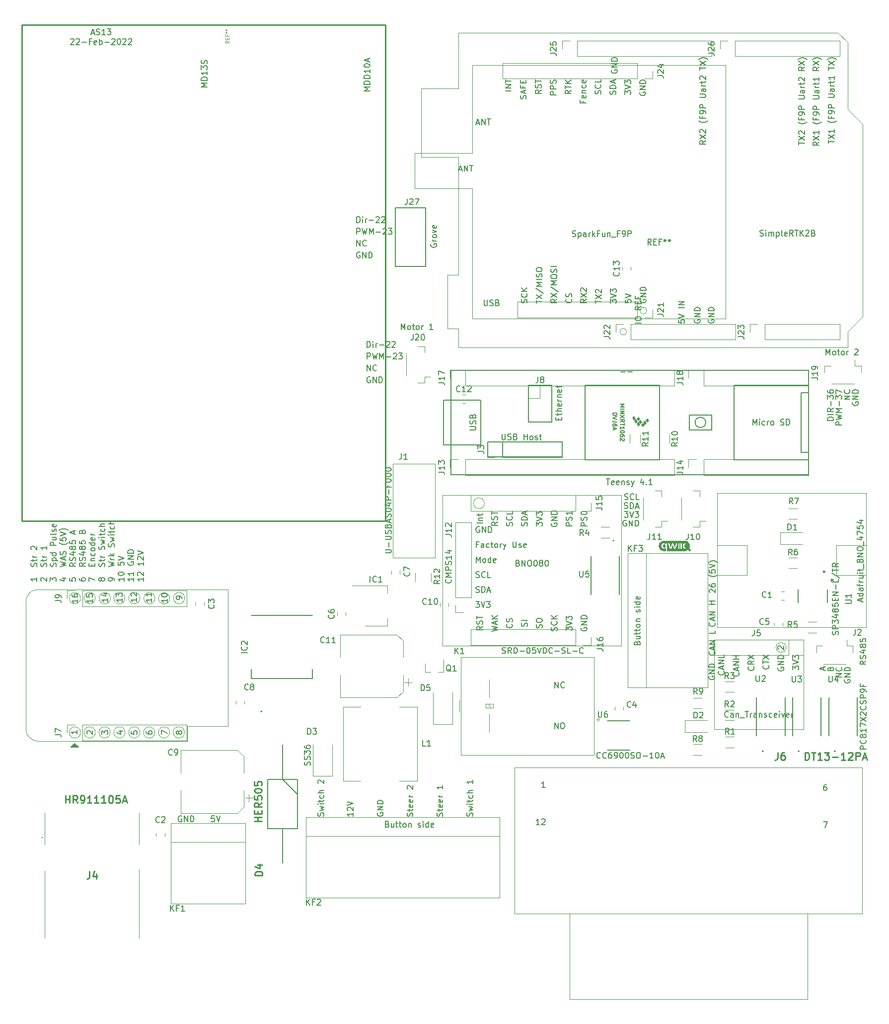
<source format=gbr>
%TF.GenerationSoftware,KiCad,Pcbnew,(5.1.12)-1*%
%TF.CreationDate,2022-02-22T16:25:41-06:00*%
%TF.ProjectId,AS13,41533133-2e6b-4696-9361-645f70636258,rev?*%
%TF.SameCoordinates,Original*%
%TF.FileFunction,Legend,Top*%
%TF.FilePolarity,Positive*%
%FSLAX46Y46*%
G04 Gerber Fmt 4.6, Leading zero omitted, Abs format (unit mm)*
G04 Created by KiCad (PCBNEW (5.1.12)-1) date 2022-02-22 16:25:41*
%MOMM*%
%LPD*%
G01*
G04 APERTURE LIST*
%ADD10C,0.150000*%
%ADD11C,0.120000*%
%ADD12C,0.100000*%
%ADD13C,0.200000*%
%ADD14C,0.010000*%
%ADD15C,0.254000*%
%ADD16C,0.250000*%
%ADD17C,0.127000*%
%ADD18C,0.203200*%
%ADD19C,0.015000*%
G04 APERTURE END LIST*
D10*
X144650000Y-138436904D02*
X144602380Y-138532142D01*
X144602380Y-138675000D01*
X144650000Y-138817857D01*
X144745238Y-138913095D01*
X144840476Y-138960714D01*
X145030952Y-139008333D01*
X145173809Y-139008333D01*
X145364285Y-138960714D01*
X145459523Y-138913095D01*
X145554761Y-138817857D01*
X145602380Y-138675000D01*
X145602380Y-138579761D01*
X145554761Y-138436904D01*
X145507142Y-138389285D01*
X145173809Y-138389285D01*
X145173809Y-138579761D01*
X145602380Y-137960714D02*
X144602380Y-137960714D01*
X145602380Y-137389285D01*
X144602380Y-137389285D01*
X145602380Y-136913095D02*
X144602380Y-136913095D01*
X144602380Y-136675000D01*
X144650000Y-136532142D01*
X144745238Y-136436904D01*
X144840476Y-136389285D01*
X145030952Y-136341666D01*
X145173809Y-136341666D01*
X145364285Y-136389285D01*
X145459523Y-136436904D01*
X145554761Y-136532142D01*
X145602380Y-136675000D01*
X145602380Y-136913095D01*
X145557142Y-134253571D02*
X145604761Y-134301190D01*
X145652380Y-134444047D01*
X145652380Y-134539285D01*
X145604761Y-134682142D01*
X145509523Y-134777380D01*
X145414285Y-134825000D01*
X145223809Y-134872619D01*
X145080952Y-134872619D01*
X144890476Y-134825000D01*
X144795238Y-134777380D01*
X144700000Y-134682142D01*
X144652380Y-134539285D01*
X144652380Y-134444047D01*
X144700000Y-134301190D01*
X144747619Y-134253571D01*
X145366666Y-133872619D02*
X145366666Y-133396428D01*
X145652380Y-133967857D02*
X144652380Y-133634523D01*
X145652380Y-133301190D01*
X145652380Y-132967857D02*
X144652380Y-132967857D01*
X145652380Y-132396428D01*
X144652380Y-132396428D01*
X145652380Y-130682142D02*
X145652380Y-131158333D01*
X144652380Y-131158333D01*
X145557142Y-129297619D02*
X145604761Y-129345238D01*
X145652380Y-129488095D01*
X145652380Y-129583333D01*
X145604761Y-129726190D01*
X145509523Y-129821428D01*
X145414285Y-129869047D01*
X145223809Y-129916666D01*
X145080952Y-129916666D01*
X144890476Y-129869047D01*
X144795238Y-129821428D01*
X144700000Y-129726190D01*
X144652380Y-129583333D01*
X144652380Y-129488095D01*
X144700000Y-129345238D01*
X144747619Y-129297619D01*
X145366666Y-128916666D02*
X145366666Y-128440476D01*
X145652380Y-129011904D02*
X144652380Y-128678571D01*
X145652380Y-128345238D01*
X145652380Y-128011904D02*
X144652380Y-128011904D01*
X145652380Y-127440476D01*
X144652380Y-127440476D01*
X145652380Y-126202380D02*
X144652380Y-126202380D01*
X145128571Y-126202380D02*
X145128571Y-125630952D01*
X145652380Y-125630952D02*
X144652380Y-125630952D01*
X144797619Y-124164285D02*
X144750000Y-124116666D01*
X144702380Y-124021428D01*
X144702380Y-123783333D01*
X144750000Y-123688095D01*
X144797619Y-123640476D01*
X144892857Y-123592857D01*
X144988095Y-123592857D01*
X145130952Y-123640476D01*
X145702380Y-124211904D01*
X145702380Y-123592857D01*
X144702380Y-122735714D02*
X144702380Y-122926190D01*
X144750000Y-123021428D01*
X144797619Y-123069047D01*
X144940476Y-123164285D01*
X145130952Y-123211904D01*
X145511904Y-123211904D01*
X145607142Y-123164285D01*
X145654761Y-123116666D01*
X145702380Y-123021428D01*
X145702380Y-122830952D01*
X145654761Y-122735714D01*
X145607142Y-122688095D01*
X145511904Y-122640476D01*
X145273809Y-122640476D01*
X145178571Y-122688095D01*
X145130952Y-122735714D01*
X145083333Y-122830952D01*
X145083333Y-123021428D01*
X145130952Y-123116666D01*
X145178571Y-123164285D01*
X145273809Y-123211904D01*
X146083333Y-121164285D02*
X146035714Y-121211904D01*
X145892857Y-121307142D01*
X145797619Y-121354761D01*
X145654761Y-121402380D01*
X145416666Y-121450000D01*
X145226190Y-121450000D01*
X144988095Y-121402380D01*
X144845238Y-121354761D01*
X144750000Y-121307142D01*
X144607142Y-121211904D01*
X144559523Y-121164285D01*
X144702380Y-120307142D02*
X144702380Y-120783333D01*
X145178571Y-120830952D01*
X145130952Y-120783333D01*
X145083333Y-120688095D01*
X145083333Y-120450000D01*
X145130952Y-120354761D01*
X145178571Y-120307142D01*
X145273809Y-120259523D01*
X145511904Y-120259523D01*
X145607142Y-120307142D01*
X145654761Y-120354761D01*
X145702380Y-120450000D01*
X145702380Y-120688095D01*
X145654761Y-120783333D01*
X145607142Y-120830952D01*
X144702380Y-119973809D02*
X145702380Y-119640476D01*
X144702380Y-119307142D01*
X146083333Y-119069047D02*
X146035714Y-119021428D01*
X145892857Y-118926190D01*
X145797619Y-118878571D01*
X145654761Y-118830952D01*
X145416666Y-118783333D01*
X145226190Y-118783333D01*
X144988095Y-118830952D01*
X144845238Y-118878571D01*
X144750000Y-118926190D01*
X144607142Y-119021428D01*
X144559523Y-119069047D01*
X115734523Y-163734880D02*
X115163095Y-163734880D01*
X115448809Y-163734880D02*
X115448809Y-162734880D01*
X115353571Y-162877738D01*
X115258333Y-162972976D01*
X115163095Y-163020595D01*
X116115476Y-162830119D02*
X116163095Y-162782500D01*
X116258333Y-162734880D01*
X116496428Y-162734880D01*
X116591666Y-162782500D01*
X116639285Y-162830119D01*
X116686904Y-162925357D01*
X116686904Y-163020595D01*
X116639285Y-163163452D01*
X116067857Y-163734880D01*
X116686904Y-163734880D01*
X116686904Y-157384880D02*
X116115475Y-157384880D01*
X116401190Y-157384880D02*
X116401190Y-156384880D01*
X116305951Y-156527738D01*
X116210713Y-156622976D01*
X116115475Y-156670595D01*
X164116666Y-163209880D02*
X164783333Y-163209880D01*
X164354761Y-164209880D01*
X164640476Y-156859880D02*
X164450000Y-156859880D01*
X164354761Y-156907500D01*
X164307142Y-156955119D01*
X164211904Y-157097976D01*
X164164285Y-157288452D01*
X164164285Y-157669404D01*
X164211904Y-157764642D01*
X164259523Y-157812261D01*
X164354761Y-157859880D01*
X164545238Y-157859880D01*
X164640476Y-157812261D01*
X164688095Y-157764642D01*
X164735714Y-157669404D01*
X164735714Y-157431309D01*
X164688095Y-157336071D01*
X164640476Y-157288452D01*
X164545238Y-157240833D01*
X164354761Y-157240833D01*
X164259523Y-157288452D01*
X164211904Y-157336071D01*
X164164285Y-157431309D01*
X105297619Y-115978571D02*
X104964285Y-115978571D01*
X104964285Y-116502380D02*
X104964285Y-115502380D01*
X105440476Y-115502380D01*
X106250000Y-116502380D02*
X106250000Y-115978571D01*
X106202381Y-115883333D01*
X106107142Y-115835714D01*
X105916666Y-115835714D01*
X105821428Y-115883333D01*
X106250000Y-116454761D02*
X106154761Y-116502380D01*
X105916666Y-116502380D01*
X105821428Y-116454761D01*
X105773809Y-116359523D01*
X105773809Y-116264285D01*
X105821428Y-116169047D01*
X105916666Y-116121428D01*
X106154761Y-116121428D01*
X106250000Y-116073809D01*
X107154761Y-116454761D02*
X107059523Y-116502380D01*
X106869047Y-116502380D01*
X106773809Y-116454761D01*
X106726190Y-116407142D01*
X106678571Y-116311904D01*
X106678571Y-116026190D01*
X106726190Y-115930952D01*
X106773809Y-115883333D01*
X106869047Y-115835714D01*
X107059523Y-115835714D01*
X107154761Y-115883333D01*
X107440476Y-115835714D02*
X107821428Y-115835714D01*
X107583333Y-115502380D02*
X107583333Y-116359523D01*
X107630952Y-116454761D01*
X107726190Y-116502380D01*
X107821428Y-116502380D01*
X108297619Y-116502380D02*
X108202381Y-116454761D01*
X108154761Y-116407142D01*
X108107142Y-116311904D01*
X108107142Y-116026190D01*
X108154761Y-115930952D01*
X108202381Y-115883333D01*
X108297619Y-115835714D01*
X108440476Y-115835714D01*
X108535714Y-115883333D01*
X108583333Y-115930952D01*
X108630952Y-116026190D01*
X108630952Y-116311904D01*
X108583333Y-116407142D01*
X108535714Y-116454761D01*
X108440476Y-116502380D01*
X108297619Y-116502380D01*
X109059523Y-116502380D02*
X109059523Y-115835714D01*
X109059523Y-116026190D02*
X109107142Y-115930952D01*
X109154761Y-115883333D01*
X109250000Y-115835714D01*
X109345238Y-115835714D01*
X109583333Y-115835714D02*
X109821428Y-116502380D01*
X110059523Y-115835714D02*
X109821428Y-116502380D01*
X109726190Y-116740476D01*
X109678571Y-116788095D01*
X109583333Y-116835714D01*
X111202381Y-115502380D02*
X111202381Y-116311904D01*
X111250000Y-116407142D01*
X111297619Y-116454761D01*
X111392857Y-116502380D01*
X111583333Y-116502380D01*
X111678571Y-116454761D01*
X111726190Y-116407142D01*
X111773809Y-116311904D01*
X111773809Y-115502380D01*
X112202381Y-116454761D02*
X112297619Y-116502380D01*
X112488095Y-116502380D01*
X112583333Y-116454761D01*
X112630952Y-116359523D01*
X112630952Y-116311904D01*
X112583333Y-116216666D01*
X112488095Y-116169047D01*
X112345238Y-116169047D01*
X112250000Y-116121428D01*
X112202381Y-116026190D01*
X112202381Y-115978571D01*
X112250000Y-115883333D01*
X112345238Y-115835714D01*
X112488095Y-115835714D01*
X112583333Y-115883333D01*
X113440476Y-116454761D02*
X113345238Y-116502380D01*
X113154761Y-116502380D01*
X113059523Y-116454761D01*
X113011904Y-116359523D01*
X113011904Y-115978571D01*
X113059523Y-115883333D01*
X113154761Y-115835714D01*
X113345238Y-115835714D01*
X113440476Y-115883333D01*
X113488095Y-115978571D01*
X113488095Y-116073809D01*
X113011904Y-116169047D01*
X104964286Y-119052380D02*
X104964286Y-118052380D01*
X105297619Y-118766666D01*
X105630953Y-118052380D01*
X105630953Y-119052380D01*
X106250000Y-119052380D02*
X106154762Y-119004761D01*
X106107143Y-118957142D01*
X106059524Y-118861904D01*
X106059524Y-118576190D01*
X106107143Y-118480952D01*
X106154762Y-118433333D01*
X106250000Y-118385714D01*
X106392857Y-118385714D01*
X106488095Y-118433333D01*
X106535714Y-118480952D01*
X106583333Y-118576190D01*
X106583333Y-118861904D01*
X106535714Y-118957142D01*
X106488095Y-119004761D01*
X106392857Y-119052380D01*
X106250000Y-119052380D01*
X107440476Y-119052380D02*
X107440476Y-118052380D01*
X107440476Y-119004761D02*
X107345238Y-119052380D01*
X107154762Y-119052380D01*
X107059524Y-119004761D01*
X107011905Y-118957142D01*
X106964286Y-118861904D01*
X106964286Y-118576190D01*
X107011905Y-118480952D01*
X107059524Y-118433333D01*
X107154762Y-118385714D01*
X107345238Y-118385714D01*
X107440476Y-118433333D01*
X108297619Y-119004761D02*
X108202381Y-119052380D01*
X108011905Y-119052380D01*
X107916667Y-119004761D01*
X107869048Y-118909523D01*
X107869048Y-118528571D01*
X107916667Y-118433333D01*
X108011905Y-118385714D01*
X108202381Y-118385714D01*
X108297619Y-118433333D01*
X108345238Y-118528571D01*
X108345238Y-118623809D01*
X107869048Y-118719047D01*
X104916666Y-121554761D02*
X105059523Y-121602380D01*
X105297619Y-121602380D01*
X105392857Y-121554761D01*
X105440476Y-121507142D01*
X105488095Y-121411904D01*
X105488095Y-121316666D01*
X105440476Y-121221428D01*
X105392857Y-121173809D01*
X105297619Y-121126190D01*
X105107143Y-121078571D01*
X105011904Y-121030952D01*
X104964285Y-120983333D01*
X104916666Y-120888095D01*
X104916666Y-120792857D01*
X104964285Y-120697619D01*
X105011904Y-120650000D01*
X105107143Y-120602380D01*
X105345238Y-120602380D01*
X105488095Y-120650000D01*
X106488095Y-121507142D02*
X106440476Y-121554761D01*
X106297619Y-121602380D01*
X106202381Y-121602380D01*
X106059523Y-121554761D01*
X105964285Y-121459523D01*
X105916666Y-121364285D01*
X105869047Y-121173809D01*
X105869047Y-121030952D01*
X105916666Y-120840476D01*
X105964285Y-120745238D01*
X106059523Y-120650000D01*
X106202381Y-120602380D01*
X106297619Y-120602380D01*
X106440476Y-120650000D01*
X106488095Y-120697619D01*
X107392857Y-121602380D02*
X106916666Y-121602380D01*
X106916666Y-120602380D01*
X104916667Y-124104761D02*
X105059524Y-124152380D01*
X105297619Y-124152380D01*
X105392857Y-124104761D01*
X105440476Y-124057142D01*
X105488095Y-123961904D01*
X105488095Y-123866666D01*
X105440476Y-123771428D01*
X105392857Y-123723809D01*
X105297619Y-123676190D01*
X105107143Y-123628571D01*
X105011905Y-123580952D01*
X104964286Y-123533333D01*
X104916667Y-123438095D01*
X104916667Y-123342857D01*
X104964286Y-123247619D01*
X105011905Y-123200000D01*
X105107143Y-123152380D01*
X105345238Y-123152380D01*
X105488095Y-123200000D01*
X105916667Y-124152380D02*
X105916667Y-123152380D01*
X106154762Y-123152380D01*
X106297619Y-123200000D01*
X106392857Y-123295238D01*
X106440476Y-123390476D01*
X106488095Y-123580952D01*
X106488095Y-123723809D01*
X106440476Y-123914285D01*
X106392857Y-124009523D01*
X106297619Y-124104761D01*
X106154762Y-124152380D01*
X105916667Y-124152380D01*
X106869048Y-123866666D02*
X107345238Y-123866666D01*
X106773810Y-124152380D02*
X107107143Y-123152380D01*
X107440476Y-124152380D01*
X104869047Y-125702380D02*
X105488095Y-125702380D01*
X105154762Y-126083333D01*
X105297619Y-126083333D01*
X105392857Y-126130952D01*
X105440476Y-126178571D01*
X105488095Y-126273809D01*
X105488095Y-126511904D01*
X105440476Y-126607142D01*
X105392857Y-126654761D01*
X105297619Y-126702380D01*
X105011904Y-126702380D01*
X104916666Y-126654761D01*
X104869047Y-126607142D01*
X105773809Y-125702380D02*
X106107143Y-126702380D01*
X106440476Y-125702380D01*
X106678571Y-125702380D02*
X107297619Y-125702380D01*
X106964285Y-126083333D01*
X107107143Y-126083333D01*
X107202381Y-126130952D01*
X107250000Y-126178571D01*
X107297619Y-126273809D01*
X107297619Y-126511904D01*
X107250000Y-126607142D01*
X107202381Y-126654761D01*
X107107143Y-126702380D01*
X106821428Y-126702380D01*
X106726190Y-126654761D01*
X106678571Y-126607142D01*
X105488095Y-113000000D02*
X105392857Y-112952380D01*
X105250000Y-112952380D01*
X105107142Y-113000000D01*
X105011904Y-113095238D01*
X104964285Y-113190476D01*
X104916666Y-113380952D01*
X104916666Y-113523809D01*
X104964285Y-113714285D01*
X105011904Y-113809523D01*
X105107142Y-113904761D01*
X105250000Y-113952380D01*
X105345238Y-113952380D01*
X105488095Y-113904761D01*
X105535714Y-113857142D01*
X105535714Y-113523809D01*
X105345238Y-113523809D01*
X105964285Y-113952380D02*
X105964285Y-112952380D01*
X106535714Y-113952380D01*
X106535714Y-112952380D01*
X107011904Y-113952380D02*
X107011904Y-112952380D01*
X107250000Y-112952380D01*
X107392857Y-113000000D01*
X107488095Y-113095238D01*
X107535714Y-113190476D01*
X107583333Y-113380952D01*
X107583333Y-113523809D01*
X107535714Y-113714285D01*
X107488095Y-113809523D01*
X107392857Y-113904761D01*
X107250000Y-113952380D01*
X107011904Y-113952380D01*
X100607142Y-121940476D02*
X100654761Y-121988095D01*
X100702380Y-122130952D01*
X100702380Y-122226190D01*
X100654761Y-122369047D01*
X100559523Y-122464285D01*
X100464285Y-122511904D01*
X100273809Y-122559523D01*
X100130952Y-122559523D01*
X99940476Y-122511904D01*
X99845238Y-122464285D01*
X99750000Y-122369047D01*
X99702380Y-122226190D01*
X99702380Y-122130952D01*
X99750000Y-121988095D01*
X99797619Y-121940476D01*
X100702380Y-121511904D02*
X99702380Y-121511904D01*
X100416666Y-121178571D01*
X99702380Y-120845238D01*
X100702380Y-120845238D01*
X100702380Y-120369047D02*
X99702380Y-120369047D01*
X99702380Y-119988095D01*
X99750000Y-119892857D01*
X99797619Y-119845238D01*
X99892857Y-119797619D01*
X100035714Y-119797619D01*
X100130952Y-119845238D01*
X100178571Y-119892857D01*
X100226190Y-119988095D01*
X100226190Y-120369047D01*
X100654761Y-119416666D02*
X100702380Y-119273809D01*
X100702380Y-119035714D01*
X100654761Y-118940476D01*
X100607142Y-118892857D01*
X100511904Y-118845238D01*
X100416666Y-118845238D01*
X100321428Y-118892857D01*
X100273809Y-118940476D01*
X100226190Y-119035714D01*
X100178571Y-119226190D01*
X100130952Y-119321428D01*
X100083333Y-119369047D01*
X99988095Y-119416666D01*
X99892857Y-119416666D01*
X99797619Y-119369047D01*
X99750000Y-119321428D01*
X99702380Y-119226190D01*
X99702380Y-118988095D01*
X99750000Y-118845238D01*
X100702380Y-117892857D02*
X100702380Y-118464285D01*
X100702380Y-118178571D02*
X99702380Y-118178571D01*
X99845238Y-118273809D01*
X99940476Y-118369047D01*
X99988095Y-118464285D01*
X100035714Y-117035714D02*
X100702380Y-117035714D01*
X99654761Y-117273809D02*
X100369047Y-117511904D01*
X100369047Y-116892857D01*
X54711695Y-162278200D02*
X54616457Y-162230580D01*
X54473600Y-162230580D01*
X54330742Y-162278200D01*
X54235504Y-162373438D01*
X54187885Y-162468676D01*
X54140266Y-162659152D01*
X54140266Y-162802009D01*
X54187885Y-162992485D01*
X54235504Y-163087723D01*
X54330742Y-163182961D01*
X54473600Y-163230580D01*
X54568838Y-163230580D01*
X54711695Y-163182961D01*
X54759314Y-163135342D01*
X54759314Y-162802009D01*
X54568838Y-162802009D01*
X55187885Y-163230580D02*
X55187885Y-162230580D01*
X55759314Y-163230580D01*
X55759314Y-162230580D01*
X56235504Y-163230580D02*
X56235504Y-162230580D01*
X56473600Y-162230580D01*
X56616457Y-162278200D01*
X56711695Y-162373438D01*
X56759314Y-162468676D01*
X56806933Y-162659152D01*
X56806933Y-162802009D01*
X56759314Y-162992485D01*
X56711695Y-163087723D01*
X56616457Y-163182961D01*
X56473600Y-163230580D01*
X56235504Y-163230580D01*
X60312323Y-162230580D02*
X59836133Y-162230580D01*
X59788514Y-162706771D01*
X59836133Y-162659152D01*
X59931371Y-162611533D01*
X60169466Y-162611533D01*
X60264704Y-162659152D01*
X60312323Y-162706771D01*
X60359942Y-162802009D01*
X60359942Y-163040104D01*
X60312323Y-163135342D01*
X60264704Y-163182961D01*
X60169466Y-163230580D01*
X59931371Y-163230580D01*
X59836133Y-163182961D01*
X59788514Y-163135342D01*
X60645657Y-162230580D02*
X60978990Y-163230580D01*
X61312323Y-162230580D01*
X171368980Y-135823838D02*
X170892790Y-136157171D01*
X171368980Y-136395266D02*
X170368980Y-136395266D01*
X170368980Y-136014314D01*
X170416600Y-135919076D01*
X170464219Y-135871457D01*
X170559457Y-135823838D01*
X170702314Y-135823838D01*
X170797552Y-135871457D01*
X170845171Y-135919076D01*
X170892790Y-136014314D01*
X170892790Y-136395266D01*
X171321361Y-135442885D02*
X171368980Y-135300028D01*
X171368980Y-135061933D01*
X171321361Y-134966695D01*
X171273742Y-134919076D01*
X171178504Y-134871457D01*
X171083266Y-134871457D01*
X170988028Y-134919076D01*
X170940409Y-134966695D01*
X170892790Y-135061933D01*
X170845171Y-135252409D01*
X170797552Y-135347647D01*
X170749933Y-135395266D01*
X170654695Y-135442885D01*
X170559457Y-135442885D01*
X170464219Y-135395266D01*
X170416600Y-135347647D01*
X170368980Y-135252409D01*
X170368980Y-135014314D01*
X170416600Y-134871457D01*
X170702314Y-134014314D02*
X171368980Y-134014314D01*
X170321361Y-134252409D02*
X171035647Y-134490504D01*
X171035647Y-133871457D01*
X170797552Y-133347647D02*
X170749933Y-133442885D01*
X170702314Y-133490504D01*
X170607076Y-133538123D01*
X170559457Y-133538123D01*
X170464219Y-133490504D01*
X170416600Y-133442885D01*
X170368980Y-133347647D01*
X170368980Y-133157171D01*
X170416600Y-133061933D01*
X170464219Y-133014314D01*
X170559457Y-132966695D01*
X170607076Y-132966695D01*
X170702314Y-133014314D01*
X170749933Y-133061933D01*
X170797552Y-133157171D01*
X170797552Y-133347647D01*
X170845171Y-133442885D01*
X170892790Y-133490504D01*
X170988028Y-133538123D01*
X171178504Y-133538123D01*
X171273742Y-133490504D01*
X171321361Y-133442885D01*
X171368980Y-133347647D01*
X171368980Y-133157171D01*
X171321361Y-133061933D01*
X171273742Y-133014314D01*
X171178504Y-132966695D01*
X170988028Y-132966695D01*
X170892790Y-133014314D01*
X170845171Y-133061933D01*
X170797552Y-133157171D01*
X170368980Y-132061933D02*
X170368980Y-132538123D01*
X170845171Y-132585742D01*
X170797552Y-132538123D01*
X170749933Y-132442885D01*
X170749933Y-132204790D01*
X170797552Y-132109552D01*
X170845171Y-132061933D01*
X170940409Y-132014314D01*
X171178504Y-132014314D01*
X171273742Y-132061933D01*
X171321361Y-132109552D01*
X171368980Y-132204790D01*
X171368980Y-132442885D01*
X171321361Y-132538123D01*
X171273742Y-132585742D01*
X84591247Y-61145080D02*
X84591247Y-60145080D01*
X84829342Y-60145080D01*
X84972200Y-60192700D01*
X85067438Y-60287938D01*
X85115057Y-60383176D01*
X85162676Y-60573652D01*
X85162676Y-60716509D01*
X85115057Y-60906985D01*
X85067438Y-61002223D01*
X84972200Y-61097461D01*
X84829342Y-61145080D01*
X84591247Y-61145080D01*
X85591247Y-61145080D02*
X85591247Y-60478414D01*
X85591247Y-60145080D02*
X85543628Y-60192700D01*
X85591247Y-60240319D01*
X85638866Y-60192700D01*
X85591247Y-60145080D01*
X85591247Y-60240319D01*
X86067438Y-61145080D02*
X86067438Y-60478414D01*
X86067438Y-60668890D02*
X86115057Y-60573652D01*
X86162676Y-60526033D01*
X86257914Y-60478414D01*
X86353152Y-60478414D01*
X86686485Y-60764128D02*
X87448390Y-60764128D01*
X87876961Y-60240319D02*
X87924580Y-60192700D01*
X88019819Y-60145080D01*
X88257914Y-60145080D01*
X88353152Y-60192700D01*
X88400771Y-60240319D01*
X88448390Y-60335557D01*
X88448390Y-60430795D01*
X88400771Y-60573652D01*
X87829342Y-61145080D01*
X88448390Y-61145080D01*
X88829342Y-60240319D02*
X88876961Y-60192700D01*
X88972200Y-60145080D01*
X89210295Y-60145080D01*
X89305533Y-60192700D01*
X89353152Y-60240319D01*
X89400771Y-60335557D01*
X89400771Y-60430795D01*
X89353152Y-60573652D01*
X88781723Y-61145080D01*
X89400771Y-61145080D01*
X84591247Y-63151680D02*
X84591247Y-62151680D01*
X84972199Y-62151680D01*
X85067438Y-62199300D01*
X85115057Y-62246919D01*
X85162676Y-62342157D01*
X85162676Y-62485014D01*
X85115057Y-62580252D01*
X85067438Y-62627871D01*
X84972199Y-62675490D01*
X84591247Y-62675490D01*
X85496009Y-62151680D02*
X85734104Y-63151680D01*
X85924580Y-62437395D01*
X86115057Y-63151680D01*
X86353152Y-62151680D01*
X86734104Y-63151680D02*
X86734104Y-62151680D01*
X87067438Y-62865966D01*
X87400771Y-62151680D01*
X87400771Y-63151680D01*
X87876961Y-62770728D02*
X88638866Y-62770728D01*
X89067438Y-62246919D02*
X89115057Y-62199300D01*
X89210295Y-62151680D01*
X89448390Y-62151680D01*
X89543628Y-62199300D01*
X89591247Y-62246919D01*
X89638866Y-62342157D01*
X89638866Y-62437395D01*
X89591247Y-62580252D01*
X89019818Y-63151680D01*
X89638866Y-63151680D01*
X89972199Y-62151680D02*
X90591247Y-62151680D01*
X90257914Y-62532633D01*
X90400771Y-62532633D01*
X90496009Y-62580252D01*
X90543628Y-62627871D01*
X90591247Y-62723109D01*
X90591247Y-62961204D01*
X90543628Y-63056442D01*
X90496009Y-63104061D01*
X90400771Y-63151680D01*
X90115057Y-63151680D01*
X90019818Y-63104061D01*
X89972199Y-63056442D01*
X84591247Y-65158280D02*
X84591247Y-64158280D01*
X85162676Y-65158280D01*
X85162676Y-64158280D01*
X86210295Y-65063042D02*
X86162676Y-65110661D01*
X86019819Y-65158280D01*
X85924581Y-65158280D01*
X85781723Y-65110661D01*
X85686485Y-65015423D01*
X85638866Y-64920185D01*
X85591247Y-64729709D01*
X85591247Y-64586852D01*
X85638866Y-64396376D01*
X85686485Y-64301138D01*
X85781723Y-64205900D01*
X85924581Y-64158280D01*
X86019819Y-64158280D01*
X86162676Y-64205900D01*
X86210295Y-64253519D01*
X85115057Y-66212500D02*
X85019819Y-66164880D01*
X84876962Y-66164880D01*
X84734104Y-66212500D01*
X84638866Y-66307738D01*
X84591247Y-66402976D01*
X84543628Y-66593452D01*
X84543628Y-66736309D01*
X84591247Y-66926785D01*
X84638866Y-67022023D01*
X84734104Y-67117261D01*
X84876962Y-67164880D01*
X84972200Y-67164880D01*
X85115057Y-67117261D01*
X85162676Y-67069642D01*
X85162676Y-66736309D01*
X84972200Y-66736309D01*
X85591247Y-67164880D02*
X85591247Y-66164880D01*
X86162676Y-67164880D01*
X86162676Y-66164880D01*
X86638866Y-67164880D02*
X86638866Y-66164880D01*
X86876962Y-66164880D01*
X87019819Y-66212500D01*
X87115057Y-66307738D01*
X87162676Y-66402976D01*
X87210295Y-66593452D01*
X87210295Y-66736309D01*
X87162676Y-66926785D01*
X87115057Y-67022023D01*
X87019819Y-67117261D01*
X86876962Y-67164880D01*
X86638866Y-67164880D01*
X130536838Y-111905200D02*
X130441600Y-111857580D01*
X130298743Y-111857580D01*
X130155885Y-111905200D01*
X130060647Y-112000438D01*
X130013028Y-112095676D01*
X129965409Y-112286152D01*
X129965409Y-112429009D01*
X130013028Y-112619485D01*
X130060647Y-112714723D01*
X130155885Y-112809961D01*
X130298743Y-112857580D01*
X130393981Y-112857580D01*
X130536838Y-112809961D01*
X130584457Y-112762342D01*
X130584457Y-112429009D01*
X130393981Y-112429009D01*
X131013028Y-112857580D02*
X131013028Y-111857580D01*
X131584457Y-112857580D01*
X131584457Y-111857580D01*
X132060647Y-112857580D02*
X132060647Y-111857580D01*
X132298743Y-111857580D01*
X132441600Y-111905200D01*
X132536838Y-112000438D01*
X132584457Y-112095676D01*
X132632076Y-112286152D01*
X132632076Y-112429009D01*
X132584457Y-112619485D01*
X132536838Y-112714723D01*
X132441600Y-112809961D01*
X132298743Y-112857580D01*
X132060647Y-112857580D01*
X130203504Y-110357580D02*
X130822552Y-110357580D01*
X130489219Y-110738533D01*
X130632076Y-110738533D01*
X130727314Y-110786152D01*
X130774933Y-110833771D01*
X130822552Y-110929009D01*
X130822552Y-111167104D01*
X130774933Y-111262342D01*
X130727314Y-111309961D01*
X130632076Y-111357580D01*
X130346361Y-111357580D01*
X130251123Y-111309961D01*
X130203504Y-111262342D01*
X131108266Y-110357580D02*
X131441600Y-111357580D01*
X131774933Y-110357580D01*
X132013028Y-110357580D02*
X132632076Y-110357580D01*
X132298742Y-110738533D01*
X132441600Y-110738533D01*
X132536838Y-110786152D01*
X132584457Y-110833771D01*
X132632076Y-110929009D01*
X132632076Y-111167104D01*
X132584457Y-111262342D01*
X132536838Y-111309961D01*
X132441600Y-111357580D01*
X132155885Y-111357580D01*
X132060647Y-111309961D01*
X132013028Y-111262342D01*
X130251123Y-108309961D02*
X130393980Y-108357580D01*
X130632076Y-108357580D01*
X130727314Y-108309961D01*
X130774933Y-108262342D01*
X130822552Y-108167104D01*
X130822552Y-108071866D01*
X130774933Y-107976628D01*
X130727314Y-107929009D01*
X130632076Y-107881390D01*
X130441600Y-107833771D01*
X130346361Y-107786152D01*
X130298742Y-107738533D01*
X130251123Y-107643295D01*
X130251123Y-107548057D01*
X130298742Y-107452819D01*
X130346361Y-107405200D01*
X130441600Y-107357580D01*
X130679695Y-107357580D01*
X130822552Y-107405200D01*
X131822552Y-108262342D02*
X131774933Y-108309961D01*
X131632076Y-108357580D01*
X131536838Y-108357580D01*
X131393980Y-108309961D01*
X131298742Y-108214723D01*
X131251123Y-108119485D01*
X131203504Y-107929009D01*
X131203504Y-107786152D01*
X131251123Y-107595676D01*
X131298742Y-107500438D01*
X131393980Y-107405200D01*
X131536838Y-107357580D01*
X131632076Y-107357580D01*
X131774933Y-107405200D01*
X131822552Y-107452819D01*
X132727314Y-108357580D02*
X132251123Y-108357580D01*
X132251123Y-107357580D01*
X130203505Y-109809961D02*
X130346362Y-109857580D01*
X130584457Y-109857580D01*
X130679695Y-109809961D01*
X130727314Y-109762342D01*
X130774933Y-109667104D01*
X130774933Y-109571866D01*
X130727314Y-109476628D01*
X130679695Y-109429009D01*
X130584457Y-109381390D01*
X130393981Y-109333771D01*
X130298743Y-109286152D01*
X130251124Y-109238533D01*
X130203505Y-109143295D01*
X130203505Y-109048057D01*
X130251124Y-108952819D01*
X130298743Y-108905200D01*
X130393981Y-108857580D01*
X130632076Y-108857580D01*
X130774933Y-108905200D01*
X131203505Y-109857580D02*
X131203505Y-108857580D01*
X131441600Y-108857580D01*
X131584457Y-108905200D01*
X131679695Y-109000438D01*
X131727314Y-109095676D01*
X131774933Y-109286152D01*
X131774933Y-109429009D01*
X131727314Y-109619485D01*
X131679695Y-109714723D01*
X131584457Y-109809961D01*
X131441600Y-109857580D01*
X131203505Y-109857580D01*
X132155886Y-109571866D02*
X132632076Y-109571866D01*
X132060648Y-109857580D02*
X132393981Y-108857580D01*
X132727314Y-109857580D01*
X167749998Y-139011904D02*
X167702378Y-139107142D01*
X167702378Y-139250000D01*
X167749998Y-139392857D01*
X167845236Y-139488095D01*
X167940474Y-139535714D01*
X168130950Y-139583333D01*
X168273807Y-139583333D01*
X168464283Y-139535714D01*
X168559521Y-139488095D01*
X168654759Y-139392857D01*
X168702378Y-139250000D01*
X168702378Y-139154761D01*
X168654759Y-139011904D01*
X168607140Y-138964285D01*
X168273807Y-138964285D01*
X168273807Y-139154761D01*
X168702378Y-138535714D02*
X167702378Y-138535714D01*
X168702378Y-137964285D01*
X167702378Y-137964285D01*
X168702378Y-137488095D02*
X167702378Y-137488095D01*
X167702378Y-137250000D01*
X167749998Y-137107142D01*
X167845236Y-137011904D01*
X167940474Y-136964285D01*
X168130950Y-136916666D01*
X168273807Y-136916666D01*
X168464283Y-136964285D01*
X168559521Y-137011904D01*
X168654759Y-137107142D01*
X168702378Y-137250000D01*
X168702378Y-137488095D01*
X167285712Y-138535714D02*
X166285712Y-138535714D01*
X167285712Y-137964285D01*
X166285712Y-137964285D01*
X167190474Y-136916666D02*
X167238093Y-136964285D01*
X167285712Y-137107142D01*
X167285712Y-137202380D01*
X167238093Y-137345238D01*
X167142855Y-137440476D01*
X167047617Y-137488095D01*
X166857141Y-137535714D01*
X166714284Y-137535714D01*
X166523808Y-137488095D01*
X166428570Y-137440476D01*
X166333332Y-137345238D01*
X166285712Y-137202380D01*
X166285712Y-137107142D01*
X166333332Y-136964285D01*
X166380951Y-136916666D01*
X165345237Y-137154761D02*
X165392856Y-137011904D01*
X165440475Y-136964285D01*
X165535713Y-136916666D01*
X165678570Y-136916666D01*
X165773808Y-136964285D01*
X165821427Y-137011904D01*
X165869046Y-137107142D01*
X165869046Y-137488094D01*
X164869046Y-137488094D01*
X164869046Y-137154761D01*
X164916666Y-137059523D01*
X164964285Y-137011904D01*
X165059523Y-136964285D01*
X165154761Y-136964285D01*
X165249999Y-137011904D01*
X165297618Y-137059523D01*
X165345237Y-137154761D01*
X165345237Y-137488094D01*
X164166666Y-137392857D02*
X164166666Y-136916666D01*
X164452380Y-137488095D02*
X163452380Y-137154762D01*
X164452380Y-136821428D01*
X39344173Y-28894326D02*
X39820363Y-28894326D01*
X39248935Y-29180040D02*
X39582268Y-28180040D01*
X39915601Y-29180040D01*
X40201316Y-29132421D02*
X40344173Y-29180040D01*
X40582268Y-29180040D01*
X40677506Y-29132421D01*
X40725125Y-29084802D01*
X40772744Y-28989564D01*
X40772744Y-28894326D01*
X40725125Y-28799088D01*
X40677506Y-28751469D01*
X40582268Y-28703850D01*
X40391792Y-28656231D01*
X40296554Y-28608612D01*
X40248935Y-28560993D01*
X40201316Y-28465755D01*
X40201316Y-28370517D01*
X40248935Y-28275279D01*
X40296554Y-28227660D01*
X40391792Y-28180040D01*
X40629887Y-28180040D01*
X40772744Y-28227660D01*
X41725125Y-29180040D02*
X41153697Y-29180040D01*
X41439411Y-29180040D02*
X41439411Y-28180040D01*
X41344173Y-28322898D01*
X41248935Y-28418136D01*
X41153697Y-28465755D01*
X42058459Y-28180040D02*
X42677506Y-28180040D01*
X42344173Y-28560993D01*
X42487030Y-28560993D01*
X42582268Y-28608612D01*
X42629887Y-28656231D01*
X42677506Y-28751469D01*
X42677506Y-28989564D01*
X42629887Y-29084802D01*
X42582268Y-29132421D01*
X42487030Y-29180040D01*
X42201316Y-29180040D01*
X42106078Y-29132421D01*
X42058459Y-29084802D01*
X35796554Y-29925279D02*
X35844173Y-29877660D01*
X35939411Y-29830040D01*
X36177506Y-29830040D01*
X36272744Y-29877660D01*
X36320363Y-29925279D01*
X36367982Y-30020517D01*
X36367982Y-30115755D01*
X36320363Y-30258612D01*
X35748935Y-30830040D01*
X36367982Y-30830040D01*
X36748935Y-29925279D02*
X36796554Y-29877660D01*
X36891792Y-29830040D01*
X37129887Y-29830040D01*
X37225125Y-29877660D01*
X37272744Y-29925279D01*
X37320363Y-30020517D01*
X37320363Y-30115755D01*
X37272744Y-30258612D01*
X36701316Y-30830040D01*
X37320363Y-30830040D01*
X37748935Y-30449088D02*
X38510840Y-30449088D01*
X39320363Y-30306231D02*
X38987030Y-30306231D01*
X38987030Y-30830040D02*
X38987030Y-29830040D01*
X39463220Y-29830040D01*
X40225125Y-30782421D02*
X40129887Y-30830040D01*
X39939411Y-30830040D01*
X39844173Y-30782421D01*
X39796554Y-30687183D01*
X39796554Y-30306231D01*
X39844173Y-30210993D01*
X39939411Y-30163374D01*
X40129887Y-30163374D01*
X40225125Y-30210993D01*
X40272744Y-30306231D01*
X40272744Y-30401469D01*
X39796554Y-30496707D01*
X40701316Y-30830040D02*
X40701316Y-29830040D01*
X40701316Y-30210993D02*
X40796554Y-30163374D01*
X40987030Y-30163374D01*
X41082268Y-30210993D01*
X41129887Y-30258612D01*
X41177506Y-30353850D01*
X41177506Y-30639564D01*
X41129887Y-30734802D01*
X41082268Y-30782421D01*
X40987030Y-30830040D01*
X40796554Y-30830040D01*
X40701316Y-30782421D01*
X41606078Y-30449088D02*
X42367982Y-30449088D01*
X42796554Y-29925279D02*
X42844173Y-29877660D01*
X42939411Y-29830040D01*
X43177506Y-29830040D01*
X43272744Y-29877660D01*
X43320363Y-29925279D01*
X43367982Y-30020517D01*
X43367982Y-30115755D01*
X43320363Y-30258612D01*
X42748935Y-30830040D01*
X43367982Y-30830040D01*
X43987030Y-29830040D02*
X44082268Y-29830040D01*
X44177506Y-29877660D01*
X44225125Y-29925279D01*
X44272744Y-30020517D01*
X44320363Y-30210993D01*
X44320363Y-30449088D01*
X44272744Y-30639564D01*
X44225125Y-30734802D01*
X44177506Y-30782421D01*
X44082268Y-30830040D01*
X43987030Y-30830040D01*
X43891792Y-30782421D01*
X43844173Y-30734802D01*
X43796554Y-30639564D01*
X43748935Y-30449088D01*
X43748935Y-30210993D01*
X43796554Y-30020517D01*
X43844173Y-29925279D01*
X43891792Y-29877660D01*
X43987030Y-29830040D01*
X44701316Y-29925279D02*
X44748935Y-29877660D01*
X44844173Y-29830040D01*
X45082268Y-29830040D01*
X45177506Y-29877660D01*
X45225125Y-29925279D01*
X45272744Y-30020517D01*
X45272744Y-30115755D01*
X45225125Y-30258612D01*
X44653697Y-30830040D01*
X45272744Y-30830040D01*
X45653697Y-29925279D02*
X45701316Y-29877660D01*
X45796554Y-29830040D01*
X46034649Y-29830040D01*
X46129887Y-29877660D01*
X46177506Y-29925279D01*
X46225125Y-30020517D01*
X46225125Y-30115755D01*
X46177506Y-30258612D01*
X45606078Y-30830040D01*
X46225125Y-30830040D01*
X30052380Y-121640595D02*
X30052380Y-122212023D01*
X30052380Y-121926309D02*
X29052380Y-121926309D01*
X29195238Y-122021547D01*
X29290476Y-122116785D01*
X29338095Y-122212023D01*
X30004761Y-119735833D02*
X30052380Y-119592976D01*
X30052380Y-119354880D01*
X30004761Y-119259642D01*
X29957142Y-119212023D01*
X29861904Y-119164404D01*
X29766666Y-119164404D01*
X29671428Y-119212023D01*
X29623809Y-119259642D01*
X29576190Y-119354880D01*
X29528571Y-119545357D01*
X29480952Y-119640595D01*
X29433333Y-119688214D01*
X29338095Y-119735833D01*
X29242857Y-119735833D01*
X29147619Y-119688214D01*
X29100000Y-119640595D01*
X29052380Y-119545357D01*
X29052380Y-119307261D01*
X29100000Y-119164404D01*
X29385714Y-118878690D02*
X29385714Y-118497738D01*
X29052380Y-118735833D02*
X29909523Y-118735833D01*
X30004761Y-118688214D01*
X30052380Y-118592976D01*
X30052380Y-118497738D01*
X30052380Y-118164404D02*
X29385714Y-118164404D01*
X29576190Y-118164404D02*
X29480952Y-118116785D01*
X29433333Y-118069166D01*
X29385714Y-117973928D01*
X29385714Y-117878690D01*
X29147619Y-116831071D02*
X29100000Y-116783452D01*
X29052380Y-116688214D01*
X29052380Y-116450119D01*
X29100000Y-116354880D01*
X29147619Y-116307261D01*
X29242857Y-116259642D01*
X29338095Y-116259642D01*
X29480952Y-116307261D01*
X30052380Y-116878690D01*
X30052380Y-116259642D01*
X30797619Y-122212023D02*
X30750000Y-122164404D01*
X30702380Y-122069166D01*
X30702380Y-121831071D01*
X30750000Y-121735833D01*
X30797619Y-121688214D01*
X30892857Y-121640595D01*
X30988095Y-121640595D01*
X31130952Y-121688214D01*
X31702380Y-122259642D01*
X31702380Y-121640595D01*
X31654761Y-119735833D02*
X31702380Y-119592976D01*
X31702380Y-119354880D01*
X31654761Y-119259642D01*
X31607142Y-119212023D01*
X31511904Y-119164404D01*
X31416666Y-119164404D01*
X31321428Y-119212023D01*
X31273809Y-119259642D01*
X31226190Y-119354880D01*
X31178571Y-119545357D01*
X31130952Y-119640595D01*
X31083333Y-119688214D01*
X30988095Y-119735833D01*
X30892857Y-119735833D01*
X30797619Y-119688214D01*
X30750000Y-119640595D01*
X30702380Y-119545357D01*
X30702380Y-119307261D01*
X30750000Y-119164404D01*
X31035714Y-118878690D02*
X31035714Y-118497738D01*
X30702380Y-118735833D02*
X31559523Y-118735833D01*
X31654761Y-118688214D01*
X31702380Y-118592976D01*
X31702380Y-118497738D01*
X31702380Y-118164404D02*
X31035714Y-118164404D01*
X31226190Y-118164404D02*
X31130952Y-118116785D01*
X31083333Y-118069166D01*
X31035714Y-117973928D01*
X31035714Y-117878690D01*
X31702380Y-116259642D02*
X31702380Y-116831071D01*
X31702380Y-116545357D02*
X30702380Y-116545357D01*
X30845238Y-116640595D01*
X30940476Y-116735833D01*
X30988095Y-116831071D01*
X32352380Y-122259642D02*
X32352380Y-121640595D01*
X32733333Y-121973928D01*
X32733333Y-121831071D01*
X32780952Y-121735833D01*
X32828571Y-121688214D01*
X32923809Y-121640595D01*
X33161904Y-121640595D01*
X33257142Y-121688214D01*
X33304761Y-121735833D01*
X33352380Y-121831071D01*
X33352380Y-122116785D01*
X33304761Y-122212023D01*
X33257142Y-122259642D01*
X33304761Y-119735833D02*
X33352380Y-119592976D01*
X33352380Y-119354880D01*
X33304761Y-119259642D01*
X33257142Y-119212023D01*
X33161904Y-119164404D01*
X33066666Y-119164404D01*
X32971428Y-119212023D01*
X32923809Y-119259642D01*
X32876190Y-119354880D01*
X32828571Y-119545357D01*
X32780952Y-119640595D01*
X32733333Y-119688214D01*
X32638095Y-119735833D01*
X32542857Y-119735833D01*
X32447619Y-119688214D01*
X32400000Y-119640595D01*
X32352380Y-119545357D01*
X32352380Y-119307261D01*
X32400000Y-119164404D01*
X32685714Y-118735833D02*
X33685714Y-118735833D01*
X32733333Y-118735833D02*
X32685714Y-118640595D01*
X32685714Y-118450119D01*
X32733333Y-118354880D01*
X32780952Y-118307261D01*
X32876190Y-118259642D01*
X33161904Y-118259642D01*
X33257142Y-118307261D01*
X33304761Y-118354880D01*
X33352380Y-118450119D01*
X33352380Y-118640595D01*
X33304761Y-118735833D01*
X33352380Y-117402500D02*
X32352380Y-117402500D01*
X33304761Y-117402500D02*
X33352380Y-117497738D01*
X33352380Y-117688214D01*
X33304761Y-117783452D01*
X33257142Y-117831071D01*
X33161904Y-117878690D01*
X32876190Y-117878690D01*
X32780952Y-117831071D01*
X32733333Y-117783452D01*
X32685714Y-117688214D01*
X32685714Y-117497738D01*
X32733333Y-117402500D01*
X33352380Y-116164404D02*
X32352380Y-116164404D01*
X32352380Y-115783452D01*
X32400000Y-115688214D01*
X32447619Y-115640595D01*
X32542857Y-115592976D01*
X32685714Y-115592976D01*
X32780952Y-115640595D01*
X32828571Y-115688214D01*
X32876190Y-115783452D01*
X32876190Y-116164404D01*
X32685714Y-114735833D02*
X33352380Y-114735833D01*
X32685714Y-115164404D02*
X33209523Y-115164404D01*
X33304761Y-115116785D01*
X33352380Y-115021547D01*
X33352380Y-114878690D01*
X33304761Y-114783452D01*
X33257142Y-114735833D01*
X33352380Y-114116785D02*
X33304761Y-114212023D01*
X33209523Y-114259642D01*
X32352380Y-114259642D01*
X33304761Y-113783452D02*
X33352380Y-113688214D01*
X33352380Y-113497738D01*
X33304761Y-113402500D01*
X33209523Y-113354880D01*
X33161904Y-113354880D01*
X33066666Y-113402500D01*
X33019047Y-113497738D01*
X33019047Y-113640595D01*
X32971428Y-113735833D01*
X32876190Y-113783452D01*
X32828571Y-113783452D01*
X32733333Y-113735833D01*
X32685714Y-113640595D01*
X32685714Y-113497738D01*
X32733333Y-113402500D01*
X33304761Y-112545357D02*
X33352380Y-112640595D01*
X33352380Y-112831071D01*
X33304761Y-112926309D01*
X33209523Y-112973928D01*
X32828571Y-112973928D01*
X32733333Y-112926309D01*
X32685714Y-112831071D01*
X32685714Y-112640595D01*
X32733333Y-112545357D01*
X32828571Y-112497738D01*
X32923809Y-112497738D01*
X33019047Y-112973928D01*
X34335714Y-121735833D02*
X35002380Y-121735833D01*
X33954761Y-121973928D02*
X34669047Y-122212023D01*
X34669047Y-121592976D01*
X34002380Y-119783452D02*
X35002380Y-119545357D01*
X34288095Y-119354880D01*
X35002380Y-119164404D01*
X34002380Y-118926309D01*
X34716666Y-118592976D02*
X34716666Y-118116785D01*
X35002380Y-118688214D02*
X34002380Y-118354880D01*
X35002380Y-118021547D01*
X34954761Y-117735833D02*
X35002380Y-117592976D01*
X35002380Y-117354880D01*
X34954761Y-117259642D01*
X34907142Y-117212023D01*
X34811904Y-117164404D01*
X34716666Y-117164404D01*
X34621428Y-117212023D01*
X34573809Y-117259642D01*
X34526190Y-117354880D01*
X34478571Y-117545357D01*
X34430952Y-117640595D01*
X34383333Y-117688214D01*
X34288095Y-117735833D01*
X34192857Y-117735833D01*
X34097619Y-117688214D01*
X34050000Y-117640595D01*
X34002380Y-117545357D01*
X34002380Y-117307261D01*
X34050000Y-117164404D01*
X35383333Y-115688214D02*
X35335714Y-115735833D01*
X35192857Y-115831071D01*
X35097619Y-115878690D01*
X34954761Y-115926309D01*
X34716666Y-115973928D01*
X34526190Y-115973928D01*
X34288095Y-115926309D01*
X34145238Y-115878690D01*
X34050000Y-115831071D01*
X33907142Y-115735833D01*
X33859523Y-115688214D01*
X34002380Y-114831071D02*
X34002380Y-115307261D01*
X34478571Y-115354880D01*
X34430952Y-115307261D01*
X34383333Y-115212023D01*
X34383333Y-114973928D01*
X34430952Y-114878690D01*
X34478571Y-114831071D01*
X34573809Y-114783452D01*
X34811904Y-114783452D01*
X34907142Y-114831071D01*
X34954761Y-114878690D01*
X35002380Y-114973928D01*
X35002380Y-115212023D01*
X34954761Y-115307261D01*
X34907142Y-115354880D01*
X34002380Y-114497738D02*
X35002380Y-114164404D01*
X34002380Y-113831071D01*
X35383333Y-113592976D02*
X35335714Y-113545357D01*
X35192857Y-113450119D01*
X35097619Y-113402500D01*
X34954761Y-113354880D01*
X34716666Y-113307261D01*
X34526190Y-113307261D01*
X34288095Y-113354880D01*
X34145238Y-113402500D01*
X34050000Y-113450119D01*
X33907142Y-113545357D01*
X33859523Y-113592976D01*
X35652380Y-121688214D02*
X35652380Y-122164404D01*
X36128571Y-122212023D01*
X36080952Y-122164404D01*
X36033333Y-122069166D01*
X36033333Y-121831071D01*
X36080952Y-121735833D01*
X36128571Y-121688214D01*
X36223809Y-121640595D01*
X36461904Y-121640595D01*
X36557142Y-121688214D01*
X36604761Y-121735833D01*
X36652380Y-121831071D01*
X36652380Y-122069166D01*
X36604761Y-122164404D01*
X36557142Y-122212023D01*
X36652380Y-119116785D02*
X36176190Y-119450119D01*
X36652380Y-119688214D02*
X35652380Y-119688214D01*
X35652380Y-119307261D01*
X35700000Y-119212023D01*
X35747619Y-119164404D01*
X35842857Y-119116785D01*
X35985714Y-119116785D01*
X36080952Y-119164404D01*
X36128571Y-119212023D01*
X36176190Y-119307261D01*
X36176190Y-119688214D01*
X36604761Y-118735833D02*
X36652380Y-118592976D01*
X36652380Y-118354880D01*
X36604761Y-118259642D01*
X36557142Y-118212023D01*
X36461904Y-118164404D01*
X36366666Y-118164404D01*
X36271428Y-118212023D01*
X36223809Y-118259642D01*
X36176190Y-118354880D01*
X36128571Y-118545357D01*
X36080952Y-118640595D01*
X36033333Y-118688214D01*
X35938095Y-118735833D01*
X35842857Y-118735833D01*
X35747619Y-118688214D01*
X35700000Y-118640595D01*
X35652380Y-118545357D01*
X35652380Y-118307261D01*
X35700000Y-118164404D01*
X35985714Y-117307261D02*
X36652380Y-117307261D01*
X35604761Y-117545357D02*
X36319047Y-117783452D01*
X36319047Y-117164404D01*
X36080952Y-116640595D02*
X36033333Y-116735833D01*
X35985714Y-116783452D01*
X35890476Y-116831071D01*
X35842857Y-116831071D01*
X35747619Y-116783452D01*
X35700000Y-116735833D01*
X35652380Y-116640595D01*
X35652380Y-116450119D01*
X35700000Y-116354880D01*
X35747619Y-116307261D01*
X35842857Y-116259642D01*
X35890476Y-116259642D01*
X35985714Y-116307261D01*
X36033333Y-116354880D01*
X36080952Y-116450119D01*
X36080952Y-116640595D01*
X36128571Y-116735833D01*
X36176190Y-116783452D01*
X36271428Y-116831071D01*
X36461904Y-116831071D01*
X36557142Y-116783452D01*
X36604761Y-116735833D01*
X36652380Y-116640595D01*
X36652380Y-116450119D01*
X36604761Y-116354880D01*
X36557142Y-116307261D01*
X36461904Y-116259642D01*
X36271428Y-116259642D01*
X36176190Y-116307261D01*
X36128571Y-116354880D01*
X36080952Y-116450119D01*
X35652380Y-115354880D02*
X35652380Y-115831071D01*
X36128571Y-115878690D01*
X36080952Y-115831071D01*
X36033333Y-115735833D01*
X36033333Y-115497738D01*
X36080952Y-115402500D01*
X36128571Y-115354880D01*
X36223809Y-115307261D01*
X36461904Y-115307261D01*
X36557142Y-115354880D01*
X36604761Y-115402500D01*
X36652380Y-115497738D01*
X36652380Y-115735833D01*
X36604761Y-115831071D01*
X36557142Y-115878690D01*
X36366666Y-114164404D02*
X36366666Y-113688214D01*
X36652380Y-114259642D02*
X35652380Y-113926309D01*
X36652380Y-113592976D01*
X37302380Y-121735833D02*
X37302380Y-121926309D01*
X37350000Y-122021547D01*
X37397619Y-122069166D01*
X37540476Y-122164404D01*
X37730952Y-122212023D01*
X38111904Y-122212023D01*
X38207142Y-122164404D01*
X38254761Y-122116785D01*
X38302380Y-122021547D01*
X38302380Y-121831071D01*
X38254761Y-121735833D01*
X38207142Y-121688214D01*
X38111904Y-121640595D01*
X37873809Y-121640595D01*
X37778571Y-121688214D01*
X37730952Y-121735833D01*
X37683333Y-121831071D01*
X37683333Y-122021547D01*
X37730952Y-122116785D01*
X37778571Y-122164404D01*
X37873809Y-122212023D01*
X38302380Y-119116785D02*
X37826190Y-119450119D01*
X38302380Y-119688214D02*
X37302380Y-119688214D01*
X37302380Y-119307261D01*
X37350000Y-119212023D01*
X37397619Y-119164404D01*
X37492857Y-119116785D01*
X37635714Y-119116785D01*
X37730952Y-119164404D01*
X37778571Y-119212023D01*
X37826190Y-119307261D01*
X37826190Y-119688214D01*
X38254761Y-118735833D02*
X38302380Y-118592976D01*
X38302380Y-118354880D01*
X38254761Y-118259642D01*
X38207142Y-118212023D01*
X38111904Y-118164404D01*
X38016666Y-118164404D01*
X37921428Y-118212023D01*
X37873809Y-118259642D01*
X37826190Y-118354880D01*
X37778571Y-118545357D01*
X37730952Y-118640595D01*
X37683333Y-118688214D01*
X37588095Y-118735833D01*
X37492857Y-118735833D01*
X37397619Y-118688214D01*
X37350000Y-118640595D01*
X37302380Y-118545357D01*
X37302380Y-118307261D01*
X37350000Y-118164404D01*
X37635714Y-117307261D02*
X38302380Y-117307261D01*
X37254761Y-117545357D02*
X37969047Y-117783452D01*
X37969047Y-117164404D01*
X37730952Y-116640595D02*
X37683333Y-116735833D01*
X37635714Y-116783452D01*
X37540476Y-116831071D01*
X37492857Y-116831071D01*
X37397619Y-116783452D01*
X37350000Y-116735833D01*
X37302380Y-116640595D01*
X37302380Y-116450119D01*
X37350000Y-116354880D01*
X37397619Y-116307261D01*
X37492857Y-116259642D01*
X37540476Y-116259642D01*
X37635714Y-116307261D01*
X37683333Y-116354880D01*
X37730952Y-116450119D01*
X37730952Y-116640595D01*
X37778571Y-116735833D01*
X37826190Y-116783452D01*
X37921428Y-116831071D01*
X38111904Y-116831071D01*
X38207142Y-116783452D01*
X38254761Y-116735833D01*
X38302380Y-116640595D01*
X38302380Y-116450119D01*
X38254761Y-116354880D01*
X38207142Y-116307261D01*
X38111904Y-116259642D01*
X37921428Y-116259642D01*
X37826190Y-116307261D01*
X37778571Y-116354880D01*
X37730952Y-116450119D01*
X37302380Y-115354880D02*
X37302380Y-115831071D01*
X37778571Y-115878690D01*
X37730952Y-115831071D01*
X37683333Y-115735833D01*
X37683333Y-115497738D01*
X37730952Y-115402500D01*
X37778571Y-115354880D01*
X37873809Y-115307261D01*
X38111904Y-115307261D01*
X38207142Y-115354880D01*
X38254761Y-115402500D01*
X38302380Y-115497738D01*
X38302380Y-115735833D01*
X38254761Y-115831071D01*
X38207142Y-115878690D01*
X37778571Y-113783452D02*
X37826190Y-113640595D01*
X37873809Y-113592976D01*
X37969047Y-113545357D01*
X38111904Y-113545357D01*
X38207142Y-113592976D01*
X38254761Y-113640595D01*
X38302380Y-113735833D01*
X38302380Y-114116785D01*
X37302380Y-114116785D01*
X37302380Y-113783452D01*
X37350000Y-113688214D01*
X37397619Y-113640595D01*
X37492857Y-113592976D01*
X37588095Y-113592976D01*
X37683333Y-113640595D01*
X37730952Y-113688214D01*
X37778571Y-113783452D01*
X37778571Y-114116785D01*
X38952380Y-122259642D02*
X38952380Y-121592976D01*
X39952380Y-122021547D01*
X39428571Y-119688214D02*
X39428571Y-119354880D01*
X39952380Y-119212023D02*
X39952380Y-119688214D01*
X38952380Y-119688214D01*
X38952380Y-119212023D01*
X39285714Y-118783452D02*
X39952380Y-118783452D01*
X39380952Y-118783452D02*
X39333333Y-118735833D01*
X39285714Y-118640595D01*
X39285714Y-118497738D01*
X39333333Y-118402500D01*
X39428571Y-118354880D01*
X39952380Y-118354880D01*
X39904761Y-117450119D02*
X39952380Y-117545357D01*
X39952380Y-117735833D01*
X39904761Y-117831071D01*
X39857142Y-117878690D01*
X39761904Y-117926309D01*
X39476190Y-117926309D01*
X39380952Y-117878690D01*
X39333333Y-117831071D01*
X39285714Y-117735833D01*
X39285714Y-117545357D01*
X39333333Y-117450119D01*
X39952380Y-116878690D02*
X39904761Y-116973928D01*
X39857142Y-117021547D01*
X39761904Y-117069166D01*
X39476190Y-117069166D01*
X39380952Y-117021547D01*
X39333333Y-116973928D01*
X39285714Y-116878690D01*
X39285714Y-116735833D01*
X39333333Y-116640595D01*
X39380952Y-116592976D01*
X39476190Y-116545357D01*
X39761904Y-116545357D01*
X39857142Y-116592976D01*
X39904761Y-116640595D01*
X39952380Y-116735833D01*
X39952380Y-116878690D01*
X39952380Y-115688214D02*
X38952380Y-115688214D01*
X39904761Y-115688214D02*
X39952380Y-115783452D01*
X39952380Y-115973928D01*
X39904761Y-116069166D01*
X39857142Y-116116785D01*
X39761904Y-116164404D01*
X39476190Y-116164404D01*
X39380952Y-116116785D01*
X39333333Y-116069166D01*
X39285714Y-115973928D01*
X39285714Y-115783452D01*
X39333333Y-115688214D01*
X39904761Y-114831071D02*
X39952380Y-114926309D01*
X39952380Y-115116785D01*
X39904761Y-115212023D01*
X39809523Y-115259642D01*
X39428571Y-115259642D01*
X39333333Y-115212023D01*
X39285714Y-115116785D01*
X39285714Y-114926309D01*
X39333333Y-114831071D01*
X39428571Y-114783452D01*
X39523809Y-114783452D01*
X39619047Y-115259642D01*
X39952380Y-114354880D02*
X39285714Y-114354880D01*
X39476190Y-114354880D02*
X39380952Y-114307261D01*
X39333333Y-114259642D01*
X39285714Y-114164404D01*
X39285714Y-114069166D01*
X41030952Y-122021547D02*
X40983333Y-122116785D01*
X40935714Y-122164404D01*
X40840476Y-122212023D01*
X40792857Y-122212023D01*
X40697619Y-122164404D01*
X40650000Y-122116785D01*
X40602380Y-122021547D01*
X40602380Y-121831071D01*
X40650000Y-121735833D01*
X40697619Y-121688214D01*
X40792857Y-121640595D01*
X40840476Y-121640595D01*
X40935714Y-121688214D01*
X40983333Y-121735833D01*
X41030952Y-121831071D01*
X41030952Y-122021547D01*
X41078571Y-122116785D01*
X41126190Y-122164404D01*
X41221428Y-122212023D01*
X41411904Y-122212023D01*
X41507142Y-122164404D01*
X41554761Y-122116785D01*
X41602380Y-122021547D01*
X41602380Y-121831071D01*
X41554761Y-121735833D01*
X41507142Y-121688214D01*
X41411904Y-121640595D01*
X41221428Y-121640595D01*
X41126190Y-121688214D01*
X41078571Y-121735833D01*
X41030952Y-121831071D01*
X41554761Y-119735833D02*
X41602380Y-119592976D01*
X41602380Y-119354880D01*
X41554761Y-119259642D01*
X41507142Y-119212023D01*
X41411904Y-119164404D01*
X41316666Y-119164404D01*
X41221428Y-119212023D01*
X41173809Y-119259642D01*
X41126190Y-119354880D01*
X41078571Y-119545357D01*
X41030952Y-119640595D01*
X40983333Y-119688214D01*
X40888095Y-119735833D01*
X40792857Y-119735833D01*
X40697619Y-119688214D01*
X40650000Y-119640595D01*
X40602380Y-119545357D01*
X40602380Y-119307261D01*
X40650000Y-119164404D01*
X40935714Y-118878690D02*
X40935714Y-118497738D01*
X40602380Y-118735833D02*
X41459523Y-118735833D01*
X41554761Y-118688214D01*
X41602380Y-118592976D01*
X41602380Y-118497738D01*
X41602380Y-118164404D02*
X40935714Y-118164404D01*
X41126190Y-118164404D02*
X41030952Y-118116785D01*
X40983333Y-118069166D01*
X40935714Y-117973928D01*
X40935714Y-117878690D01*
X41554761Y-116831071D02*
X41602380Y-116688214D01*
X41602380Y-116450119D01*
X41554761Y-116354880D01*
X41507142Y-116307261D01*
X41411904Y-116259642D01*
X41316666Y-116259642D01*
X41221428Y-116307261D01*
X41173809Y-116354880D01*
X41126190Y-116450119D01*
X41078571Y-116640595D01*
X41030952Y-116735833D01*
X40983333Y-116783452D01*
X40888095Y-116831071D01*
X40792857Y-116831071D01*
X40697619Y-116783452D01*
X40650000Y-116735833D01*
X40602380Y-116640595D01*
X40602380Y-116402500D01*
X40650000Y-116259642D01*
X40935714Y-115926309D02*
X41602380Y-115735833D01*
X41126190Y-115545357D01*
X41602380Y-115354880D01*
X40935714Y-115164404D01*
X41602380Y-114783452D02*
X40935714Y-114783452D01*
X40602380Y-114783452D02*
X40650000Y-114831071D01*
X40697619Y-114783452D01*
X40650000Y-114735833D01*
X40602380Y-114783452D01*
X40697619Y-114783452D01*
X40935714Y-114450119D02*
X40935714Y-114069166D01*
X40602380Y-114307261D02*
X41459523Y-114307261D01*
X41554761Y-114259642D01*
X41602380Y-114164404D01*
X41602380Y-114069166D01*
X41554761Y-113307261D02*
X41602380Y-113402500D01*
X41602380Y-113592976D01*
X41554761Y-113688214D01*
X41507142Y-113735833D01*
X41411904Y-113783452D01*
X41126190Y-113783452D01*
X41030952Y-113735833D01*
X40983333Y-113688214D01*
X40935714Y-113592976D01*
X40935714Y-113402500D01*
X40983333Y-113307261D01*
X41602380Y-112878690D02*
X40602380Y-112878690D01*
X41602380Y-112450119D02*
X41078571Y-112450119D01*
X40983333Y-112497738D01*
X40935714Y-112592976D01*
X40935714Y-112735833D01*
X40983333Y-112831071D01*
X41030952Y-112878690D01*
X43252380Y-122116785D02*
X43252380Y-121926309D01*
X43204761Y-121831071D01*
X43157142Y-121783452D01*
X43014285Y-121688214D01*
X42823809Y-121640595D01*
X42442857Y-121640595D01*
X42347619Y-121688214D01*
X42300000Y-121735833D01*
X42252380Y-121831071D01*
X42252380Y-122021547D01*
X42300000Y-122116785D01*
X42347619Y-122164404D01*
X42442857Y-122212023D01*
X42680952Y-122212023D01*
X42776190Y-122164404D01*
X42823809Y-122116785D01*
X42871428Y-122021547D01*
X42871428Y-121831071D01*
X42823809Y-121735833D01*
X42776190Y-121688214D01*
X42680952Y-121640595D01*
X42252380Y-119783452D02*
X43252380Y-119545357D01*
X42538095Y-119354880D01*
X43252380Y-119164404D01*
X42252380Y-118926309D01*
X43252380Y-118545357D02*
X42585714Y-118545357D01*
X42776190Y-118545357D02*
X42680952Y-118497738D01*
X42633333Y-118450119D01*
X42585714Y-118354880D01*
X42585714Y-118259642D01*
X43252380Y-117926309D02*
X42252380Y-117926309D01*
X42871428Y-117831071D02*
X43252380Y-117545357D01*
X42585714Y-117545357D02*
X42966666Y-117926309D01*
X43204761Y-116402500D02*
X43252380Y-116259642D01*
X43252380Y-116021547D01*
X43204761Y-115926309D01*
X43157142Y-115878690D01*
X43061904Y-115831071D01*
X42966666Y-115831071D01*
X42871428Y-115878690D01*
X42823809Y-115926309D01*
X42776190Y-116021547D01*
X42728571Y-116212023D01*
X42680952Y-116307261D01*
X42633333Y-116354880D01*
X42538095Y-116402500D01*
X42442857Y-116402500D01*
X42347619Y-116354880D01*
X42300000Y-116307261D01*
X42252380Y-116212023D01*
X42252380Y-115973928D01*
X42300000Y-115831071D01*
X42585714Y-115497738D02*
X43252380Y-115307261D01*
X42776190Y-115116785D01*
X43252380Y-114926309D01*
X42585714Y-114735833D01*
X43252380Y-114354880D02*
X42585714Y-114354880D01*
X42252380Y-114354880D02*
X42300000Y-114402500D01*
X42347619Y-114354880D01*
X42300000Y-114307261D01*
X42252380Y-114354880D01*
X42347619Y-114354880D01*
X42585714Y-114021547D02*
X42585714Y-113640595D01*
X42252380Y-113878690D02*
X43109523Y-113878690D01*
X43204761Y-113831071D01*
X43252380Y-113735833D01*
X43252380Y-113640595D01*
X43204761Y-112878690D02*
X43252380Y-112973928D01*
X43252380Y-113164404D01*
X43204761Y-113259642D01*
X43157142Y-113307261D01*
X43061904Y-113354880D01*
X42776190Y-113354880D01*
X42680952Y-113307261D01*
X42633333Y-113259642D01*
X42585714Y-113164404D01*
X42585714Y-112973928D01*
X42633333Y-112878690D01*
X43252380Y-112450119D02*
X42252380Y-112450119D01*
X43252380Y-112021547D02*
X42728571Y-112021547D01*
X42633333Y-112069166D01*
X42585714Y-112164404D01*
X42585714Y-112307261D01*
X42633333Y-112402500D01*
X42680952Y-112450119D01*
X44902380Y-121640595D02*
X44902380Y-122212023D01*
X44902380Y-121926309D02*
X43902380Y-121926309D01*
X44045238Y-122021547D01*
X44140476Y-122116785D01*
X44188095Y-122212023D01*
X43902380Y-121021547D02*
X43902380Y-120926309D01*
X43950000Y-120831071D01*
X43997619Y-120783452D01*
X44092857Y-120735833D01*
X44283333Y-120688214D01*
X44521428Y-120688214D01*
X44711904Y-120735833D01*
X44807142Y-120783452D01*
X44854761Y-120831071D01*
X44902380Y-120926309D01*
X44902380Y-121021547D01*
X44854761Y-121116785D01*
X44807142Y-121164404D01*
X44711904Y-121212023D01*
X44521428Y-121259642D01*
X44283333Y-121259642D01*
X44092857Y-121212023D01*
X43997619Y-121164404D01*
X43950000Y-121116785D01*
X43902380Y-121021547D01*
X43902380Y-119021547D02*
X43902380Y-119497738D01*
X44378571Y-119545357D01*
X44330952Y-119497738D01*
X44283333Y-119402500D01*
X44283333Y-119164404D01*
X44330952Y-119069166D01*
X44378571Y-119021547D01*
X44473809Y-118973928D01*
X44711904Y-118973928D01*
X44807142Y-119021547D01*
X44854761Y-119069166D01*
X44902380Y-119164404D01*
X44902380Y-119402500D01*
X44854761Y-119497738D01*
X44807142Y-119545357D01*
X43902380Y-118688214D02*
X44902380Y-118354880D01*
X43902380Y-118021547D01*
X46552380Y-121640595D02*
X46552380Y-122212023D01*
X46552380Y-121926309D02*
X45552380Y-121926309D01*
X45695238Y-122021547D01*
X45790476Y-122116785D01*
X45838095Y-122212023D01*
X46552380Y-120688214D02*
X46552380Y-121259642D01*
X46552380Y-120973928D02*
X45552380Y-120973928D01*
X45695238Y-121069166D01*
X45790476Y-121164404D01*
X45838095Y-121259642D01*
X45600000Y-118973928D02*
X45552380Y-119069166D01*
X45552380Y-119212023D01*
X45600000Y-119354880D01*
X45695238Y-119450119D01*
X45790476Y-119497738D01*
X45980952Y-119545357D01*
X46123809Y-119545357D01*
X46314285Y-119497738D01*
X46409523Y-119450119D01*
X46504761Y-119354880D01*
X46552380Y-119212023D01*
X46552380Y-119116785D01*
X46504761Y-118973928D01*
X46457142Y-118926309D01*
X46123809Y-118926309D01*
X46123809Y-119116785D01*
X46552380Y-118497738D02*
X45552380Y-118497738D01*
X46552380Y-117926309D01*
X45552380Y-117926309D01*
X46552380Y-117450119D02*
X45552380Y-117450119D01*
X45552380Y-117212023D01*
X45600000Y-117069166D01*
X45695238Y-116973928D01*
X45790476Y-116926309D01*
X45980952Y-116878690D01*
X46123809Y-116878690D01*
X46314285Y-116926309D01*
X46409523Y-116973928D01*
X46504761Y-117069166D01*
X46552380Y-117212023D01*
X46552380Y-117450119D01*
X48202380Y-121640595D02*
X48202380Y-122212023D01*
X48202380Y-121926309D02*
X47202380Y-121926309D01*
X47345238Y-122021547D01*
X47440476Y-122116785D01*
X47488095Y-122212023D01*
X47297619Y-121259642D02*
X47250000Y-121212023D01*
X47202380Y-121116785D01*
X47202380Y-120878690D01*
X47250000Y-120783452D01*
X47297619Y-120735833D01*
X47392857Y-120688214D01*
X47488095Y-120688214D01*
X47630952Y-120735833D01*
X48202380Y-121307261D01*
X48202380Y-120688214D01*
X48202380Y-118973928D02*
X48202380Y-119545357D01*
X48202380Y-119259642D02*
X47202380Y-119259642D01*
X47345238Y-119354880D01*
X47440476Y-119450119D01*
X47488095Y-119545357D01*
X47297619Y-118592976D02*
X47250000Y-118545357D01*
X47202380Y-118450119D01*
X47202380Y-118212023D01*
X47250000Y-118116785D01*
X47297619Y-118069166D01*
X47392857Y-118021547D01*
X47488095Y-118021547D01*
X47630952Y-118069166D01*
X48202380Y-118640595D01*
X48202380Y-118021547D01*
X47202380Y-117735833D02*
X48202380Y-117402500D01*
X47202380Y-117069166D01*
X165825780Y-94839942D02*
X164825780Y-94839942D01*
X164825780Y-94601847D01*
X164873400Y-94458990D01*
X164968638Y-94363752D01*
X165063876Y-94316133D01*
X165254352Y-94268514D01*
X165397209Y-94268514D01*
X165587685Y-94316133D01*
X165682923Y-94363752D01*
X165778161Y-94458990D01*
X165825780Y-94601847D01*
X165825780Y-94839942D01*
X165825780Y-93839942D02*
X164825780Y-93839942D01*
X165825780Y-92792323D02*
X165349590Y-93125656D01*
X165825780Y-93363752D02*
X164825780Y-93363752D01*
X164825780Y-92982799D01*
X164873400Y-92887561D01*
X164921019Y-92839942D01*
X165016257Y-92792323D01*
X165159114Y-92792323D01*
X165254352Y-92839942D01*
X165301971Y-92887561D01*
X165349590Y-92982799D01*
X165349590Y-93363752D01*
X165444828Y-92363752D02*
X165444828Y-91601847D01*
X164825780Y-91220894D02*
X164825780Y-90601847D01*
X165206733Y-90935180D01*
X165206733Y-90792323D01*
X165254352Y-90697085D01*
X165301971Y-90649466D01*
X165397209Y-90601847D01*
X165635304Y-90601847D01*
X165730542Y-90649466D01*
X165778161Y-90697085D01*
X165825780Y-90792323D01*
X165825780Y-91078037D01*
X165778161Y-91173275D01*
X165730542Y-91220894D01*
X164825780Y-89744704D02*
X164825780Y-89935180D01*
X164873400Y-90030418D01*
X164921019Y-90078037D01*
X165063876Y-90173275D01*
X165254352Y-90220894D01*
X165635304Y-90220894D01*
X165730542Y-90173275D01*
X165778161Y-90125656D01*
X165825780Y-90030418D01*
X165825780Y-89839942D01*
X165778161Y-89744704D01*
X165730542Y-89697085D01*
X165635304Y-89649466D01*
X165397209Y-89649466D01*
X165301971Y-89697085D01*
X165254352Y-89744704D01*
X165206733Y-89839942D01*
X165206733Y-90030418D01*
X165254352Y-90125656D01*
X165301971Y-90173275D01*
X165397209Y-90220894D01*
X167248180Y-95649466D02*
X166248180Y-95649466D01*
X166248180Y-95268514D01*
X166295800Y-95173276D01*
X166343419Y-95125656D01*
X166438657Y-95078037D01*
X166581514Y-95078037D01*
X166676752Y-95125656D01*
X166724371Y-95173276D01*
X166771990Y-95268514D01*
X166771990Y-95649466D01*
X166248180Y-94744704D02*
X167248180Y-94506609D01*
X166533895Y-94316133D01*
X167248180Y-94125656D01*
X166248180Y-93887561D01*
X167248180Y-93506609D02*
X166248180Y-93506609D01*
X166962466Y-93173276D01*
X166248180Y-92839942D01*
X167248180Y-92839942D01*
X166867228Y-92363752D02*
X166867228Y-91601847D01*
X166248180Y-91220895D02*
X166248180Y-90601847D01*
X166629133Y-90935180D01*
X166629133Y-90792323D01*
X166676752Y-90697085D01*
X166724371Y-90649466D01*
X166819609Y-90601847D01*
X167057704Y-90601847D01*
X167152942Y-90649466D01*
X167200561Y-90697085D01*
X167248180Y-90792323D01*
X167248180Y-91078037D01*
X167200561Y-91173276D01*
X167152942Y-91220895D01*
X166248180Y-90268514D02*
X166248180Y-89601847D01*
X167248180Y-90030418D01*
X168670580Y-91268514D02*
X167670580Y-91268514D01*
X168670580Y-90697085D01*
X167670580Y-90697085D01*
X168575342Y-89649466D02*
X168622961Y-89697085D01*
X168670580Y-89839942D01*
X168670580Y-89935180D01*
X168622961Y-90078038D01*
X168527723Y-90173276D01*
X168432485Y-90220895D01*
X168242009Y-90268514D01*
X168099152Y-90268514D01*
X167908676Y-90220895D01*
X167813438Y-90173276D01*
X167718200Y-90078038D01*
X167670580Y-89935180D01*
X167670580Y-89839942D01*
X167718200Y-89697085D01*
X167765819Y-89649466D01*
X169140600Y-91744704D02*
X169092980Y-91839942D01*
X169092980Y-91982800D01*
X169140600Y-92125657D01*
X169235838Y-92220895D01*
X169331076Y-92268514D01*
X169521552Y-92316133D01*
X169664409Y-92316133D01*
X169854885Y-92268514D01*
X169950123Y-92220895D01*
X170045361Y-92125657D01*
X170092980Y-91982800D01*
X170092980Y-91887561D01*
X170045361Y-91744704D01*
X169997742Y-91697085D01*
X169664409Y-91697085D01*
X169664409Y-91887561D01*
X170092980Y-91268514D02*
X169092980Y-91268514D01*
X170092980Y-90697085D01*
X169092980Y-90697085D01*
X170092980Y-90220895D02*
X169092980Y-90220895D01*
X169092980Y-89982800D01*
X169140600Y-89839942D01*
X169235838Y-89744704D01*
X169331076Y-89697085D01*
X169521552Y-89649466D01*
X169664409Y-89649466D01*
X169854885Y-89697085D01*
X169950123Y-89744704D01*
X170045361Y-89839942D01*
X170092980Y-89982800D01*
X170092980Y-90220895D01*
X92137883Y-79377560D02*
X92137883Y-78377560D01*
X92471217Y-79091846D01*
X92804550Y-78377560D01*
X92804550Y-79377560D01*
X93423598Y-79377560D02*
X93328360Y-79329941D01*
X93280740Y-79282322D01*
X93233121Y-79187084D01*
X93233121Y-78901370D01*
X93280740Y-78806132D01*
X93328360Y-78758513D01*
X93423598Y-78710894D01*
X93566455Y-78710894D01*
X93661693Y-78758513D01*
X93709312Y-78806132D01*
X93756931Y-78901370D01*
X93756931Y-79187084D01*
X93709312Y-79282322D01*
X93661693Y-79329941D01*
X93566455Y-79377560D01*
X93423598Y-79377560D01*
X94042645Y-78710894D02*
X94423598Y-78710894D01*
X94185502Y-78377560D02*
X94185502Y-79234703D01*
X94233121Y-79329941D01*
X94328360Y-79377560D01*
X94423598Y-79377560D01*
X94899788Y-79377560D02*
X94804550Y-79329941D01*
X94756931Y-79282322D01*
X94709312Y-79187084D01*
X94709312Y-78901370D01*
X94756931Y-78806132D01*
X94804550Y-78758513D01*
X94899788Y-78710894D01*
X95042645Y-78710894D01*
X95137883Y-78758513D01*
X95185502Y-78806132D01*
X95233121Y-78901370D01*
X95233121Y-79187084D01*
X95185502Y-79282322D01*
X95137883Y-79329941D01*
X95042645Y-79377560D01*
X94899788Y-79377560D01*
X95661693Y-79377560D02*
X95661693Y-78710894D01*
X95661693Y-78901370D02*
X95709312Y-78806132D01*
X95756931Y-78758513D01*
X95852169Y-78710894D01*
X95947407Y-78710894D01*
X97566455Y-79377560D02*
X96995026Y-79377560D01*
X97280740Y-79377560D02*
X97280740Y-78377560D01*
X97185502Y-78520418D01*
X97090264Y-78615656D01*
X96995026Y-78663275D01*
X164606623Y-83702380D02*
X164606623Y-82702380D01*
X164939957Y-83416666D01*
X165273290Y-82702380D01*
X165273290Y-83702380D01*
X165892338Y-83702380D02*
X165797100Y-83654761D01*
X165749480Y-83607142D01*
X165701861Y-83511904D01*
X165701861Y-83226190D01*
X165749480Y-83130952D01*
X165797100Y-83083333D01*
X165892338Y-83035714D01*
X166035195Y-83035714D01*
X166130433Y-83083333D01*
X166178052Y-83130952D01*
X166225671Y-83226190D01*
X166225671Y-83511904D01*
X166178052Y-83607142D01*
X166130433Y-83654761D01*
X166035195Y-83702380D01*
X165892338Y-83702380D01*
X166511385Y-83035714D02*
X166892338Y-83035714D01*
X166654242Y-82702380D02*
X166654242Y-83559523D01*
X166701861Y-83654761D01*
X166797100Y-83702380D01*
X166892338Y-83702380D01*
X167368528Y-83702380D02*
X167273290Y-83654761D01*
X167225671Y-83607142D01*
X167178052Y-83511904D01*
X167178052Y-83226190D01*
X167225671Y-83130952D01*
X167273290Y-83083333D01*
X167368528Y-83035714D01*
X167511385Y-83035714D01*
X167606623Y-83083333D01*
X167654242Y-83130952D01*
X167701861Y-83226190D01*
X167701861Y-83511904D01*
X167654242Y-83607142D01*
X167606623Y-83654761D01*
X167511385Y-83702380D01*
X167368528Y-83702380D01*
X168130433Y-83702380D02*
X168130433Y-83035714D01*
X168130433Y-83226190D02*
X168178052Y-83130952D01*
X168225671Y-83083333D01*
X168320909Y-83035714D01*
X168416147Y-83035714D01*
X169463766Y-82797619D02*
X169511385Y-82750000D01*
X169606623Y-82702380D01*
X169844719Y-82702380D01*
X169939957Y-82750000D01*
X169987576Y-82797619D01*
X170035195Y-82892857D01*
X170035195Y-82988095D01*
X169987576Y-83130952D01*
X169416147Y-83702380D01*
X170035195Y-83702380D01*
X86865057Y-87462500D02*
X86769819Y-87414880D01*
X86626962Y-87414880D01*
X86484104Y-87462500D01*
X86388866Y-87557738D01*
X86341247Y-87652976D01*
X86293628Y-87843452D01*
X86293628Y-87986309D01*
X86341247Y-88176785D01*
X86388866Y-88272023D01*
X86484104Y-88367261D01*
X86626962Y-88414880D01*
X86722200Y-88414880D01*
X86865057Y-88367261D01*
X86912676Y-88319642D01*
X86912676Y-87986309D01*
X86722200Y-87986309D01*
X87341247Y-88414880D02*
X87341247Y-87414880D01*
X87912676Y-88414880D01*
X87912676Y-87414880D01*
X88388866Y-88414880D02*
X88388866Y-87414880D01*
X88626962Y-87414880D01*
X88769819Y-87462500D01*
X88865057Y-87557738D01*
X88912676Y-87652976D01*
X88960295Y-87843452D01*
X88960295Y-87986309D01*
X88912676Y-88176785D01*
X88865057Y-88272023D01*
X88769819Y-88367261D01*
X88626962Y-88414880D01*
X88388866Y-88414880D01*
X86341247Y-86408280D02*
X86341247Y-85408280D01*
X86912676Y-86408280D01*
X86912676Y-85408280D01*
X87960295Y-86313042D02*
X87912676Y-86360661D01*
X87769819Y-86408280D01*
X87674581Y-86408280D01*
X87531723Y-86360661D01*
X87436485Y-86265423D01*
X87388866Y-86170185D01*
X87341247Y-85979709D01*
X87341247Y-85836852D01*
X87388866Y-85646376D01*
X87436485Y-85551138D01*
X87531723Y-85455900D01*
X87674581Y-85408280D01*
X87769819Y-85408280D01*
X87912676Y-85455900D01*
X87960295Y-85503519D01*
X86341247Y-84401680D02*
X86341247Y-83401680D01*
X86722199Y-83401680D01*
X86817438Y-83449300D01*
X86865057Y-83496919D01*
X86912676Y-83592157D01*
X86912676Y-83735014D01*
X86865057Y-83830252D01*
X86817438Y-83877871D01*
X86722199Y-83925490D01*
X86341247Y-83925490D01*
X87246009Y-83401680D02*
X87484104Y-84401680D01*
X87674580Y-83687395D01*
X87865057Y-84401680D01*
X88103152Y-83401680D01*
X88484104Y-84401680D02*
X88484104Y-83401680D01*
X88817438Y-84115966D01*
X89150771Y-83401680D01*
X89150771Y-84401680D01*
X89626961Y-84020728D02*
X90388866Y-84020728D01*
X90817438Y-83496919D02*
X90865057Y-83449300D01*
X90960295Y-83401680D01*
X91198390Y-83401680D01*
X91293628Y-83449300D01*
X91341247Y-83496919D01*
X91388866Y-83592157D01*
X91388866Y-83687395D01*
X91341247Y-83830252D01*
X90769818Y-84401680D01*
X91388866Y-84401680D01*
X91722199Y-83401680D02*
X92341247Y-83401680D01*
X92007914Y-83782633D01*
X92150771Y-83782633D01*
X92246009Y-83830252D01*
X92293628Y-83877871D01*
X92341247Y-83973109D01*
X92341247Y-84211204D01*
X92293628Y-84306442D01*
X92246009Y-84354061D01*
X92150771Y-84401680D01*
X91865057Y-84401680D01*
X91769818Y-84354061D01*
X91722199Y-84306442D01*
X86341247Y-82395080D02*
X86341247Y-81395080D01*
X86579342Y-81395080D01*
X86722200Y-81442700D01*
X86817438Y-81537938D01*
X86865057Y-81633176D01*
X86912676Y-81823652D01*
X86912676Y-81966509D01*
X86865057Y-82156985D01*
X86817438Y-82252223D01*
X86722200Y-82347461D01*
X86579342Y-82395080D01*
X86341247Y-82395080D01*
X87341247Y-82395080D02*
X87341247Y-81728414D01*
X87341247Y-81395080D02*
X87293628Y-81442700D01*
X87341247Y-81490319D01*
X87388866Y-81442700D01*
X87341247Y-81395080D01*
X87341247Y-81490319D01*
X87817438Y-82395080D02*
X87817438Y-81728414D01*
X87817438Y-81918890D02*
X87865057Y-81823652D01*
X87912676Y-81776033D01*
X88007914Y-81728414D01*
X88103152Y-81728414D01*
X88436485Y-82014128D02*
X89198390Y-82014128D01*
X89626961Y-81490319D02*
X89674580Y-81442700D01*
X89769819Y-81395080D01*
X90007914Y-81395080D01*
X90103152Y-81442700D01*
X90150771Y-81490319D01*
X90198390Y-81585557D01*
X90198390Y-81680795D01*
X90150771Y-81823652D01*
X89579342Y-82395080D01*
X90198390Y-82395080D01*
X90579342Y-81490319D02*
X90626961Y-81442700D01*
X90722200Y-81395080D01*
X90960295Y-81395080D01*
X91055533Y-81442700D01*
X91103152Y-81490319D01*
X91150771Y-81585557D01*
X91150771Y-81680795D01*
X91103152Y-81823652D01*
X90531723Y-82395080D01*
X91150771Y-82395080D01*
X78879761Y-162246428D02*
X78927380Y-162103571D01*
X78927380Y-161865476D01*
X78879761Y-161770238D01*
X78832142Y-161722619D01*
X78736904Y-161675000D01*
X78641666Y-161675000D01*
X78546428Y-161722619D01*
X78498809Y-161770238D01*
X78451190Y-161865476D01*
X78403571Y-162055952D01*
X78355952Y-162151190D01*
X78308333Y-162198809D01*
X78213095Y-162246428D01*
X78117857Y-162246428D01*
X78022619Y-162198809D01*
X77975000Y-162151190D01*
X77927380Y-162055952D01*
X77927380Y-161817857D01*
X77975000Y-161675000D01*
X78260714Y-161341666D02*
X78927380Y-161151190D01*
X78451190Y-160960714D01*
X78927380Y-160770238D01*
X78260714Y-160579761D01*
X78927380Y-160198809D02*
X78260714Y-160198809D01*
X77927380Y-160198809D02*
X77975000Y-160246428D01*
X78022619Y-160198809D01*
X77975000Y-160151190D01*
X77927380Y-160198809D01*
X78022619Y-160198809D01*
X78260714Y-159865476D02*
X78260714Y-159484523D01*
X77927380Y-159722619D02*
X78784523Y-159722619D01*
X78879761Y-159675000D01*
X78927380Y-159579761D01*
X78927380Y-159484523D01*
X78879761Y-158722619D02*
X78927380Y-158817857D01*
X78927380Y-159008333D01*
X78879761Y-159103571D01*
X78832142Y-159151190D01*
X78736904Y-159198809D01*
X78451190Y-159198809D01*
X78355952Y-159151190D01*
X78308333Y-159103571D01*
X78260714Y-159008333D01*
X78260714Y-158817857D01*
X78308333Y-158722619D01*
X78927380Y-158294047D02*
X77927380Y-158294047D01*
X78927380Y-157865476D02*
X78403571Y-157865476D01*
X78308333Y-157913095D01*
X78260714Y-158008333D01*
X78260714Y-158151190D01*
X78308333Y-158246428D01*
X78355952Y-158294047D01*
X78022619Y-156675000D02*
X77975000Y-156627380D01*
X77927380Y-156532142D01*
X77927380Y-156294047D01*
X77975000Y-156198809D01*
X78022619Y-156151190D01*
X78117857Y-156103571D01*
X78213095Y-156103571D01*
X78355952Y-156151190D01*
X78927380Y-156722619D01*
X78927380Y-156103571D01*
X104277361Y-162256688D02*
X104324980Y-162113831D01*
X104324980Y-161875736D01*
X104277361Y-161780498D01*
X104229742Y-161732879D01*
X104134504Y-161685260D01*
X104039266Y-161685260D01*
X103944028Y-161732879D01*
X103896409Y-161780498D01*
X103848790Y-161875736D01*
X103801171Y-162066212D01*
X103753552Y-162161450D01*
X103705933Y-162209069D01*
X103610695Y-162256688D01*
X103515457Y-162256688D01*
X103420219Y-162209069D01*
X103372600Y-162161450D01*
X103324980Y-162066212D01*
X103324980Y-161828117D01*
X103372600Y-161685260D01*
X103658314Y-161351926D02*
X104324980Y-161161450D01*
X103848790Y-160970974D01*
X104324980Y-160780498D01*
X103658314Y-160590021D01*
X104324980Y-160209069D02*
X103658314Y-160209069D01*
X103324980Y-160209069D02*
X103372600Y-160256688D01*
X103420219Y-160209069D01*
X103372600Y-160161450D01*
X103324980Y-160209069D01*
X103420219Y-160209069D01*
X103658314Y-159875736D02*
X103658314Y-159494783D01*
X103324980Y-159732879D02*
X104182123Y-159732879D01*
X104277361Y-159685260D01*
X104324980Y-159590021D01*
X104324980Y-159494783D01*
X104277361Y-158732879D02*
X104324980Y-158828117D01*
X104324980Y-159018593D01*
X104277361Y-159113831D01*
X104229742Y-159161450D01*
X104134504Y-159209069D01*
X103848790Y-159209069D01*
X103753552Y-159161450D01*
X103705933Y-159113831D01*
X103658314Y-159018593D01*
X103658314Y-158828117D01*
X103705933Y-158732879D01*
X104324980Y-158304307D02*
X103324980Y-158304307D01*
X104324980Y-157875736D02*
X103801171Y-157875736D01*
X103705933Y-157923355D01*
X103658314Y-158018593D01*
X103658314Y-158161450D01*
X103705933Y-158256688D01*
X103753552Y-158304307D01*
X104324980Y-156113831D02*
X104324980Y-156685260D01*
X104324980Y-156399545D02*
X103324980Y-156399545D01*
X103467838Y-156494783D01*
X103563076Y-156590021D01*
X103610695Y-156685260D01*
X83984660Y-161685260D02*
X83984660Y-162256689D01*
X83984660Y-161970974D02*
X82984660Y-161970974D01*
X83127518Y-162066213D01*
X83222756Y-162161451D01*
X83270375Y-162256689D01*
X83079899Y-161304308D02*
X83032280Y-161256689D01*
X82984660Y-161161451D01*
X82984660Y-160923355D01*
X83032280Y-160828117D01*
X83079899Y-160780498D01*
X83175137Y-160732879D01*
X83270375Y-160732879D01*
X83413232Y-160780498D01*
X83984660Y-161351927D01*
X83984660Y-160732879D01*
X82984660Y-160447165D02*
X83984660Y-160113832D01*
X82984660Y-159780498D01*
X88117360Y-161685260D02*
X88069740Y-161780498D01*
X88069740Y-161923356D01*
X88117360Y-162066213D01*
X88212598Y-162161451D01*
X88307836Y-162209070D01*
X88498312Y-162256689D01*
X88641169Y-162256689D01*
X88831645Y-162209070D01*
X88926883Y-162161451D01*
X89022121Y-162066213D01*
X89069740Y-161923356D01*
X89069740Y-161828117D01*
X89022121Y-161685260D01*
X88974502Y-161637641D01*
X88641169Y-161637641D01*
X88641169Y-161828117D01*
X89069740Y-161209070D02*
X88069740Y-161209070D01*
X89069740Y-160637641D01*
X88069740Y-160637641D01*
X89069740Y-160161451D02*
X88069740Y-160161451D01*
X88069740Y-159923356D01*
X88117360Y-159780498D01*
X88212598Y-159685260D01*
X88307836Y-159637641D01*
X88498312Y-159590022D01*
X88641169Y-159590022D01*
X88831645Y-159637641D01*
X88926883Y-159685260D01*
X89022121Y-159780498D01*
X89069740Y-159923356D01*
X89069740Y-160161451D01*
X99192281Y-162256689D02*
X99239900Y-162113831D01*
X99239900Y-161875736D01*
X99192281Y-161780498D01*
X99144662Y-161732879D01*
X99049424Y-161685260D01*
X98954186Y-161685260D01*
X98858948Y-161732879D01*
X98811329Y-161780498D01*
X98763710Y-161875736D01*
X98716091Y-162066212D01*
X98668472Y-162161451D01*
X98620853Y-162209070D01*
X98525615Y-162256689D01*
X98430377Y-162256689D01*
X98335139Y-162209070D01*
X98287520Y-162161451D01*
X98239900Y-162066212D01*
X98239900Y-161828117D01*
X98287520Y-161685260D01*
X98573234Y-161399546D02*
X98573234Y-161018593D01*
X98239900Y-161256689D02*
X99097043Y-161256689D01*
X99192281Y-161209070D01*
X99239900Y-161113831D01*
X99239900Y-161018593D01*
X99192281Y-160304308D02*
X99239900Y-160399546D01*
X99239900Y-160590022D01*
X99192281Y-160685260D01*
X99097043Y-160732879D01*
X98716091Y-160732879D01*
X98620853Y-160685260D01*
X98573234Y-160590022D01*
X98573234Y-160399546D01*
X98620853Y-160304308D01*
X98716091Y-160256689D01*
X98811329Y-160256689D01*
X98906567Y-160732879D01*
X99192281Y-159447165D02*
X99239900Y-159542403D01*
X99239900Y-159732879D01*
X99192281Y-159828117D01*
X99097043Y-159875736D01*
X98716091Y-159875736D01*
X98620853Y-159828117D01*
X98573234Y-159732879D01*
X98573234Y-159542403D01*
X98620853Y-159447165D01*
X98716091Y-159399546D01*
X98811329Y-159399546D01*
X98906567Y-159875736D01*
X99239900Y-158970974D02*
X98573234Y-158970974D01*
X98763710Y-158970974D02*
X98668472Y-158923355D01*
X98620853Y-158875736D01*
X98573234Y-158780498D01*
X98573234Y-158685260D01*
X99239900Y-157066212D02*
X99239900Y-157637641D01*
X99239900Y-157351927D02*
X98239900Y-157351927D01*
X98382758Y-157447165D01*
X98477996Y-157542403D01*
X98525615Y-157637641D01*
X94107201Y-162256689D02*
X94154820Y-162113831D01*
X94154820Y-161875736D01*
X94107201Y-161780498D01*
X94059582Y-161732879D01*
X93964344Y-161685260D01*
X93869106Y-161685260D01*
X93773868Y-161732879D01*
X93726249Y-161780498D01*
X93678630Y-161875736D01*
X93631011Y-162066212D01*
X93583392Y-162161451D01*
X93535773Y-162209070D01*
X93440535Y-162256689D01*
X93345297Y-162256689D01*
X93250059Y-162209070D01*
X93202440Y-162161451D01*
X93154820Y-162066212D01*
X93154820Y-161828117D01*
X93202440Y-161685260D01*
X93488154Y-161399546D02*
X93488154Y-161018593D01*
X93154820Y-161256689D02*
X94011963Y-161256689D01*
X94107201Y-161209070D01*
X94154820Y-161113831D01*
X94154820Y-161018593D01*
X94107201Y-160304308D02*
X94154820Y-160399546D01*
X94154820Y-160590022D01*
X94107201Y-160685260D01*
X94011963Y-160732879D01*
X93631011Y-160732879D01*
X93535773Y-160685260D01*
X93488154Y-160590022D01*
X93488154Y-160399546D01*
X93535773Y-160304308D01*
X93631011Y-160256689D01*
X93726249Y-160256689D01*
X93821487Y-160732879D01*
X94107201Y-159447165D02*
X94154820Y-159542403D01*
X94154820Y-159732879D01*
X94107201Y-159828117D01*
X94011963Y-159875736D01*
X93631011Y-159875736D01*
X93535773Y-159828117D01*
X93488154Y-159732879D01*
X93488154Y-159542403D01*
X93535773Y-159447165D01*
X93631011Y-159399546D01*
X93726249Y-159399546D01*
X93821487Y-159875736D01*
X94154820Y-158970974D02*
X93488154Y-158970974D01*
X93678630Y-158970974D02*
X93583392Y-158923355D01*
X93535773Y-158875736D01*
X93488154Y-158780498D01*
X93488154Y-158685260D01*
X93250059Y-157637641D02*
X93202440Y-157590022D01*
X93154820Y-157494784D01*
X93154820Y-157256689D01*
X93202440Y-157161451D01*
X93250059Y-157113831D01*
X93345297Y-157066212D01*
X93440535Y-157066212D01*
X93583392Y-157113831D01*
X94154820Y-157685260D01*
X94154820Y-157066212D01*
D11*
%TO.C,K1*%
X125050800Y-135151200D02*
X102350800Y-135151200D01*
X102350800Y-135151200D02*
X102350800Y-151851200D01*
X102350800Y-151851200D02*
X125050800Y-151851200D01*
X125050800Y-151851200D02*
X125050800Y-135151200D01*
X107400800Y-143851200D02*
X107000800Y-143151200D01*
X107800800Y-143151200D02*
X106600800Y-143151200D01*
X106600800Y-143151200D02*
X106600800Y-143851200D01*
X106600800Y-143851200D02*
X107800800Y-143851200D01*
X107800800Y-143851200D02*
X107800800Y-143151200D01*
X102090800Y-144501200D02*
X102090800Y-142501200D01*
X107200800Y-148001200D02*
X107200800Y-144851200D01*
X107200800Y-142151200D02*
X107200800Y-139001200D01*
%TO.C,KF3*%
X133950000Y-117450000D02*
X133950000Y-140310000D01*
X144450000Y-117450000D02*
X130750000Y-117450000D01*
X130750000Y-117450000D02*
X130750000Y-140310000D01*
X144450000Y-140310000D02*
X130750000Y-140310000D01*
X144450000Y-117450000D02*
X144450000Y-140310000D01*
D12*
%TO.C,J6*%
X170720000Y-153960000D02*
X170720000Y-178850000D01*
X170720000Y-178850000D02*
X111510000Y-178850000D01*
X111510000Y-178850000D02*
X111510000Y-153960000D01*
X111510000Y-153960000D02*
X170720000Y-153960000D01*
X161395000Y-178850000D02*
X161395000Y-193460000D01*
X161395000Y-193460000D02*
X161395000Y-193460000D01*
X161395000Y-193460000D02*
X161395000Y-178850000D01*
X161395000Y-178850000D02*
X161395000Y-178850000D01*
X161395000Y-193460000D02*
X161395000Y-193460000D01*
X161395000Y-193460000D02*
X120835000Y-193460000D01*
X120835000Y-193460000D02*
X120835000Y-193460000D01*
X120835000Y-193460000D02*
X161395000Y-193460000D01*
X120865000Y-193460000D02*
X120865000Y-178850000D01*
X120865000Y-178850000D02*
X120835000Y-178850000D01*
X120835000Y-178850000D02*
X120835000Y-193460000D01*
X120835000Y-193460000D02*
X120865000Y-193460000D01*
D11*
%TO.C,R8*%
X141972936Y-150015000D02*
X143427064Y-150015000D01*
X141972936Y-151835000D02*
X143427064Y-151835000D01*
%TO.C,R6*%
X158205436Y-118234400D02*
X159659564Y-118234400D01*
X158205436Y-120054400D02*
X159659564Y-120054400D01*
%TO.C,R3*%
X147414536Y-139288400D02*
X148868664Y-139288400D01*
X147414536Y-141108400D02*
X148868664Y-141108400D01*
%TO.C,R2*%
X147414536Y-144114400D02*
X148868664Y-144114400D01*
X147414536Y-145934400D02*
X148868664Y-145934400D01*
%TO.C,R1*%
X147465336Y-148737200D02*
X148919464Y-148737200D01*
X147465336Y-150557200D02*
X148919464Y-150557200D01*
D13*
%TO.C,D4*%
X71925000Y-164350000D02*
X71925000Y-170261800D01*
X71925000Y-156000000D02*
X74450000Y-158525000D01*
X69400000Y-156000000D02*
X74450000Y-156000000D01*
X69400000Y-164350000D02*
X69400000Y-156000000D01*
X74450000Y-164350000D02*
X69400000Y-164350000D01*
X74450000Y-156000000D02*
X74450000Y-164350000D01*
X71925000Y-150049800D02*
X71925000Y-155961600D01*
D11*
%TO.C,R11*%
X131090000Y-97272936D02*
X131090000Y-98727064D01*
X132910000Y-97272936D02*
X132910000Y-98727064D01*
%TO.C,R10*%
X136090000Y-97272936D02*
X136090000Y-98727064D01*
X137910000Y-97272936D02*
X137910000Y-98727064D01*
%TO.C,R9*%
X143427064Y-142090000D02*
X141972936Y-142090000D01*
X143427064Y-143910000D02*
X141972936Y-143910000D01*
%TO.C,R7*%
X158205436Y-111660000D02*
X159659564Y-111660000D01*
X158205436Y-109840000D02*
X159659564Y-109840000D01*
%TO.C,C2*%
X50365000Y-165138748D02*
X50365000Y-165661252D01*
X51835000Y-165138748D02*
X51835000Y-165661252D01*
D13*
%TO.C,J4*%
X30950000Y-165850000D02*
X30950000Y-165850000D01*
X30950000Y-165950000D02*
X30950000Y-165950000D01*
X30950000Y-165850000D02*
X30950000Y-165850000D01*
D12*
X47465000Y-161700000D02*
X47465000Y-167100000D01*
X47465000Y-161700000D02*
X47465000Y-161700000D01*
X47465000Y-167100000D02*
X47465000Y-161700000D01*
X47465000Y-167100000D02*
X47465000Y-167100000D01*
X31425000Y-161700000D02*
X31425000Y-167100000D01*
X31425000Y-161700000D02*
X31425000Y-161700000D01*
X31425000Y-167100000D02*
X31425000Y-161700000D01*
X31425000Y-167100000D02*
X31425000Y-167100000D01*
X31425000Y-171600000D02*
X31425000Y-183000000D01*
X31425000Y-171600000D02*
X31425000Y-171600000D01*
X31425000Y-183000000D02*
X31425000Y-171600000D01*
X31425000Y-183000000D02*
X31425000Y-183000000D01*
X47465000Y-183000000D02*
X47465000Y-171350000D01*
X47465000Y-183000000D02*
X47465000Y-183000000D01*
X47465000Y-171350000D02*
X47465000Y-183000000D01*
X47465000Y-171350000D02*
X47465000Y-171350000D01*
D13*
X30950000Y-165950000D02*
G75*
G02*
X30950000Y-165850000I0J50000D01*
G01*
X30950000Y-165850000D02*
G75*
G02*
X30950000Y-165950000I0J-50000D01*
G01*
X30950000Y-165950000D02*
G75*
G02*
X30950000Y-165850000I0J50000D01*
G01*
D11*
%TO.C,J2*%
X169162500Y-134382900D02*
X169162500Y-133232900D01*
X169162500Y-133232900D02*
X168112500Y-133232900D01*
X168112500Y-133232900D02*
X168112500Y-132242900D01*
X162942500Y-134382900D02*
X162942500Y-133232900D01*
X162942500Y-133232900D02*
X163992500Y-133232900D01*
X167992500Y-136352900D02*
X164112500Y-136352900D01*
%TO.C,REF\u002A\u002A*%
X157774655Y-133527545D02*
G75*
G03*
X157774655Y-133527545I-853455J0D01*
G01*
X160731200Y-132247400D02*
X160731200Y-147487400D01*
X160731200Y-147487400D02*
X145491200Y-147487400D01*
X145491200Y-147487400D02*
X145491200Y-132247400D01*
X145491200Y-132247400D02*
X160731200Y-132247400D01*
X145999200Y-107279200D02*
X171399200Y-107279200D01*
X145999200Y-107279200D02*
X145999200Y-130139200D01*
X145999200Y-130139200D02*
X171399200Y-130139200D01*
X171399200Y-107279200D02*
X171399200Y-130139200D01*
X145999200Y-116169200D02*
X151079200Y-116169200D01*
X151079200Y-116169200D02*
X151079200Y-121249200D01*
X145999200Y-121249200D02*
X151079200Y-121249200D01*
X166319200Y-121249200D02*
X171399200Y-121249200D01*
X166319200Y-116169200D02*
X171399200Y-116169200D01*
X166319200Y-116169200D02*
X166319200Y-121249200D01*
D14*
%TO.C,G\u002A\u002A\u002A*%
G36*
X141269210Y-116798466D02*
G01*
X141287274Y-116801293D01*
X141300318Y-116806968D01*
X141305818Y-116810860D01*
X141319120Y-116828617D01*
X141322933Y-116850739D01*
X141317067Y-116872941D01*
X141309098Y-116884225D01*
X141295646Y-116898543D01*
X141309098Y-116920308D01*
X141318935Y-116937213D01*
X141321423Y-116946129D01*
X141316340Y-116949579D01*
X141306460Y-116950100D01*
X141292226Y-116945873D01*
X141279616Y-116931711D01*
X141277258Y-116927875D01*
X141265664Y-116912391D01*
X141252977Y-116906202D01*
X141245722Y-116905650D01*
X141233334Y-116906955D01*
X141228254Y-116913427D01*
X141227300Y-116927875D01*
X141226113Y-116942904D01*
X141220776Y-116949057D01*
X141211425Y-116950100D01*
X141195550Y-116950100D01*
X141195550Y-116847441D01*
X141227300Y-116847441D01*
X141228337Y-116866678D01*
X141232482Y-116875860D01*
X141241282Y-116877539D01*
X141245195Y-116876935D01*
X141260483Y-116874995D01*
X141270041Y-116874385D01*
X141283025Y-116868776D01*
X141288213Y-116857942D01*
X141288096Y-116839682D01*
X141277280Y-116827965D01*
X141256182Y-116823192D01*
X141251922Y-116823100D01*
X141235992Y-116823793D01*
X141229040Y-116828328D01*
X141227341Y-116840383D01*
X141227300Y-116847441D01*
X141195550Y-116847441D01*
X141195550Y-116797700D01*
X141242318Y-116797700D01*
X141269210Y-116798466D01*
G37*
X141269210Y-116798466D02*
X141287274Y-116801293D01*
X141300318Y-116806968D01*
X141305818Y-116810860D01*
X141319120Y-116828617D01*
X141322933Y-116850739D01*
X141317067Y-116872941D01*
X141309098Y-116884225D01*
X141295646Y-116898543D01*
X141309098Y-116920308D01*
X141318935Y-116937213D01*
X141321423Y-116946129D01*
X141316340Y-116949579D01*
X141306460Y-116950100D01*
X141292226Y-116945873D01*
X141279616Y-116931711D01*
X141277258Y-116927875D01*
X141265664Y-116912391D01*
X141252977Y-116906202D01*
X141245722Y-116905650D01*
X141233334Y-116906955D01*
X141228254Y-116913427D01*
X141227300Y-116927875D01*
X141226113Y-116942904D01*
X141220776Y-116949057D01*
X141211425Y-116950100D01*
X141195550Y-116950100D01*
X141195550Y-116847441D01*
X141227300Y-116847441D01*
X141228337Y-116866678D01*
X141232482Y-116875860D01*
X141241282Y-116877539D01*
X141245195Y-116876935D01*
X141260483Y-116874995D01*
X141270041Y-116874385D01*
X141283025Y-116868776D01*
X141288213Y-116857942D01*
X141288096Y-116839682D01*
X141277280Y-116827965D01*
X141256182Y-116823192D01*
X141251922Y-116823100D01*
X141235992Y-116823793D01*
X141229040Y-116828328D01*
X141227341Y-116840383D01*
X141227300Y-116847441D01*
X141195550Y-116847441D01*
X141195550Y-116797700D01*
X141242318Y-116797700D01*
X141269210Y-116798466D01*
G36*
X137028281Y-115975128D02*
G01*
X137070261Y-115992794D01*
X137106805Y-116021172D01*
X137117834Y-116032877D01*
X137140506Y-116062408D01*
X137156344Y-116093000D01*
X137166276Y-116127637D01*
X137171236Y-116169297D01*
X137172251Y-116207150D01*
X137171840Y-116241748D01*
X137170274Y-116267341D01*
X137167060Y-116287608D01*
X137161700Y-116306225D01*
X137157320Y-116317953D01*
X137140492Y-116350300D01*
X137116974Y-116382096D01*
X137090056Y-116409509D01*
X137063027Y-116428708D01*
X137061654Y-116429423D01*
X137046430Y-116435432D01*
X137024730Y-116441985D01*
X137000830Y-116448031D01*
X136979004Y-116452520D01*
X136963529Y-116454401D01*
X136960521Y-116454267D01*
X136952812Y-116452703D01*
X136936701Y-116449227D01*
X136922000Y-116445991D01*
X136888115Y-116436481D01*
X136861228Y-116423352D01*
X136836374Y-116403735D01*
X136819542Y-116386770D01*
X136794755Y-116355974D01*
X136777426Y-116323341D01*
X136766601Y-116286024D01*
X136761328Y-116241178D01*
X136760435Y-116210325D01*
X136762457Y-116158382D01*
X136769713Y-116115749D01*
X136783100Y-116079800D01*
X136803513Y-116047907D01*
X136823481Y-116025564D01*
X136860881Y-115994843D01*
X136901202Y-115975704D01*
X136946513Y-115967375D01*
X136979150Y-115967363D01*
X137028281Y-115975128D01*
G37*
X137028281Y-115975128D02*
X137070261Y-115992794D01*
X137106805Y-116021172D01*
X137117834Y-116032877D01*
X137140506Y-116062408D01*
X137156344Y-116093000D01*
X137166276Y-116127637D01*
X137171236Y-116169297D01*
X137172251Y-116207150D01*
X137171840Y-116241748D01*
X137170274Y-116267341D01*
X137167060Y-116287608D01*
X137161700Y-116306225D01*
X137157320Y-116317953D01*
X137140492Y-116350300D01*
X137116974Y-116382096D01*
X137090056Y-116409509D01*
X137063027Y-116428708D01*
X137061654Y-116429423D01*
X137046430Y-116435432D01*
X137024730Y-116441985D01*
X137000830Y-116448031D01*
X136979004Y-116452520D01*
X136963529Y-116454401D01*
X136960521Y-116454267D01*
X136952812Y-116452703D01*
X136936701Y-116449227D01*
X136922000Y-116445991D01*
X136888115Y-116436481D01*
X136861228Y-116423352D01*
X136836374Y-116403735D01*
X136819542Y-116386770D01*
X136794755Y-116355974D01*
X136777426Y-116323341D01*
X136766601Y-116286024D01*
X136761328Y-116241178D01*
X136760435Y-116210325D01*
X136762457Y-116158382D01*
X136769713Y-116115749D01*
X136783100Y-116079800D01*
X136803513Y-116047907D01*
X136823481Y-116025564D01*
X136860881Y-115994843D01*
X136901202Y-115975704D01*
X136946513Y-115967375D01*
X136979150Y-115967363D01*
X137028281Y-115975128D01*
G36*
X141296815Y-116722451D02*
G01*
X141330696Y-116734744D01*
X141361069Y-116757143D01*
X141374604Y-116771010D01*
X141398480Y-116806296D01*
X141411577Y-116845680D01*
X141414056Y-116886817D01*
X141406082Y-116927362D01*
X141387819Y-116964969D01*
X141359429Y-116997293D01*
X141358781Y-116997851D01*
X141325412Y-117019628D01*
X141287473Y-117033293D01*
X141248749Y-117037921D01*
X141214558Y-117033066D01*
X141174578Y-117014772D01*
X141140850Y-116987107D01*
X141115564Y-116952232D01*
X141103833Y-116923925D01*
X141098199Y-116902518D01*
X141096376Y-116893205D01*
X141132604Y-116893205D01*
X141141876Y-116928515D01*
X141160684Y-116959240D01*
X141188313Y-116983004D01*
X141196320Y-116987480D01*
X141228130Y-116997849D01*
X141263375Y-117000102D01*
X141297402Y-116994435D01*
X141323957Y-116982169D01*
X141351594Y-116958037D01*
X141368923Y-116929460D01*
X141377374Y-116893771D01*
X141378411Y-116880944D01*
X141378998Y-116856625D01*
X141376805Y-116839527D01*
X141370577Y-116824266D01*
X141361826Y-116809727D01*
X141337458Y-116782164D01*
X141307277Y-116763770D01*
X141273663Y-116754451D01*
X141238995Y-116754111D01*
X141205652Y-116762657D01*
X141176013Y-116779993D01*
X141152457Y-116806024D01*
X141145519Y-116818335D01*
X141133580Y-116855687D01*
X141132604Y-116893205D01*
X141096376Y-116893205D01*
X141094620Y-116884235D01*
X141093950Y-116877074D01*
X141098022Y-116849387D01*
X141108757Y-116818119D01*
X141123928Y-116788763D01*
X141136737Y-116771461D01*
X141166762Y-116743805D01*
X141198496Y-116727017D01*
X141235561Y-116719494D01*
X141255875Y-116718702D01*
X141296815Y-116722451D01*
G37*
X141296815Y-116722451D02*
X141330696Y-116734744D01*
X141361069Y-116757143D01*
X141374604Y-116771010D01*
X141398480Y-116806296D01*
X141411577Y-116845680D01*
X141414056Y-116886817D01*
X141406082Y-116927362D01*
X141387819Y-116964969D01*
X141359429Y-116997293D01*
X141358781Y-116997851D01*
X141325412Y-117019628D01*
X141287473Y-117033293D01*
X141248749Y-117037921D01*
X141214558Y-117033066D01*
X141174578Y-117014772D01*
X141140850Y-116987107D01*
X141115564Y-116952232D01*
X141103833Y-116923925D01*
X141098199Y-116902518D01*
X141096376Y-116893205D01*
X141132604Y-116893205D01*
X141141876Y-116928515D01*
X141160684Y-116959240D01*
X141188313Y-116983004D01*
X141196320Y-116987480D01*
X141228130Y-116997849D01*
X141263375Y-117000102D01*
X141297402Y-116994435D01*
X141323957Y-116982169D01*
X141351594Y-116958037D01*
X141368923Y-116929460D01*
X141377374Y-116893771D01*
X141378411Y-116880944D01*
X141378998Y-116856625D01*
X141376805Y-116839527D01*
X141370577Y-116824266D01*
X141361826Y-116809727D01*
X141337458Y-116782164D01*
X141307277Y-116763770D01*
X141273663Y-116754451D01*
X141238995Y-116754111D01*
X141205652Y-116762657D01*
X141176013Y-116779993D01*
X141152457Y-116806024D01*
X141145519Y-116818335D01*
X141133580Y-116855687D01*
X141132604Y-116893205D01*
X141096376Y-116893205D01*
X141094620Y-116884235D01*
X141093950Y-116877074D01*
X141098022Y-116849387D01*
X141108757Y-116818119D01*
X141123928Y-116788763D01*
X141136737Y-116771461D01*
X141166762Y-116743805D01*
X141198496Y-116727017D01*
X141235561Y-116719494D01*
X141255875Y-116718702D01*
X141296815Y-116722451D01*
G36*
X137719429Y-115350371D02*
G01*
X137843769Y-115350452D01*
X137978411Y-115350575D01*
X138123800Y-115350732D01*
X138280378Y-115350915D01*
X138448588Y-115351113D01*
X138628874Y-115351320D01*
X138706350Y-115351405D01*
X138888906Y-115351604D01*
X139059200Y-115351797D01*
X139217669Y-115351987D01*
X139364752Y-115352177D01*
X139500887Y-115352370D01*
X139626511Y-115352570D01*
X139742062Y-115352778D01*
X139847977Y-115352999D01*
X139944696Y-115353235D01*
X140032655Y-115353489D01*
X140112293Y-115353765D01*
X140184047Y-115354065D01*
X140248355Y-115354393D01*
X140305655Y-115354752D01*
X140356384Y-115355145D01*
X140400982Y-115355574D01*
X140439885Y-115356044D01*
X140473531Y-115356556D01*
X140502359Y-115357115D01*
X140526805Y-115357723D01*
X140547309Y-115358383D01*
X140564307Y-115359098D01*
X140578237Y-115359872D01*
X140589539Y-115360708D01*
X140598648Y-115361608D01*
X140606004Y-115362575D01*
X140612043Y-115363614D01*
X140617204Y-115364726D01*
X140617700Y-115364844D01*
X140721348Y-115395295D01*
X140816648Y-115435036D01*
X140904307Y-115484453D01*
X140985031Y-115543933D01*
X141043388Y-115597311D01*
X141112478Y-115675175D01*
X141170844Y-115759818D01*
X141218407Y-115851098D01*
X141255094Y-115948874D01*
X141276064Y-116029350D01*
X141281924Y-116066886D01*
X141285861Y-116113467D01*
X141287883Y-116165601D01*
X141287991Y-116219795D01*
X141286191Y-116272556D01*
X141282488Y-116320391D01*
X141276885Y-116359807D01*
X141275641Y-116365900D01*
X141247665Y-116465939D01*
X141208784Y-116560361D01*
X141159712Y-116648463D01*
X141101162Y-116729544D01*
X141033850Y-116802901D01*
X140958489Y-116867832D01*
X140875794Y-116923635D01*
X140786478Y-116969607D01*
X140691255Y-117005047D01*
X140603436Y-117026906D01*
X140596391Y-117028211D01*
X140588913Y-117029419D01*
X140580508Y-117030534D01*
X140570683Y-117031559D01*
X140558944Y-117032497D01*
X140544797Y-117033354D01*
X140527751Y-117034131D01*
X140507310Y-117034834D01*
X140482981Y-117035466D01*
X140454272Y-117036031D01*
X140420689Y-117036532D01*
X140381738Y-117036974D01*
X140336926Y-117037359D01*
X140285759Y-117037693D01*
X140227744Y-117037978D01*
X140162388Y-117038219D01*
X140089197Y-117038418D01*
X140007678Y-117038581D01*
X139917338Y-117038710D01*
X139817682Y-117038810D01*
X139708218Y-117038884D01*
X139588452Y-117038936D01*
X139457890Y-117038970D01*
X139316040Y-117038989D01*
X139162408Y-117038998D01*
X139020449Y-117039000D01*
X137499850Y-117039000D01*
X137499850Y-115718200D01*
X137550555Y-115718200D01*
X137552663Y-115724517D01*
X137558797Y-115741873D01*
X137568633Y-115769372D01*
X137581849Y-115806120D01*
X137598121Y-115851222D01*
X137617126Y-115903784D01*
X137638540Y-115962913D01*
X137662042Y-116027712D01*
X137687306Y-116097289D01*
X137714011Y-116170747D01*
X137726677Y-116205562D01*
X137902881Y-116689750D01*
X138223257Y-116689750D01*
X138232338Y-116659587D01*
X138244316Y-116620078D01*
X138258131Y-116574978D01*
X138273344Y-116525678D01*
X138289517Y-116473568D01*
X138306212Y-116420041D01*
X138322991Y-116366486D01*
X138339414Y-116314294D01*
X138355043Y-116264856D01*
X138369441Y-116219563D01*
X138382168Y-116179805D01*
X138392787Y-116146974D01*
X138400859Y-116122460D01*
X138405946Y-116107654D01*
X138407533Y-116103763D01*
X138410244Y-116108640D01*
X138416266Y-116124531D01*
X138425224Y-116150293D01*
X138436743Y-116184786D01*
X138450448Y-116226870D01*
X138465964Y-116275403D01*
X138482914Y-116329246D01*
X138500925Y-116387256D01*
X138503088Y-116394275D01*
X138594068Y-116689750D01*
X138914077Y-116689750D01*
X139027306Y-116380187D01*
X139051899Y-116312965D01*
X139077433Y-116243199D01*
X139103130Y-116173009D01*
X139128215Y-116104514D01*
X139151911Y-116039834D01*
X139173443Y-115981087D01*
X139192034Y-115930393D01*
X139204657Y-115896000D01*
X139268779Y-115721375D01*
X139113619Y-115719674D01*
X139070591Y-115719290D01*
X139031966Y-115719114D01*
X138999494Y-115719139D01*
X138974928Y-115719359D01*
X138960022Y-115719770D01*
X138956243Y-115720189D01*
X138954076Y-115726525D01*
X138948664Y-115743915D01*
X138940348Y-115771227D01*
X138929467Y-115807331D01*
X138916359Y-115851097D01*
X138901364Y-115901393D01*
X138884821Y-115957089D01*
X138867070Y-116017054D01*
X138858750Y-116045224D01*
X138840575Y-116106727D01*
X138823472Y-116164455D01*
X138807778Y-116217283D01*
X138793830Y-116264080D01*
X138781965Y-116303719D01*
X138772521Y-116335071D01*
X138765835Y-116357008D01*
X138762244Y-116368401D01*
X138761727Y-116369789D01*
X138759678Y-116364212D01*
X138754427Y-116347545D01*
X138746305Y-116320893D01*
X138735642Y-116285367D01*
X138722768Y-116242072D01*
X138708013Y-116192118D01*
X138691707Y-116136611D01*
X138674180Y-116076661D01*
X138664903Y-116044820D01*
X138569853Y-115718200D01*
X139303250Y-115718200D01*
X139303250Y-116689750D01*
X139627100Y-116689750D01*
X139627100Y-115718200D01*
X139690600Y-115718200D01*
X139690600Y-116689750D01*
X140008100Y-116689750D01*
X140008100Y-116183209D01*
X140069480Y-116183209D01*
X140070893Y-116261142D01*
X140081909Y-116336980D01*
X140102584Y-116408139D01*
X140111964Y-116431125D01*
X140147120Y-116495228D01*
X140192324Y-116552335D01*
X140246409Y-116601413D01*
X140308210Y-116641431D01*
X140376562Y-116671357D01*
X140387197Y-116674876D01*
X140426358Y-116686308D01*
X140461835Y-116694046D01*
X140498185Y-116698764D01*
X140539969Y-116701139D01*
X140568487Y-116701707D01*
X140636750Y-116702450D01*
X140636750Y-116443692D01*
X140584283Y-116440938D01*
X140533057Y-116433260D01*
X140490174Y-116416027D01*
X140455588Y-116389219D01*
X140445649Y-116377841D01*
X140418734Y-116334077D01*
X140400966Y-116283797D01*
X140392548Y-116229498D01*
X140393680Y-116173679D01*
X140404564Y-116118837D01*
X140421291Y-116075553D01*
X140447451Y-116034266D01*
X140480659Y-116003507D01*
X140521031Y-115983205D01*
X140568683Y-115973291D01*
X140593098Y-115972200D01*
X140636750Y-115972200D01*
X140636750Y-115705500D01*
X140571662Y-115705583D01*
X140488692Y-115711092D01*
X140411031Y-115727111D01*
X140339437Y-115753208D01*
X140274669Y-115788947D01*
X140217482Y-115833897D01*
X140168636Y-115887622D01*
X140128888Y-115949691D01*
X140122289Y-115962675D01*
X140095235Y-116031391D01*
X140077613Y-116105764D01*
X140069480Y-116183209D01*
X140008100Y-116183209D01*
X140008100Y-115718200D01*
X139690600Y-115718200D01*
X139627100Y-115718200D01*
X139303250Y-115718200D01*
X138569853Y-115718200D01*
X138569825Y-115718105D01*
X138414521Y-115719740D01*
X138259218Y-115721375D01*
X138166871Y-116040088D01*
X138149083Y-116101309D01*
X138132283Y-116158800D01*
X138116813Y-116211412D01*
X138103016Y-116258000D01*
X138091232Y-116297416D01*
X138081803Y-116328513D01*
X138075073Y-116350143D01*
X138071381Y-116361160D01*
X138070842Y-116362329D01*
X138068402Y-116357106D01*
X138062747Y-116340797D01*
X138054221Y-116314509D01*
X138043165Y-116279348D01*
X138029923Y-116236420D01*
X138014837Y-116186830D01*
X137998251Y-116131687D01*
X137980506Y-116072094D01*
X137972086Y-116043616D01*
X137877013Y-115721375D01*
X137713825Y-115718200D01*
X137669802Y-115717461D01*
X137630272Y-115717025D01*
X137596913Y-115716890D01*
X137571401Y-115717058D01*
X137555414Y-115717527D01*
X137550555Y-115718200D01*
X137499850Y-115718200D01*
X137176000Y-115718200D01*
X137176000Y-115839387D01*
X137139696Y-115803943D01*
X137089604Y-115763752D01*
X137032599Y-115734113D01*
X136968988Y-115715129D01*
X136899078Y-115706903D01*
X136852767Y-115707248D01*
X136776502Y-115716802D01*
X136706805Y-115737012D01*
X136644084Y-115767424D01*
X136588749Y-115807588D01*
X136541206Y-115857053D01*
X136501865Y-115915365D01*
X136471134Y-115982075D01*
X136449420Y-116056731D01*
X136437134Y-116138880D01*
X136435148Y-116169050D01*
X136436224Y-116255776D01*
X136447299Y-116336786D01*
X136467969Y-116411452D01*
X136497833Y-116479141D01*
X136536490Y-116539225D01*
X136583539Y-116591073D01*
X136638577Y-116634057D01*
X136701203Y-116667544D01*
X136767207Y-116689950D01*
X136806955Y-116697355D01*
X136852857Y-116701530D01*
X136900472Y-116702412D01*
X136945359Y-116699941D01*
X136983075Y-116694056D01*
X136987384Y-116692994D01*
X137046924Y-116671232D01*
X137101820Y-116638810D01*
X137138581Y-116608040D01*
X137176000Y-116571651D01*
X137176000Y-117039000D01*
X136993437Y-117038308D01*
X136927008Y-117037768D01*
X136872202Y-117036669D01*
X136827952Y-117034967D01*
X136793191Y-117032615D01*
X136766852Y-117029569D01*
X136760075Y-117028449D01*
X136677110Y-117008231D01*
X136592606Y-116977770D01*
X136510041Y-116938493D01*
X136442575Y-116898313D01*
X136410155Y-116874348D01*
X136372971Y-116842679D01*
X136333644Y-116805929D01*
X136294799Y-116766722D01*
X136259058Y-116727680D01*
X136229044Y-116691427D01*
X136211791Y-116667525D01*
X136159578Y-116577094D01*
X136118772Y-116481710D01*
X136089823Y-116382515D01*
X136080434Y-116334858D01*
X136074089Y-116280840D01*
X136071415Y-116219863D01*
X136072269Y-116155933D01*
X136076512Y-116093055D01*
X136084000Y-116035233D01*
X136092458Y-115994425D01*
X136104954Y-115948597D01*
X136117718Y-115909304D01*
X136132552Y-115871852D01*
X136151258Y-115831548D01*
X136166781Y-115800750D01*
X136217518Y-115715894D01*
X136278533Y-115637600D01*
X136348723Y-115566801D01*
X136426982Y-115504432D01*
X136512203Y-115451426D01*
X136603282Y-115408716D01*
X136651587Y-115391215D01*
X136663555Y-115387184D01*
X136674306Y-115383419D01*
X136684285Y-115379911D01*
X136693933Y-115376651D01*
X136703694Y-115373631D01*
X136714012Y-115370842D01*
X136725328Y-115368275D01*
X136738087Y-115365923D01*
X136752731Y-115363775D01*
X136769703Y-115361825D01*
X136789447Y-115360062D01*
X136812404Y-115358480D01*
X136839020Y-115357068D01*
X136869735Y-115355818D01*
X136904995Y-115354723D01*
X136945240Y-115353773D01*
X136990916Y-115352959D01*
X137042464Y-115352274D01*
X137100327Y-115351708D01*
X137164950Y-115351253D01*
X137236774Y-115350900D01*
X137316243Y-115350641D01*
X137403800Y-115350467D01*
X137499888Y-115350370D01*
X137604950Y-115350341D01*
X137719429Y-115350371D01*
G37*
X137719429Y-115350371D02*
X137843769Y-115350452D01*
X137978411Y-115350575D01*
X138123800Y-115350732D01*
X138280378Y-115350915D01*
X138448588Y-115351113D01*
X138628874Y-115351320D01*
X138706350Y-115351405D01*
X138888906Y-115351604D01*
X139059200Y-115351797D01*
X139217669Y-115351987D01*
X139364752Y-115352177D01*
X139500887Y-115352370D01*
X139626511Y-115352570D01*
X139742062Y-115352778D01*
X139847977Y-115352999D01*
X139944696Y-115353235D01*
X140032655Y-115353489D01*
X140112293Y-115353765D01*
X140184047Y-115354065D01*
X140248355Y-115354393D01*
X140305655Y-115354752D01*
X140356384Y-115355145D01*
X140400982Y-115355574D01*
X140439885Y-115356044D01*
X140473531Y-115356556D01*
X140502359Y-115357115D01*
X140526805Y-115357723D01*
X140547309Y-115358383D01*
X140564307Y-115359098D01*
X140578237Y-115359872D01*
X140589539Y-115360708D01*
X140598648Y-115361608D01*
X140606004Y-115362575D01*
X140612043Y-115363614D01*
X140617204Y-115364726D01*
X140617700Y-115364844D01*
X140721348Y-115395295D01*
X140816648Y-115435036D01*
X140904307Y-115484453D01*
X140985031Y-115543933D01*
X141043388Y-115597311D01*
X141112478Y-115675175D01*
X141170844Y-115759818D01*
X141218407Y-115851098D01*
X141255094Y-115948874D01*
X141276064Y-116029350D01*
X141281924Y-116066886D01*
X141285861Y-116113467D01*
X141287883Y-116165601D01*
X141287991Y-116219795D01*
X141286191Y-116272556D01*
X141282488Y-116320391D01*
X141276885Y-116359807D01*
X141275641Y-116365900D01*
X141247665Y-116465939D01*
X141208784Y-116560361D01*
X141159712Y-116648463D01*
X141101162Y-116729544D01*
X141033850Y-116802901D01*
X140958489Y-116867832D01*
X140875794Y-116923635D01*
X140786478Y-116969607D01*
X140691255Y-117005047D01*
X140603436Y-117026906D01*
X140596391Y-117028211D01*
X140588913Y-117029419D01*
X140580508Y-117030534D01*
X140570683Y-117031559D01*
X140558944Y-117032497D01*
X140544797Y-117033354D01*
X140527751Y-117034131D01*
X140507310Y-117034834D01*
X140482981Y-117035466D01*
X140454272Y-117036031D01*
X140420689Y-117036532D01*
X140381738Y-117036974D01*
X140336926Y-117037359D01*
X140285759Y-117037693D01*
X140227744Y-117037978D01*
X140162388Y-117038219D01*
X140089197Y-117038418D01*
X140007678Y-117038581D01*
X139917338Y-117038710D01*
X139817682Y-117038810D01*
X139708218Y-117038884D01*
X139588452Y-117038936D01*
X139457890Y-117038970D01*
X139316040Y-117038989D01*
X139162408Y-117038998D01*
X139020449Y-117039000D01*
X137499850Y-117039000D01*
X137499850Y-115718200D01*
X137550555Y-115718200D01*
X137552663Y-115724517D01*
X137558797Y-115741873D01*
X137568633Y-115769372D01*
X137581849Y-115806120D01*
X137598121Y-115851222D01*
X137617126Y-115903784D01*
X137638540Y-115962913D01*
X137662042Y-116027712D01*
X137687306Y-116097289D01*
X137714011Y-116170747D01*
X137726677Y-116205562D01*
X137902881Y-116689750D01*
X138223257Y-116689750D01*
X138232338Y-116659587D01*
X138244316Y-116620078D01*
X138258131Y-116574978D01*
X138273344Y-116525678D01*
X138289517Y-116473568D01*
X138306212Y-116420041D01*
X138322991Y-116366486D01*
X138339414Y-116314294D01*
X138355043Y-116264856D01*
X138369441Y-116219563D01*
X138382168Y-116179805D01*
X138392787Y-116146974D01*
X138400859Y-116122460D01*
X138405946Y-116107654D01*
X138407533Y-116103763D01*
X138410244Y-116108640D01*
X138416266Y-116124531D01*
X138425224Y-116150293D01*
X138436743Y-116184786D01*
X138450448Y-116226870D01*
X138465964Y-116275403D01*
X138482914Y-116329246D01*
X138500925Y-116387256D01*
X138503088Y-116394275D01*
X138594068Y-116689750D01*
X138914077Y-116689750D01*
X139027306Y-116380187D01*
X139051899Y-116312965D01*
X139077433Y-116243199D01*
X139103130Y-116173009D01*
X139128215Y-116104514D01*
X139151911Y-116039834D01*
X139173443Y-115981087D01*
X139192034Y-115930393D01*
X139204657Y-115896000D01*
X139268779Y-115721375D01*
X139113619Y-115719674D01*
X139070591Y-115719290D01*
X139031966Y-115719114D01*
X138999494Y-115719139D01*
X138974928Y-115719359D01*
X138960022Y-115719770D01*
X138956243Y-115720189D01*
X138954076Y-115726525D01*
X138948664Y-115743915D01*
X138940348Y-115771227D01*
X138929467Y-115807331D01*
X138916359Y-115851097D01*
X138901364Y-115901393D01*
X138884821Y-115957089D01*
X138867070Y-116017054D01*
X138858750Y-116045224D01*
X138840575Y-116106727D01*
X138823472Y-116164455D01*
X138807778Y-116217283D01*
X138793830Y-116264080D01*
X138781965Y-116303719D01*
X138772521Y-116335071D01*
X138765835Y-116357008D01*
X138762244Y-116368401D01*
X138761727Y-116369789D01*
X138759678Y-116364212D01*
X138754427Y-116347545D01*
X138746305Y-116320893D01*
X138735642Y-116285367D01*
X138722768Y-116242072D01*
X138708013Y-116192118D01*
X138691707Y-116136611D01*
X138674180Y-116076661D01*
X138664903Y-116044820D01*
X138569853Y-115718200D01*
X139303250Y-115718200D01*
X139303250Y-116689750D01*
X139627100Y-116689750D01*
X139627100Y-115718200D01*
X139690600Y-115718200D01*
X139690600Y-116689750D01*
X140008100Y-116689750D01*
X140008100Y-116183209D01*
X140069480Y-116183209D01*
X140070893Y-116261142D01*
X140081909Y-116336980D01*
X140102584Y-116408139D01*
X140111964Y-116431125D01*
X140147120Y-116495228D01*
X140192324Y-116552335D01*
X140246409Y-116601413D01*
X140308210Y-116641431D01*
X140376562Y-116671357D01*
X140387197Y-116674876D01*
X140426358Y-116686308D01*
X140461835Y-116694046D01*
X140498185Y-116698764D01*
X140539969Y-116701139D01*
X140568487Y-116701707D01*
X140636750Y-116702450D01*
X140636750Y-116443692D01*
X140584283Y-116440938D01*
X140533057Y-116433260D01*
X140490174Y-116416027D01*
X140455588Y-116389219D01*
X140445649Y-116377841D01*
X140418734Y-116334077D01*
X140400966Y-116283797D01*
X140392548Y-116229498D01*
X140393680Y-116173679D01*
X140404564Y-116118837D01*
X140421291Y-116075553D01*
X140447451Y-116034266D01*
X140480659Y-116003507D01*
X140521031Y-115983205D01*
X140568683Y-115973291D01*
X140593098Y-115972200D01*
X140636750Y-115972200D01*
X140636750Y-115705500D01*
X140571662Y-115705583D01*
X140488692Y-115711092D01*
X140411031Y-115727111D01*
X140339437Y-115753208D01*
X140274669Y-115788947D01*
X140217482Y-115833897D01*
X140168636Y-115887622D01*
X140128888Y-115949691D01*
X140122289Y-115962675D01*
X140095235Y-116031391D01*
X140077613Y-116105764D01*
X140069480Y-116183209D01*
X140008100Y-116183209D01*
X140008100Y-115718200D01*
X139690600Y-115718200D01*
X139627100Y-115718200D01*
X139303250Y-115718200D01*
X138569853Y-115718200D01*
X138569825Y-115718105D01*
X138414521Y-115719740D01*
X138259218Y-115721375D01*
X138166871Y-116040088D01*
X138149083Y-116101309D01*
X138132283Y-116158800D01*
X138116813Y-116211412D01*
X138103016Y-116258000D01*
X138091232Y-116297416D01*
X138081803Y-116328513D01*
X138075073Y-116350143D01*
X138071381Y-116361160D01*
X138070842Y-116362329D01*
X138068402Y-116357106D01*
X138062747Y-116340797D01*
X138054221Y-116314509D01*
X138043165Y-116279348D01*
X138029923Y-116236420D01*
X138014837Y-116186830D01*
X137998251Y-116131687D01*
X137980506Y-116072094D01*
X137972086Y-116043616D01*
X137877013Y-115721375D01*
X137713825Y-115718200D01*
X137669802Y-115717461D01*
X137630272Y-115717025D01*
X137596913Y-115716890D01*
X137571401Y-115717058D01*
X137555414Y-115717527D01*
X137550555Y-115718200D01*
X137499850Y-115718200D01*
X137176000Y-115718200D01*
X137176000Y-115839387D01*
X137139696Y-115803943D01*
X137089604Y-115763752D01*
X137032599Y-115734113D01*
X136968988Y-115715129D01*
X136899078Y-115706903D01*
X136852767Y-115707248D01*
X136776502Y-115716802D01*
X136706805Y-115737012D01*
X136644084Y-115767424D01*
X136588749Y-115807588D01*
X136541206Y-115857053D01*
X136501865Y-115915365D01*
X136471134Y-115982075D01*
X136449420Y-116056731D01*
X136437134Y-116138880D01*
X136435148Y-116169050D01*
X136436224Y-116255776D01*
X136447299Y-116336786D01*
X136467969Y-116411452D01*
X136497833Y-116479141D01*
X136536490Y-116539225D01*
X136583539Y-116591073D01*
X136638577Y-116634057D01*
X136701203Y-116667544D01*
X136767207Y-116689950D01*
X136806955Y-116697355D01*
X136852857Y-116701530D01*
X136900472Y-116702412D01*
X136945359Y-116699941D01*
X136983075Y-116694056D01*
X136987384Y-116692994D01*
X137046924Y-116671232D01*
X137101820Y-116638810D01*
X137138581Y-116608040D01*
X137176000Y-116571651D01*
X137176000Y-117039000D01*
X136993437Y-117038308D01*
X136927008Y-117037768D01*
X136872202Y-117036669D01*
X136827952Y-117034967D01*
X136793191Y-117032615D01*
X136766852Y-117029569D01*
X136760075Y-117028449D01*
X136677110Y-117008231D01*
X136592606Y-116977770D01*
X136510041Y-116938493D01*
X136442575Y-116898313D01*
X136410155Y-116874348D01*
X136372971Y-116842679D01*
X136333644Y-116805929D01*
X136294799Y-116766722D01*
X136259058Y-116727680D01*
X136229044Y-116691427D01*
X136211791Y-116667525D01*
X136159578Y-116577094D01*
X136118772Y-116481710D01*
X136089823Y-116382515D01*
X136080434Y-116334858D01*
X136074089Y-116280840D01*
X136071415Y-116219863D01*
X136072269Y-116155933D01*
X136076512Y-116093055D01*
X136084000Y-116035233D01*
X136092458Y-115994425D01*
X136104954Y-115948597D01*
X136117718Y-115909304D01*
X136132552Y-115871852D01*
X136151258Y-115831548D01*
X136166781Y-115800750D01*
X136217518Y-115715894D01*
X136278533Y-115637600D01*
X136348723Y-115566801D01*
X136426982Y-115504432D01*
X136512203Y-115451426D01*
X136603282Y-115408716D01*
X136651587Y-115391215D01*
X136663555Y-115387184D01*
X136674306Y-115383419D01*
X136684285Y-115379911D01*
X136693933Y-115376651D01*
X136703694Y-115373631D01*
X136714012Y-115370842D01*
X136725328Y-115368275D01*
X136738087Y-115365923D01*
X136752731Y-115363775D01*
X136769703Y-115361825D01*
X136789447Y-115360062D01*
X136812404Y-115358480D01*
X136839020Y-115357068D01*
X136869735Y-115355818D01*
X136904995Y-115354723D01*
X136945240Y-115353773D01*
X136990916Y-115352959D01*
X137042464Y-115352274D01*
X137100327Y-115351708D01*
X137164950Y-115351253D01*
X137236774Y-115350900D01*
X137316243Y-115350641D01*
X137403800Y-115350467D01*
X137499888Y-115350370D01*
X137604950Y-115350341D01*
X137719429Y-115350371D01*
D12*
%TO.C,--*%
G36*
X134297000Y-94893000D02*
G01*
X134043000Y-95147000D01*
X133789000Y-94766000D01*
X134043000Y-94512000D01*
X134297000Y-94893000D01*
G37*
X134297000Y-94893000D02*
X134043000Y-95147000D01*
X133789000Y-94766000D01*
X134043000Y-94512000D01*
X134297000Y-94893000D01*
G36*
X133916000Y-95274000D02*
G01*
X133662000Y-95528000D01*
X133408000Y-95147000D01*
X133662000Y-94893000D01*
X133916000Y-95274000D01*
G37*
X133916000Y-95274000D02*
X133662000Y-95528000D01*
X133408000Y-95147000D01*
X133662000Y-94893000D01*
X133916000Y-95274000D01*
G36*
X132011000Y-94512000D02*
G01*
X131757000Y-94766000D01*
X131503000Y-94385000D01*
X131757000Y-94131000D01*
X132011000Y-94512000D01*
G37*
X132011000Y-94512000D02*
X131757000Y-94766000D01*
X131503000Y-94385000D01*
X131757000Y-94131000D01*
X132011000Y-94512000D01*
G36*
X132392000Y-95020000D02*
G01*
X132138000Y-95274000D01*
X131884000Y-94893000D01*
X132138000Y-94639000D01*
X132392000Y-95020000D01*
G37*
X132392000Y-95020000D02*
X132138000Y-95274000D01*
X131884000Y-94893000D01*
X132138000Y-94639000D01*
X132392000Y-95020000D01*
G36*
X132773000Y-95528000D02*
G01*
X132519000Y-95782000D01*
X132265000Y-95401000D01*
X132519000Y-95147000D01*
X132773000Y-95528000D01*
G37*
X132773000Y-95528000D02*
X132519000Y-95782000D01*
X132265000Y-95401000D01*
X132519000Y-95147000D01*
X132773000Y-95528000D01*
G36*
X132773000Y-94639000D02*
G01*
X132519000Y-94893000D01*
X132265000Y-94512000D01*
X132519000Y-94258000D01*
X132773000Y-94639000D01*
G37*
X132773000Y-94639000D02*
X132519000Y-94893000D01*
X132265000Y-94512000D01*
X132519000Y-94258000D01*
X132773000Y-94639000D01*
G36*
X133154000Y-95147000D02*
G01*
X132900000Y-95401000D01*
X132646000Y-95020000D01*
X132900000Y-94766000D01*
X133154000Y-95147000D01*
G37*
X133154000Y-95147000D02*
X132900000Y-95401000D01*
X132646000Y-95020000D01*
X132900000Y-94766000D01*
X133154000Y-95147000D01*
G36*
X133535000Y-95655000D02*
G01*
X133281000Y-95909000D01*
X133027000Y-95528000D01*
X133281000Y-95274000D01*
X133535000Y-95655000D01*
G37*
X133535000Y-95655000D02*
X133281000Y-95909000D01*
X133027000Y-95528000D01*
X133281000Y-95274000D01*
X133535000Y-95655000D01*
D10*
X100620000Y-104090000D02*
X100620000Y-86310000D01*
X161580000Y-104090000D02*
X100620000Y-104090000D01*
X161580000Y-86310000D02*
X161580000Y-104090000D01*
X100620000Y-86310000D02*
X161580000Y-86310000D01*
X105700000Y-99010000D02*
X100620000Y-99010000D01*
X105700000Y-91390000D02*
X100620000Y-91390000D01*
X105700000Y-99010000D02*
X105700000Y-91390000D01*
X99350000Y-91390000D02*
X100620000Y-91390000D01*
X99350000Y-99010000D02*
X99350000Y-91390000D01*
X100620000Y-99010000D02*
X99350000Y-99010000D01*
X161580000Y-88850000D02*
X148880000Y-88850000D01*
X148880000Y-88850000D02*
X148880000Y-101550000D01*
X148880000Y-101550000D02*
X161580000Y-101550000D01*
X161580000Y-90120000D02*
X160310000Y-90120000D01*
X160310000Y-90120000D02*
X160310000Y-100280000D01*
X160310000Y-100280000D02*
X161580000Y-100280000D01*
X145070000Y-93930000D02*
X145070000Y-96470000D01*
X145070000Y-96470000D02*
X141260000Y-96470000D01*
X141260000Y-96470000D02*
X141260000Y-93930000D01*
X141260000Y-93930000D02*
X145070000Y-93930000D01*
X106919200Y-98499200D02*
X119619200Y-98499200D01*
X119619200Y-98499200D02*
X119619200Y-101039200D01*
X119619200Y-101039200D02*
X106919200Y-101039200D01*
X106919200Y-101039200D02*
X106919200Y-98499200D01*
X106919200Y-98499200D02*
X109459200Y-98499200D01*
X109459200Y-98499200D02*
X109459200Y-101039200D01*
X113850000Y-89098400D02*
X113850000Y-95098400D01*
X113850000Y-95098400D02*
X117850000Y-95098400D01*
X117850000Y-95098400D02*
X117850000Y-88848400D01*
X117850000Y-88848400D02*
X113850000Y-88848400D01*
X113850000Y-88848400D02*
X113850000Y-89098400D01*
X123480000Y-101550000D02*
X136180000Y-101550000D01*
X136180000Y-101550000D02*
X136180000Y-88850000D01*
X136180000Y-88850000D02*
X123480000Y-88850000D01*
X123480000Y-88850000D02*
X123480000Y-101550000D01*
X144063026Y-95200000D02*
G75*
G03*
X144063026Y-95200000I-898026J0D01*
G01*
D11*
%TO.C,REF\u002A\u002A*%
X104320000Y-49320000D02*
X104320000Y-34320000D01*
X104320000Y-55320000D02*
X94500000Y-55320000D01*
X94500000Y-49320000D02*
X94500000Y-55320000D01*
X104320000Y-49320000D02*
X94500000Y-49320000D01*
X147500000Y-77500000D02*
X104320000Y-77500000D01*
X104320000Y-77500000D02*
X104320000Y-55320000D01*
X147500000Y-34320000D02*
X104320000Y-34320000D01*
X147500000Y-77500000D02*
X147500000Y-34320000D01*
X134038552Y-76153800D02*
G75*
G03*
X134038552Y-76153800I-584752J0D01*
G01*
X170790400Y-44440000D02*
X170790400Y-77210000D01*
X170790400Y-77210000D02*
X168250400Y-79750000D01*
X168250400Y-79750000D02*
X168250400Y-82420000D01*
X168250400Y-82420000D02*
X101950400Y-82420000D01*
X101950400Y-82420000D02*
X101950400Y-79240000D01*
X101950400Y-79240000D02*
X100050400Y-79240000D01*
X100050400Y-79240000D02*
X100050400Y-70100000D01*
X100050400Y-70100000D02*
X101950400Y-70100000D01*
X101950400Y-70100000D02*
X101950400Y-50030000D01*
X101950400Y-50030000D02*
X95600400Y-50030000D01*
X95600400Y-50030000D02*
X95600400Y-38350000D01*
X95600400Y-38350000D02*
X101950400Y-38350000D01*
X101950400Y-38350000D02*
X101950400Y-28820000D01*
X101950400Y-28820000D02*
X166600400Y-28820000D01*
X166600400Y-28820000D02*
X168250400Y-30470000D01*
X168250400Y-30470000D02*
X168250400Y-41900000D01*
X168250400Y-41900000D02*
X170790400Y-44440000D01*
X130589543Y-79750000D02*
G75*
G03*
X130589543Y-79750000I-563972J0D01*
G01*
D15*
X27500000Y-27500000D02*
X27500000Y-112000000D01*
X89500000Y-27500000D02*
X89500000Y-112000000D01*
X27500000Y-27500000D02*
X89500000Y-27500000D01*
X27500000Y-112000000D02*
X89500000Y-112000000D01*
D11*
X55245201Y-125114600D02*
G75*
G03*
X55245201Y-125114600I-956134J0D01*
G01*
X52705201Y-125165400D02*
G75*
G03*
X52705201Y-125165400I-956134J0D01*
G01*
X50190601Y-125140000D02*
G75*
G03*
X50190601Y-125140000I-956134J0D01*
G01*
X47625201Y-125114600D02*
G75*
G03*
X47625201Y-125114600I-956134J0D01*
G01*
X45059801Y-125140000D02*
G75*
G03*
X45059801Y-125140000I-956134J0D01*
G01*
X42596001Y-125140000D02*
G75*
G03*
X42596001Y-125140000I-956134J0D01*
G01*
X40005201Y-125114600D02*
G75*
G03*
X40005201Y-125114600I-956134J0D01*
G01*
X55210734Y-147990933D02*
G75*
G03*
X55210734Y-147990933I-956134J0D01*
G01*
X52696134Y-147990933D02*
G75*
G03*
X52696134Y-147990933I-956134J0D01*
G01*
X50156134Y-148016333D02*
G75*
G03*
X50156134Y-148016333I-956134J0D01*
G01*
X47616134Y-147990933D02*
G75*
G03*
X47616134Y-147990933I-956134J0D01*
G01*
X45076134Y-147990933D02*
G75*
G03*
X45076134Y-147990933I-956134J0D01*
G01*
X42561534Y-147990933D02*
G75*
G03*
X42561534Y-147990933I-956134J0D01*
G01*
X37481534Y-148016333D02*
G75*
G03*
X37481534Y-148016333I-956134J0D01*
G01*
X37481534Y-125140000D02*
G75*
G03*
X37481534Y-125140000I-956134J0D01*
G01*
X40021534Y-148000000D02*
G75*
G03*
X40021534Y-148000000I-956134J0D01*
G01*
X62620000Y-146960000D02*
X62620000Y-123640000D01*
X55720000Y-149500000D02*
X30290000Y-149500000D01*
X62620000Y-123640000D02*
X30290000Y-123640000D01*
X28160000Y-125760000D02*
X28160000Y-147370000D01*
D10*
G36*
X35865000Y-150540000D02*
G01*
X37135000Y-150540000D01*
X36500000Y-149905000D01*
X35865000Y-150540000D01*
G37*
X35865000Y-150540000D02*
X37135000Y-150540000D01*
X36500000Y-149905000D01*
X35865000Y-150540000D01*
D11*
X55720000Y-149500000D02*
X55720000Y-146960000D01*
X55720000Y-146960000D02*
X62620000Y-146960000D01*
X28160000Y-125770000D02*
G75*
G02*
X30290000Y-123640000I2130000J0D01*
G01*
X30290000Y-149500000D02*
G75*
G02*
X28160000Y-147370000I0J2130000D01*
G01*
X129700000Y-133200000D02*
X99220000Y-133200000D01*
X129700000Y-107550000D02*
X99220000Y-107550000D01*
X129700000Y-133200000D02*
X129700000Y-107550000D01*
X99220000Y-133200000D02*
X99220000Y-107550000D01*
X106341127Y-108968400D02*
G75*
G03*
X106341127Y-108968400I-923527J0D01*
G01*
%TO.C,J5*%
X160791200Y-133517400D02*
X160791200Y-134847400D01*
X160791200Y-134847400D02*
X159461200Y-134847400D01*
X158191200Y-134847400D02*
X145431200Y-134847400D01*
X145431200Y-132187400D02*
X145431200Y-134847400D01*
X158191200Y-132187400D02*
X145431200Y-132187400D01*
X158191200Y-132187400D02*
X158191200Y-134847400D01*
%TO.C,C5*%
X157199000Y-129841652D02*
X157199000Y-129319148D01*
X155729000Y-129841652D02*
X155729000Y-129319148D01*
%TO.C,J1*%
X97935800Y-102245800D02*
X97935800Y-118245800D01*
X97935800Y-118245800D02*
X90735800Y-118245800D01*
X90735800Y-102245800D02*
X90735800Y-118245800D01*
X97935800Y-102245800D02*
X90735800Y-102245800D01*
%TO.C,J12*%
X102750000Y-127580000D02*
X101420000Y-127580000D01*
X101420000Y-127580000D02*
X101420000Y-126250000D01*
X101420000Y-124980000D02*
X101420000Y-112220000D01*
X104080000Y-112220000D02*
X101420000Y-112220000D01*
X104080000Y-124980000D02*
X104080000Y-112220000D01*
X104080000Y-124980000D02*
X101420000Y-124980000D01*
%TO.C,KF1*%
X65562200Y-177154600D02*
X52862200Y-177154600D01*
X52862200Y-177154600D02*
X52862200Y-163454600D01*
X65562200Y-163454600D02*
X52862200Y-163454600D01*
X65562200Y-177154600D02*
X65562200Y-163454600D01*
X65562200Y-166654600D02*
X52862200Y-166654600D01*
%TO.C,J18*%
X143738600Y-88924200D02*
X143738600Y-86264200D01*
X143738600Y-88924200D02*
X161578600Y-88924200D01*
X161578600Y-88924200D02*
X161578600Y-86264200D01*
X143738600Y-86264200D02*
X161578600Y-86264200D01*
X141138600Y-86264200D02*
X142468600Y-86264200D01*
X141138600Y-87594200D02*
X141138600Y-86264200D01*
%TO.C,J3*%
X106797800Y-101113400D02*
X106797800Y-99783400D01*
X108127800Y-101113400D02*
X106797800Y-101113400D01*
X109397800Y-101113400D02*
X109397800Y-98453400D01*
X109397800Y-98453400D02*
X119617800Y-98453400D01*
X109397800Y-101113400D02*
X119617800Y-101113400D01*
X119617800Y-101113400D02*
X119617800Y-98453400D01*
%TO.C,D2*%
X140517500Y-145962500D02*
X144367500Y-145962500D01*
X140517500Y-147962500D02*
X144367500Y-147962500D01*
X140517500Y-145962500D02*
X140517500Y-147962500D01*
%TO.C,D1*%
X156750000Y-113947200D02*
X160600000Y-113947200D01*
X156750000Y-115947200D02*
X160600000Y-115947200D01*
X156750000Y-113947200D02*
X156750000Y-115947200D01*
%TO.C,D3*%
X77129000Y-155455200D02*
X80429000Y-155455200D01*
X80429000Y-155455200D02*
X80429000Y-150055200D01*
X77129000Y-155455200D02*
X77129000Y-150055200D01*
D10*
%TO.C,U1*%
X164830160Y-123662420D02*
X164830160Y-125862420D01*
X159830160Y-123662420D02*
X159830160Y-125862420D01*
D16*
X164360160Y-120612420D02*
G75*
G03*
X164360160Y-120612420I-125000J0D01*
G01*
D11*
%TO.C,C6*%
X82700800Y-128089052D02*
X82700800Y-127566548D01*
X81230800Y-128089052D02*
X81230800Y-127566548D01*
%TO.C,D5*%
X97610660Y-146584640D02*
X100910660Y-146584640D01*
X100910660Y-146584640D02*
X100910660Y-141184640D01*
X97610660Y-146584640D02*
X97610660Y-141184640D01*
%TO.C,IC1*%
X83758600Y-123020800D02*
X89768600Y-123020800D01*
X86008600Y-129840800D02*
X89768600Y-129840800D01*
X89768600Y-123020800D02*
X89768600Y-124280800D01*
X89768600Y-129840800D02*
X89768600Y-128580800D01*
D17*
%TO.C,IC2*%
X66620000Y-128075000D02*
X76980000Y-128075000D01*
X76980000Y-137225000D02*
X76980000Y-138830000D01*
X66620000Y-137225000D02*
X66620000Y-138830000D01*
X66620000Y-138830000D02*
X76980000Y-138830000D01*
D13*
X68400000Y-144425000D02*
G75*
G03*
X68400000Y-144425000I-100000J0D01*
G01*
D11*
%TO.C,C8*%
X65460000Y-143111252D02*
X65460000Y-142588748D01*
X63990000Y-143111252D02*
X63990000Y-142588748D01*
%TO.C,L1*%
X82244400Y-143676600D02*
X85244400Y-143676600D01*
X82244400Y-156276600D02*
X82244400Y-143676600D01*
X85244400Y-156276600D02*
X82244400Y-156276600D01*
X94844400Y-156276600D02*
X91844400Y-156276600D01*
X94844400Y-143676600D02*
X94844400Y-156276600D01*
X91844400Y-143676600D02*
X94844400Y-143676600D01*
%TO.C,C11*%
X93347000Y-140102800D02*
X93347000Y-138852800D01*
X93972000Y-139477800D02*
X92722000Y-139477800D01*
X92482000Y-132422237D02*
X91417563Y-131357800D01*
X92482000Y-141013363D02*
X91417563Y-142077800D01*
X92482000Y-141013363D02*
X92482000Y-138227800D01*
X92482000Y-132422237D02*
X92482000Y-135207800D01*
X91417563Y-131357800D02*
X81762000Y-131357800D01*
X91417563Y-142077800D02*
X81762000Y-142077800D01*
X81762000Y-142077800D02*
X81762000Y-138227800D01*
X81762000Y-131357800D02*
X81762000Y-135207800D01*
%TO.C,C9*%
X66194400Y-159787800D02*
X66194400Y-158537800D01*
X66819400Y-159162800D02*
X65569400Y-159162800D01*
X65329400Y-152107237D02*
X64264963Y-151042800D01*
X65329400Y-160698363D02*
X64264963Y-161762800D01*
X65329400Y-160698363D02*
X65329400Y-157912800D01*
X65329400Y-152107237D02*
X65329400Y-154892800D01*
X64264963Y-151042800D02*
X54609400Y-151042800D01*
X64264963Y-161762800D02*
X54609400Y-161762800D01*
X54609400Y-161762800D02*
X54609400Y-157912800D01*
X54609400Y-151042800D02*
X54609400Y-154892800D01*
%TO.C,R4*%
X126222936Y-113015000D02*
X127677064Y-113015000D01*
X126222936Y-114835000D02*
X127677064Y-114835000D01*
%TO.C,R5*%
X162982264Y-131008560D02*
X161528136Y-131008560D01*
X162982264Y-129188560D02*
X161528136Y-129188560D01*
D13*
%TO.C,U5*%
X128424000Y-115320000D02*
G75*
G03*
X128424000Y-115320000I-100000J0D01*
G01*
D17*
X129377000Y-118000000D02*
X129377000Y-124500000D01*
X124523000Y-118000000D02*
X124523000Y-124500000D01*
D11*
%TO.C,R12*%
X94504600Y-122303137D02*
X94504600Y-120855663D01*
X97214600Y-122303137D02*
X97214600Y-120855663D01*
%TO.C,C4*%
X130060000Y-144136252D02*
X130060000Y-143613748D01*
X128590000Y-144136252D02*
X128590000Y-143613748D01*
%TO.C,J9*%
X37785000Y-126509400D02*
X37785000Y-123849400D01*
X37785000Y-126509400D02*
X55625000Y-126509400D01*
X55625000Y-126509400D02*
X55625000Y-123849400D01*
X37785000Y-123849400D02*
X55625000Y-123849400D01*
X35185000Y-123849400D02*
X36515000Y-123849400D01*
X35185000Y-125179400D02*
X35185000Y-123849400D01*
%TO.C,J7*%
X37785000Y-149369400D02*
X37785000Y-146709400D01*
X37785000Y-149369400D02*
X55625000Y-149369400D01*
X55625000Y-149369400D02*
X55625000Y-146709400D01*
X37785000Y-146709400D02*
X55625000Y-146709400D01*
X35185000Y-146709400D02*
X36515000Y-146709400D01*
X35185000Y-148039400D02*
X35185000Y-146709400D01*
%TO.C,C3*%
X58545400Y-125890148D02*
X58545400Y-126412652D01*
X57075400Y-125890148D02*
X57075400Y-126412652D01*
D18*
%TO.C,U6*%
X131150000Y-151025000D02*
X127350000Y-151025000D01*
X127350000Y-146025000D02*
X131150000Y-146025000D01*
D12*
X125950000Y-145875000D02*
G75*
G03*
X125950000Y-145875000I-200000J0D01*
G01*
D13*
%TO.C,U3*%
X160038000Y-151198000D02*
G75*
G03*
X160038000Y-151198000I-100000J0D01*
G01*
D17*
X158885000Y-148518000D02*
X158885000Y-142018000D01*
X163739000Y-148518000D02*
X163739000Y-142018000D01*
%TO.C,U2*%
X157589000Y-148518000D02*
X157589000Y-142018000D01*
X152735000Y-148518000D02*
X152735000Y-142018000D01*
D13*
X153888000Y-151198000D02*
G75*
G03*
X153888000Y-151198000I-100000J0D01*
G01*
D11*
%TO.C,KF2*%
X108952600Y-176129600D02*
X75932600Y-176129600D01*
X75932600Y-176129600D02*
X75932600Y-162429600D01*
X108952600Y-162429600D02*
X75932600Y-162429600D01*
X108952600Y-176129600D02*
X108952600Y-162429600D01*
X108952600Y-165629600D02*
X75932600Y-165629600D01*
%TO.C,J19*%
X169370800Y-88649400D02*
X165490800Y-88649400D01*
X164320800Y-85529400D02*
X165370800Y-85529400D01*
X164320800Y-86679400D02*
X164320800Y-85529400D01*
X169490800Y-85529400D02*
X169490800Y-84539400D01*
X170540800Y-85529400D02*
X169490800Y-85529400D01*
X170540800Y-86679400D02*
X170540800Y-85529400D01*
%TO.C,C10*%
X98765000Y-125988748D02*
X98765000Y-126511252D01*
X100235000Y-125988748D02*
X100235000Y-126511252D01*
%TO.C,C1*%
X157482372Y-123982080D02*
X156959868Y-123982080D01*
X157482372Y-125452080D02*
X156959868Y-125452080D01*
D17*
%TO.C,J27*%
X91195100Y-58654700D02*
X96295100Y-58654700D01*
X91195100Y-68654700D02*
X91195100Y-58654700D01*
X96295100Y-68654700D02*
X91195100Y-68654700D01*
X96295100Y-58654700D02*
X96295100Y-68654700D01*
%TO.C,U4*%
X169889000Y-148518000D02*
X169889000Y-142018000D01*
X165035000Y-148518000D02*
X165035000Y-142018000D01*
D13*
X166188000Y-151198000D02*
G75*
G03*
X166188000Y-151198000I-100000J0D01*
G01*
D11*
%TO.C,Q1*%
X96245000Y-137760000D02*
X97175000Y-137760000D01*
X99405000Y-137760000D02*
X98475000Y-137760000D01*
X99405000Y-137760000D02*
X99405000Y-135600000D01*
X96245000Y-137760000D02*
X96245000Y-136300000D01*
%TO.C,J26*%
X149098000Y-32841000D02*
X149098000Y-30181000D01*
X149098000Y-32841000D02*
X166938000Y-32841000D01*
X166938000Y-32841000D02*
X166938000Y-30181000D01*
X149098000Y-30181000D02*
X166938000Y-30181000D01*
X146498000Y-30181000D02*
X147828000Y-30181000D01*
X146498000Y-31511000D02*
X146498000Y-30181000D01*
%TO.C,J25*%
X122178000Y-32841000D02*
X122178000Y-30181000D01*
X122178000Y-32841000D02*
X145098000Y-32841000D01*
X145098000Y-32841000D02*
X145098000Y-30181000D01*
X122178000Y-30181000D02*
X145098000Y-30181000D01*
X119578000Y-30181000D02*
X120908000Y-30181000D01*
X119578000Y-31511000D02*
X119578000Y-30181000D01*
%TO.C,J24*%
X132384800Y-34006400D02*
X132384800Y-36666400D01*
X132384800Y-34006400D02*
X109464800Y-34006400D01*
X109464800Y-34006400D02*
X109464800Y-36666400D01*
X132384800Y-36666400D02*
X109464800Y-36666400D01*
X134984800Y-36666400D02*
X133654800Y-36666400D01*
X134984800Y-35336400D02*
X134984800Y-36666400D01*
%TO.C,J23*%
X154178000Y-81101000D02*
X154178000Y-78441000D01*
X154178000Y-81101000D02*
X166938000Y-81101000D01*
X166938000Y-81101000D02*
X166938000Y-78441000D01*
X154178000Y-78441000D02*
X166938000Y-78441000D01*
X151578000Y-78441000D02*
X152908000Y-78441000D01*
X151578000Y-79771000D02*
X151578000Y-78441000D01*
%TO.C,J22*%
X131318000Y-81101000D02*
X131318000Y-78441000D01*
X131318000Y-81101000D02*
X149158000Y-81101000D01*
X149158000Y-81101000D02*
X149158000Y-78441000D01*
X131318000Y-78441000D02*
X149158000Y-78441000D01*
X128718000Y-78441000D02*
X130048000Y-78441000D01*
X128718000Y-79771000D02*
X128718000Y-78441000D01*
%TO.C,J21*%
X132384800Y-74656400D02*
X132384800Y-77316400D01*
X132384800Y-74656400D02*
X112004800Y-74656400D01*
X112004800Y-74656400D02*
X112004800Y-77316400D01*
X132384800Y-77316400D02*
X112004800Y-77316400D01*
X134984800Y-77316400D02*
X133654800Y-77316400D01*
X134984800Y-75986400D02*
X134984800Y-77316400D01*
%TO.C,J20*%
X94981400Y-88469000D02*
X96131400Y-88469000D01*
X96131400Y-88469000D02*
X96131400Y-87419000D01*
X96131400Y-87419000D02*
X97121400Y-87419000D01*
X94981400Y-82249000D02*
X96131400Y-82249000D01*
X96131400Y-82249000D02*
X96131400Y-83299000D01*
X93011400Y-87299000D02*
X93011400Y-83419000D01*
%TO.C,J17*%
X103098600Y-88924200D02*
X103098600Y-86264200D01*
X103098600Y-88924200D02*
X138718600Y-88924200D01*
X138718600Y-88924200D02*
X138718600Y-86264200D01*
X103098600Y-86264200D02*
X138718600Y-86264200D01*
X100498600Y-86264200D02*
X101828600Y-86264200D01*
X100498600Y-87594200D02*
X100498600Y-86264200D01*
%TO.C,J8*%
X113738600Y-95092600D02*
X117858600Y-95092600D01*
X113738600Y-91032600D02*
X113738600Y-95092600D01*
X117858600Y-88972600D02*
X117858600Y-95092600D01*
X113738600Y-91032600D02*
X115798600Y-91032600D01*
X115798600Y-91032600D02*
X115798600Y-88972600D01*
X115798600Y-88972600D02*
X117858600Y-88972600D01*
X113738600Y-90032600D02*
X113738600Y-88972600D01*
X113738600Y-88972600D02*
X114798600Y-88972600D01*
%TO.C,J14*%
X143738600Y-104164200D02*
X143738600Y-101504200D01*
X143738600Y-104164200D02*
X161578600Y-104164200D01*
X161578600Y-104164200D02*
X161578600Y-101504200D01*
X143738600Y-101504200D02*
X161578600Y-101504200D01*
X141138600Y-101504200D02*
X142468600Y-101504200D01*
X141138600Y-102834200D02*
X141138600Y-101504200D01*
%TO.C,J13*%
X103098600Y-104164200D02*
X103098600Y-101504200D01*
X103098600Y-104164200D02*
X138718600Y-104164200D01*
X138718600Y-104164200D02*
X138718600Y-101504200D01*
X103098600Y-101504200D02*
X138718600Y-101504200D01*
X100498600Y-101504200D02*
X101828600Y-101504200D01*
X100498600Y-102834200D02*
X100498600Y-101504200D01*
%TO.C,J11*%
X135401600Y-113015200D02*
X136551600Y-113015200D01*
X136551600Y-113015200D02*
X136551600Y-111965200D01*
X136551600Y-111965200D02*
X137541600Y-111965200D01*
X135401600Y-106795200D02*
X136551600Y-106795200D01*
X136551600Y-106795200D02*
X136551600Y-107845200D01*
X133431600Y-111845200D02*
X133431600Y-107965200D01*
%TO.C,J10*%
X141901600Y-113015200D02*
X143051600Y-113015200D01*
X143051600Y-113015200D02*
X143051600Y-111965200D01*
X143051600Y-111965200D02*
X144041600Y-111965200D01*
X141901600Y-106795200D02*
X143051600Y-106795200D01*
X143051600Y-106795200D02*
X143051600Y-107845200D01*
X139931600Y-111845200D02*
X139931600Y-107965200D01*
%TO.C,J16*%
X121904760Y-130460200D02*
X121904760Y-133120200D01*
X121904760Y-130460200D02*
X104064760Y-130460200D01*
X104064760Y-130460200D02*
X104064760Y-133120200D01*
X121904760Y-133120200D02*
X104064760Y-133120200D01*
X124504760Y-133120200D02*
X123174760Y-133120200D01*
X124504760Y-131790200D02*
X124504760Y-133120200D01*
%TO.C,J15*%
X121904760Y-107600200D02*
X121904760Y-110260200D01*
X121904760Y-107600200D02*
X104064760Y-107600200D01*
X104064760Y-107600200D02*
X104064760Y-110260200D01*
X121904760Y-110260200D02*
X104064760Y-110260200D01*
X124504760Y-110260200D02*
X123174760Y-110260200D01*
X124504760Y-108930200D02*
X124504760Y-110260200D01*
%TO.C,C13*%
X129813380Y-69260112D02*
X129813380Y-68737608D01*
X131283380Y-69260112D02*
X131283380Y-68737608D01*
%TO.C,C12*%
X102568108Y-90466000D02*
X103090612Y-90466000D01*
X102568108Y-91936000D02*
X103090612Y-91936000D01*
%TO.C,C7*%
X90451000Y-121002452D02*
X90451000Y-120479948D01*
X91921000Y-121002452D02*
X91921000Y-120479948D01*
%TO.C,K1*%
D10*
X101316304Y-134580980D02*
X101316304Y-133580980D01*
X101887733Y-134580980D02*
X101459161Y-134009552D01*
X101887733Y-133580980D02*
X101316304Y-134152409D01*
X102840114Y-134580980D02*
X102268685Y-134580980D01*
X102554400Y-134580980D02*
X102554400Y-133580980D01*
X102459161Y-133723838D01*
X102363923Y-133819076D01*
X102268685Y-133866695D01*
X109373638Y-134482561D02*
X109516495Y-134530180D01*
X109754590Y-134530180D01*
X109849828Y-134482561D01*
X109897447Y-134434942D01*
X109945066Y-134339704D01*
X109945066Y-134244466D01*
X109897447Y-134149228D01*
X109849828Y-134101609D01*
X109754590Y-134053990D01*
X109564114Y-134006371D01*
X109468876Y-133958752D01*
X109421257Y-133911133D01*
X109373638Y-133815895D01*
X109373638Y-133720657D01*
X109421257Y-133625419D01*
X109468876Y-133577800D01*
X109564114Y-133530180D01*
X109802209Y-133530180D01*
X109945066Y-133577800D01*
X110945066Y-134530180D02*
X110611733Y-134053990D01*
X110373638Y-134530180D02*
X110373638Y-133530180D01*
X110754590Y-133530180D01*
X110849828Y-133577800D01*
X110897447Y-133625419D01*
X110945066Y-133720657D01*
X110945066Y-133863514D01*
X110897447Y-133958752D01*
X110849828Y-134006371D01*
X110754590Y-134053990D01*
X110373638Y-134053990D01*
X111373638Y-134530180D02*
X111373638Y-133530180D01*
X111611733Y-133530180D01*
X111754590Y-133577800D01*
X111849828Y-133673038D01*
X111897447Y-133768276D01*
X111945066Y-133958752D01*
X111945066Y-134101609D01*
X111897447Y-134292085D01*
X111849828Y-134387323D01*
X111754590Y-134482561D01*
X111611733Y-134530180D01*
X111373638Y-134530180D01*
X112373638Y-134149228D02*
X113135542Y-134149228D01*
X113802209Y-133530180D02*
X113897447Y-133530180D01*
X113992685Y-133577800D01*
X114040304Y-133625419D01*
X114087923Y-133720657D01*
X114135542Y-133911133D01*
X114135542Y-134149228D01*
X114087923Y-134339704D01*
X114040304Y-134434942D01*
X113992685Y-134482561D01*
X113897447Y-134530180D01*
X113802209Y-134530180D01*
X113706971Y-134482561D01*
X113659352Y-134434942D01*
X113611733Y-134339704D01*
X113564114Y-134149228D01*
X113564114Y-133911133D01*
X113611733Y-133720657D01*
X113659352Y-133625419D01*
X113706971Y-133577800D01*
X113802209Y-133530180D01*
X115040304Y-133530180D02*
X114564114Y-133530180D01*
X114516495Y-134006371D01*
X114564114Y-133958752D01*
X114659352Y-133911133D01*
X114897447Y-133911133D01*
X114992685Y-133958752D01*
X115040304Y-134006371D01*
X115087923Y-134101609D01*
X115087923Y-134339704D01*
X115040304Y-134434942D01*
X114992685Y-134482561D01*
X114897447Y-134530180D01*
X114659352Y-134530180D01*
X114564114Y-134482561D01*
X114516495Y-134434942D01*
X115373638Y-133530180D02*
X115706971Y-134530180D01*
X116040304Y-133530180D01*
X116373638Y-134530180D02*
X116373638Y-133530180D01*
X116611733Y-133530180D01*
X116754590Y-133577800D01*
X116849828Y-133673038D01*
X116897447Y-133768276D01*
X116945066Y-133958752D01*
X116945066Y-134101609D01*
X116897447Y-134292085D01*
X116849828Y-134387323D01*
X116754590Y-134482561D01*
X116611733Y-134530180D01*
X116373638Y-134530180D01*
X117945066Y-134434942D02*
X117897447Y-134482561D01*
X117754590Y-134530180D01*
X117659352Y-134530180D01*
X117516495Y-134482561D01*
X117421257Y-134387323D01*
X117373638Y-134292085D01*
X117326019Y-134101609D01*
X117326019Y-133958752D01*
X117373638Y-133768276D01*
X117421257Y-133673038D01*
X117516495Y-133577800D01*
X117659352Y-133530180D01*
X117754590Y-133530180D01*
X117897447Y-133577800D01*
X117945066Y-133625419D01*
X118373638Y-134149228D02*
X119135542Y-134149228D01*
X119564114Y-134482561D02*
X119706971Y-134530180D01*
X119945066Y-134530180D01*
X120040304Y-134482561D01*
X120087923Y-134434942D01*
X120135542Y-134339704D01*
X120135542Y-134244466D01*
X120087923Y-134149228D01*
X120040304Y-134101609D01*
X119945066Y-134053990D01*
X119754590Y-134006371D01*
X119659352Y-133958752D01*
X119611733Y-133911133D01*
X119564114Y-133815895D01*
X119564114Y-133720657D01*
X119611733Y-133625419D01*
X119659352Y-133577800D01*
X119754590Y-133530180D01*
X119992685Y-133530180D01*
X120135542Y-133577800D01*
X121040304Y-134530180D02*
X120564114Y-134530180D01*
X120564114Y-133530180D01*
X121373638Y-134149228D02*
X122135542Y-134149228D01*
X123183161Y-134434942D02*
X123135542Y-134482561D01*
X122992685Y-134530180D01*
X122897447Y-134530180D01*
X122754590Y-134482561D01*
X122659352Y-134387323D01*
X122611733Y-134292085D01*
X122564114Y-134101609D01*
X122564114Y-133958752D01*
X122611733Y-133768276D01*
X122659352Y-133673038D01*
X122754590Y-133577800D01*
X122897447Y-133530180D01*
X122992685Y-133530180D01*
X123135542Y-133577800D01*
X123183161Y-133625419D01*
X118347585Y-140397580D02*
X118347585Y-139397580D01*
X118919014Y-140397580D01*
X118919014Y-139397580D01*
X119966633Y-140302342D02*
X119919014Y-140349961D01*
X119776157Y-140397580D01*
X119680919Y-140397580D01*
X119538061Y-140349961D01*
X119442823Y-140254723D01*
X119395204Y-140159485D01*
X119347585Y-139969009D01*
X119347585Y-139826152D01*
X119395204Y-139635676D01*
X119442823Y-139540438D01*
X119538061Y-139445200D01*
X119680919Y-139397580D01*
X119776157Y-139397580D01*
X119919014Y-139445200D01*
X119966633Y-139492819D01*
X118323776Y-147357180D02*
X118323776Y-146357180D01*
X118895204Y-147357180D01*
X118895204Y-146357180D01*
X119561871Y-146357180D02*
X119752347Y-146357180D01*
X119847585Y-146404800D01*
X119942823Y-146500038D01*
X119990442Y-146690514D01*
X119990442Y-147023847D01*
X119942823Y-147214323D01*
X119847585Y-147309561D01*
X119752347Y-147357180D01*
X119561871Y-147357180D01*
X119466633Y-147309561D01*
X119371395Y-147214323D01*
X119323776Y-147023847D01*
X119323776Y-146690514D01*
X119371395Y-146500038D01*
X119466633Y-146404800D01*
X119561871Y-146357180D01*
%TO.C,KF3*%
X130908333Y-117152380D02*
X130908333Y-116152380D01*
X131479761Y-117152380D02*
X131051190Y-116580952D01*
X131479761Y-116152380D02*
X130908333Y-116723809D01*
X132241666Y-116628571D02*
X131908333Y-116628571D01*
X131908333Y-117152380D02*
X131908333Y-116152380D01*
X132384523Y-116152380D01*
X132670238Y-116152380D02*
X133289285Y-116152380D01*
X132955952Y-116533333D01*
X133098809Y-116533333D01*
X133194047Y-116580952D01*
X133241666Y-116628571D01*
X133289285Y-116723809D01*
X133289285Y-116961904D01*
X133241666Y-117057142D01*
X133194047Y-117104761D01*
X133098809Y-117152380D01*
X132813095Y-117152380D01*
X132717857Y-117104761D01*
X132670238Y-117057142D01*
X132364371Y-132743504D02*
X132411990Y-132600647D01*
X132459609Y-132553028D01*
X132554847Y-132505409D01*
X132697704Y-132505409D01*
X132792942Y-132553028D01*
X132840561Y-132600647D01*
X132888180Y-132695885D01*
X132888180Y-133076838D01*
X131888180Y-133076838D01*
X131888180Y-132743504D01*
X131935800Y-132648266D01*
X131983419Y-132600647D01*
X132078657Y-132553028D01*
X132173895Y-132553028D01*
X132269133Y-132600647D01*
X132316752Y-132648266D01*
X132364371Y-132743504D01*
X132364371Y-133076838D01*
X132221514Y-131648266D02*
X132888180Y-131648266D01*
X132221514Y-132076838D02*
X132745323Y-132076838D01*
X132840561Y-132029219D01*
X132888180Y-131933980D01*
X132888180Y-131791123D01*
X132840561Y-131695885D01*
X132792942Y-131648266D01*
X132221514Y-131314933D02*
X132221514Y-130933980D01*
X131888180Y-131172076D02*
X132745323Y-131172076D01*
X132840561Y-131124457D01*
X132888180Y-131029219D01*
X132888180Y-130933980D01*
X132221514Y-130743504D02*
X132221514Y-130362552D01*
X131888180Y-130600647D02*
X132745323Y-130600647D01*
X132840561Y-130553028D01*
X132888180Y-130457790D01*
X132888180Y-130362552D01*
X132888180Y-129886361D02*
X132840561Y-129981600D01*
X132792942Y-130029219D01*
X132697704Y-130076838D01*
X132411990Y-130076838D01*
X132316752Y-130029219D01*
X132269133Y-129981600D01*
X132221514Y-129886361D01*
X132221514Y-129743504D01*
X132269133Y-129648266D01*
X132316752Y-129600647D01*
X132411990Y-129553028D01*
X132697704Y-129553028D01*
X132792942Y-129600647D01*
X132840561Y-129648266D01*
X132888180Y-129743504D01*
X132888180Y-129886361D01*
X132221514Y-129124457D02*
X132888180Y-129124457D01*
X132316752Y-129124457D02*
X132269133Y-129076838D01*
X132221514Y-128981600D01*
X132221514Y-128838742D01*
X132269133Y-128743504D01*
X132364371Y-128695885D01*
X132888180Y-128695885D01*
X132840561Y-127505409D02*
X132888180Y-127410171D01*
X132888180Y-127219695D01*
X132840561Y-127124457D01*
X132745323Y-127076838D01*
X132697704Y-127076838D01*
X132602466Y-127124457D01*
X132554847Y-127219695D01*
X132554847Y-127362552D01*
X132507228Y-127457790D01*
X132411990Y-127505409D01*
X132364371Y-127505409D01*
X132269133Y-127457790D01*
X132221514Y-127362552D01*
X132221514Y-127219695D01*
X132269133Y-127124457D01*
X132888180Y-126648266D02*
X132221514Y-126648266D01*
X131888180Y-126648266D02*
X131935800Y-126695885D01*
X131983419Y-126648266D01*
X131935800Y-126600647D01*
X131888180Y-126648266D01*
X131983419Y-126648266D01*
X132888180Y-125743504D02*
X131888180Y-125743504D01*
X132840561Y-125743504D02*
X132888180Y-125838742D01*
X132888180Y-126029219D01*
X132840561Y-126124457D01*
X132792942Y-126172076D01*
X132697704Y-126219695D01*
X132411990Y-126219695D01*
X132316752Y-126172076D01*
X132269133Y-126124457D01*
X132221514Y-126029219D01*
X132221514Y-125838742D01*
X132269133Y-125743504D01*
X132840561Y-124886361D02*
X132888180Y-124981600D01*
X132888180Y-125172076D01*
X132840561Y-125267314D01*
X132745323Y-125314933D01*
X132364371Y-125314933D01*
X132269133Y-125267314D01*
X132221514Y-125172076D01*
X132221514Y-124981600D01*
X132269133Y-124886361D01*
X132364371Y-124838742D01*
X132459609Y-124838742D01*
X132554847Y-125314933D01*
%TO.C,J6*%
D15*
X156326666Y-151404523D02*
X156326666Y-152311666D01*
X156266190Y-152493095D01*
X156145238Y-152614047D01*
X155963809Y-152674523D01*
X155842857Y-152674523D01*
X157475714Y-151404523D02*
X157233809Y-151404523D01*
X157112857Y-151465000D01*
X157052380Y-151525476D01*
X156931428Y-151706904D01*
X156870952Y-151948809D01*
X156870952Y-152432619D01*
X156931428Y-152553571D01*
X156991904Y-152614047D01*
X157112857Y-152674523D01*
X157354761Y-152674523D01*
X157475714Y-152614047D01*
X157536190Y-152553571D01*
X157596666Y-152432619D01*
X157596666Y-152130238D01*
X157536190Y-152009285D01*
X157475714Y-151948809D01*
X157354761Y-151888333D01*
X157112857Y-151888333D01*
X156991904Y-151948809D01*
X156931428Y-152009285D01*
X156870952Y-152130238D01*
X160999047Y-152674523D02*
X160999047Y-151404523D01*
X161301428Y-151404523D01*
X161482857Y-151465000D01*
X161603809Y-151585952D01*
X161664285Y-151706904D01*
X161724761Y-151948809D01*
X161724761Y-152130238D01*
X161664285Y-152372142D01*
X161603809Y-152493095D01*
X161482857Y-152614047D01*
X161301428Y-152674523D01*
X160999047Y-152674523D01*
X162087619Y-151404523D02*
X162813333Y-151404523D01*
X162450476Y-152674523D02*
X162450476Y-151404523D01*
X163901904Y-152674523D02*
X163176190Y-152674523D01*
X163539047Y-152674523D02*
X163539047Y-151404523D01*
X163418095Y-151585952D01*
X163297142Y-151706904D01*
X163176190Y-151767380D01*
X164325238Y-151404523D02*
X165111428Y-151404523D01*
X164688095Y-151888333D01*
X164869523Y-151888333D01*
X164990476Y-151948809D01*
X165050952Y-152009285D01*
X165111428Y-152130238D01*
X165111428Y-152432619D01*
X165050952Y-152553571D01*
X164990476Y-152614047D01*
X164869523Y-152674523D01*
X164506666Y-152674523D01*
X164385714Y-152614047D01*
X164325238Y-152553571D01*
X165655714Y-152190714D02*
X166623333Y-152190714D01*
X167893333Y-152674523D02*
X167167619Y-152674523D01*
X167530476Y-152674523D02*
X167530476Y-151404523D01*
X167409523Y-151585952D01*
X167288571Y-151706904D01*
X167167619Y-151767380D01*
X168377142Y-151525476D02*
X168437619Y-151465000D01*
X168558571Y-151404523D01*
X168860952Y-151404523D01*
X168981904Y-151465000D01*
X169042380Y-151525476D01*
X169102857Y-151646428D01*
X169102857Y-151767380D01*
X169042380Y-151948809D01*
X168316666Y-152674523D01*
X169102857Y-152674523D01*
X169647142Y-152674523D02*
X169647142Y-151404523D01*
X170130952Y-151404523D01*
X170251904Y-151465000D01*
X170312380Y-151525476D01*
X170372857Y-151646428D01*
X170372857Y-151827857D01*
X170312380Y-151948809D01*
X170251904Y-152009285D01*
X170130952Y-152069761D01*
X169647142Y-152069761D01*
X170856666Y-152311666D02*
X171461428Y-152311666D01*
X170735714Y-152674523D02*
X171159047Y-151404523D01*
X171582380Y-152674523D01*
%TO.C,R8*%
D10*
X142533333Y-149557380D02*
X142200000Y-149081190D01*
X141961904Y-149557380D02*
X141961904Y-148557380D01*
X142342857Y-148557380D01*
X142438095Y-148605000D01*
X142485714Y-148652619D01*
X142533333Y-148747857D01*
X142533333Y-148890714D01*
X142485714Y-148985952D01*
X142438095Y-149033571D01*
X142342857Y-149081190D01*
X141961904Y-149081190D01*
X143104761Y-148985952D02*
X143009523Y-148938333D01*
X142961904Y-148890714D01*
X142914285Y-148795476D01*
X142914285Y-148747857D01*
X142961904Y-148652619D01*
X143009523Y-148605000D01*
X143104761Y-148557380D01*
X143295238Y-148557380D01*
X143390476Y-148605000D01*
X143438095Y-148652619D01*
X143485714Y-148747857D01*
X143485714Y-148795476D01*
X143438095Y-148890714D01*
X143390476Y-148938333D01*
X143295238Y-148985952D01*
X143104761Y-148985952D01*
X143009523Y-149033571D01*
X142961904Y-149081190D01*
X142914285Y-149176428D01*
X142914285Y-149366904D01*
X142961904Y-149462142D01*
X143009523Y-149509761D01*
X143104761Y-149557380D01*
X143295238Y-149557380D01*
X143390476Y-149509761D01*
X143438095Y-149462142D01*
X143485714Y-149366904D01*
X143485714Y-149176428D01*
X143438095Y-149081190D01*
X143390476Y-149033571D01*
X143295238Y-148985952D01*
%TO.C,R6*%
X158765833Y-117776780D02*
X158432500Y-117300590D01*
X158194404Y-117776780D02*
X158194404Y-116776780D01*
X158575357Y-116776780D01*
X158670595Y-116824400D01*
X158718214Y-116872019D01*
X158765833Y-116967257D01*
X158765833Y-117110114D01*
X158718214Y-117205352D01*
X158670595Y-117252971D01*
X158575357Y-117300590D01*
X158194404Y-117300590D01*
X159622976Y-116776780D02*
X159432500Y-116776780D01*
X159337261Y-116824400D01*
X159289642Y-116872019D01*
X159194404Y-117014876D01*
X159146785Y-117205352D01*
X159146785Y-117586304D01*
X159194404Y-117681542D01*
X159242023Y-117729161D01*
X159337261Y-117776780D01*
X159527738Y-117776780D01*
X159622976Y-117729161D01*
X159670595Y-117681542D01*
X159718214Y-117586304D01*
X159718214Y-117348209D01*
X159670595Y-117252971D01*
X159622976Y-117205352D01*
X159527738Y-117157733D01*
X159337261Y-117157733D01*
X159242023Y-117205352D01*
X159194404Y-117252971D01*
X159146785Y-117348209D01*
%TO.C,R3*%
X147974933Y-138830780D02*
X147641600Y-138354590D01*
X147403504Y-138830780D02*
X147403504Y-137830780D01*
X147784457Y-137830780D01*
X147879695Y-137878400D01*
X147927314Y-137926019D01*
X147974933Y-138021257D01*
X147974933Y-138164114D01*
X147927314Y-138259352D01*
X147879695Y-138306971D01*
X147784457Y-138354590D01*
X147403504Y-138354590D01*
X148308266Y-137830780D02*
X148927314Y-137830780D01*
X148593980Y-138211733D01*
X148736838Y-138211733D01*
X148832076Y-138259352D01*
X148879695Y-138306971D01*
X148927314Y-138402209D01*
X148927314Y-138640304D01*
X148879695Y-138735542D01*
X148832076Y-138783161D01*
X148736838Y-138830780D01*
X148451123Y-138830780D01*
X148355885Y-138783161D01*
X148308266Y-138735542D01*
%TO.C,R2*%
X147974933Y-143656780D02*
X147641600Y-143180590D01*
X147403504Y-143656780D02*
X147403504Y-142656780D01*
X147784457Y-142656780D01*
X147879695Y-142704400D01*
X147927314Y-142752019D01*
X147974933Y-142847257D01*
X147974933Y-142990114D01*
X147927314Y-143085352D01*
X147879695Y-143132971D01*
X147784457Y-143180590D01*
X147403504Y-143180590D01*
X148355885Y-142752019D02*
X148403504Y-142704400D01*
X148498742Y-142656780D01*
X148736838Y-142656780D01*
X148832076Y-142704400D01*
X148879695Y-142752019D01*
X148927314Y-142847257D01*
X148927314Y-142942495D01*
X148879695Y-143085352D01*
X148308266Y-143656780D01*
X148927314Y-143656780D01*
%TO.C,R1*%
X148025733Y-148279580D02*
X147692400Y-147803390D01*
X147454304Y-148279580D02*
X147454304Y-147279580D01*
X147835257Y-147279580D01*
X147930495Y-147327200D01*
X147978114Y-147374819D01*
X148025733Y-147470057D01*
X148025733Y-147612914D01*
X147978114Y-147708152D01*
X147930495Y-147755771D01*
X147835257Y-147803390D01*
X147454304Y-147803390D01*
X148978114Y-148279580D02*
X148406685Y-148279580D01*
X148692400Y-148279580D02*
X148692400Y-147279580D01*
X148597161Y-147422438D01*
X148501923Y-147517676D01*
X148406685Y-147565295D01*
%TO.C,D4*%
D15*
X68499523Y-172362380D02*
X67229523Y-172362380D01*
X67229523Y-172060000D01*
X67290000Y-171878571D01*
X67410952Y-171757619D01*
X67531904Y-171697142D01*
X67773809Y-171636666D01*
X67955238Y-171636666D01*
X68197142Y-171697142D01*
X68318095Y-171757619D01*
X68439047Y-171878571D01*
X68499523Y-172060000D01*
X68499523Y-172362380D01*
X67652857Y-170548095D02*
X68499523Y-170548095D01*
X67169047Y-170850476D02*
X68076190Y-171152857D01*
X68076190Y-170366666D01*
X68399523Y-163161666D02*
X67129523Y-163161666D01*
X67734285Y-163161666D02*
X67734285Y-162435952D01*
X68399523Y-162435952D02*
X67129523Y-162435952D01*
X67734285Y-161831190D02*
X67734285Y-161407857D01*
X68399523Y-161226428D02*
X68399523Y-161831190D01*
X67129523Y-161831190D01*
X67129523Y-161226428D01*
X68399523Y-159956428D02*
X67794761Y-160379761D01*
X68399523Y-160682142D02*
X67129523Y-160682142D01*
X67129523Y-160198333D01*
X67190000Y-160077380D01*
X67250476Y-160016904D01*
X67371428Y-159956428D01*
X67552857Y-159956428D01*
X67673809Y-160016904D01*
X67734285Y-160077380D01*
X67794761Y-160198333D01*
X67794761Y-160682142D01*
X67129523Y-158807380D02*
X67129523Y-159412142D01*
X67734285Y-159472619D01*
X67673809Y-159412142D01*
X67613333Y-159291190D01*
X67613333Y-158988809D01*
X67673809Y-158867857D01*
X67734285Y-158807380D01*
X67855238Y-158746904D01*
X68157619Y-158746904D01*
X68278571Y-158807380D01*
X68339047Y-158867857D01*
X68399523Y-158988809D01*
X68399523Y-159291190D01*
X68339047Y-159412142D01*
X68278571Y-159472619D01*
X67129523Y-157960714D02*
X67129523Y-157839761D01*
X67190000Y-157718809D01*
X67250476Y-157658333D01*
X67371428Y-157597857D01*
X67613333Y-157537380D01*
X67915714Y-157537380D01*
X68157619Y-157597857D01*
X68278571Y-157658333D01*
X68339047Y-157718809D01*
X68399523Y-157839761D01*
X68399523Y-157960714D01*
X68339047Y-158081666D01*
X68278571Y-158142142D01*
X68157619Y-158202619D01*
X67915714Y-158263095D01*
X67613333Y-158263095D01*
X67371428Y-158202619D01*
X67250476Y-158142142D01*
X67190000Y-158081666D01*
X67129523Y-157960714D01*
X67129523Y-156388333D02*
X67129523Y-156993095D01*
X67734285Y-157053571D01*
X67673809Y-156993095D01*
X67613333Y-156872142D01*
X67613333Y-156569761D01*
X67673809Y-156448809D01*
X67734285Y-156388333D01*
X67855238Y-156327857D01*
X68157619Y-156327857D01*
X68278571Y-156388333D01*
X68339047Y-156448809D01*
X68399523Y-156569761D01*
X68399523Y-156872142D01*
X68339047Y-156993095D01*
X68278571Y-157053571D01*
%TO.C,R11*%
D10*
X134272380Y-98642857D02*
X133796190Y-98976190D01*
X134272380Y-99214285D02*
X133272380Y-99214285D01*
X133272380Y-98833333D01*
X133320000Y-98738095D01*
X133367619Y-98690476D01*
X133462857Y-98642857D01*
X133605714Y-98642857D01*
X133700952Y-98690476D01*
X133748571Y-98738095D01*
X133796190Y-98833333D01*
X133796190Y-99214285D01*
X134272380Y-97690476D02*
X134272380Y-98261904D01*
X134272380Y-97976190D02*
X133272380Y-97976190D01*
X133415238Y-98071428D01*
X133510476Y-98166666D01*
X133558095Y-98261904D01*
X134272380Y-96738095D02*
X134272380Y-97309523D01*
X134272380Y-97023809D02*
X133272380Y-97023809D01*
X133415238Y-97119047D01*
X133510476Y-97214285D01*
X133558095Y-97309523D01*
%TO.C,R10*%
X139272380Y-98642857D02*
X138796190Y-98976190D01*
X139272380Y-99214285D02*
X138272380Y-99214285D01*
X138272380Y-98833333D01*
X138320000Y-98738095D01*
X138367619Y-98690476D01*
X138462857Y-98642857D01*
X138605714Y-98642857D01*
X138700952Y-98690476D01*
X138748571Y-98738095D01*
X138796190Y-98833333D01*
X138796190Y-99214285D01*
X139272380Y-97690476D02*
X139272380Y-98261904D01*
X139272380Y-97976190D02*
X138272380Y-97976190D01*
X138415238Y-98071428D01*
X138510476Y-98166666D01*
X138558095Y-98261904D01*
X138272380Y-97071428D02*
X138272380Y-96976190D01*
X138320000Y-96880952D01*
X138367619Y-96833333D01*
X138462857Y-96785714D01*
X138653333Y-96738095D01*
X138891428Y-96738095D01*
X139081904Y-96785714D01*
X139177142Y-96833333D01*
X139224761Y-96880952D01*
X139272380Y-96976190D01*
X139272380Y-97071428D01*
X139224761Y-97166666D01*
X139177142Y-97214285D01*
X139081904Y-97261904D01*
X138891428Y-97309523D01*
X138653333Y-97309523D01*
X138462857Y-97261904D01*
X138367619Y-97214285D01*
X138320000Y-97166666D01*
X138272380Y-97071428D01*
%TO.C,R9*%
X142608333Y-141462380D02*
X142275000Y-140986190D01*
X142036904Y-141462380D02*
X142036904Y-140462380D01*
X142417857Y-140462380D01*
X142513095Y-140510000D01*
X142560714Y-140557619D01*
X142608333Y-140652857D01*
X142608333Y-140795714D01*
X142560714Y-140890952D01*
X142513095Y-140938571D01*
X142417857Y-140986190D01*
X142036904Y-140986190D01*
X143084523Y-141462380D02*
X143275000Y-141462380D01*
X143370238Y-141414761D01*
X143417857Y-141367142D01*
X143513095Y-141224285D01*
X143560714Y-141033809D01*
X143560714Y-140652857D01*
X143513095Y-140557619D01*
X143465476Y-140510000D01*
X143370238Y-140462380D01*
X143179761Y-140462380D01*
X143084523Y-140510000D01*
X143036904Y-140557619D01*
X142989285Y-140652857D01*
X142989285Y-140890952D01*
X143036904Y-140986190D01*
X143084523Y-141033809D01*
X143179761Y-141081428D01*
X143370238Y-141081428D01*
X143465476Y-141033809D01*
X143513095Y-140986190D01*
X143560714Y-140890952D01*
%TO.C,R7*%
X158915833Y-109052380D02*
X158582500Y-108576190D01*
X158344404Y-109052380D02*
X158344404Y-108052380D01*
X158725357Y-108052380D01*
X158820595Y-108100000D01*
X158868214Y-108147619D01*
X158915833Y-108242857D01*
X158915833Y-108385714D01*
X158868214Y-108480952D01*
X158820595Y-108528571D01*
X158725357Y-108576190D01*
X158344404Y-108576190D01*
X159249166Y-108052380D02*
X159915833Y-108052380D01*
X159487261Y-109052380D01*
%TO.C,C2*%
X50933333Y-163257142D02*
X50885714Y-163304761D01*
X50742857Y-163352380D01*
X50647619Y-163352380D01*
X50504761Y-163304761D01*
X50409523Y-163209523D01*
X50361904Y-163114285D01*
X50314285Y-162923809D01*
X50314285Y-162780952D01*
X50361904Y-162590476D01*
X50409523Y-162495238D01*
X50504761Y-162400000D01*
X50647619Y-162352380D01*
X50742857Y-162352380D01*
X50885714Y-162400000D01*
X50933333Y-162447619D01*
X51314285Y-162447619D02*
X51361904Y-162400000D01*
X51457142Y-162352380D01*
X51695238Y-162352380D01*
X51790476Y-162400000D01*
X51838095Y-162447619D01*
X51885714Y-162542857D01*
X51885714Y-162638095D01*
X51838095Y-162780952D01*
X51266666Y-163352380D01*
X51885714Y-163352380D01*
%TO.C,J4*%
D15*
X39026666Y-171654523D02*
X39026666Y-172561666D01*
X38966190Y-172743095D01*
X38845238Y-172864047D01*
X38663809Y-172924523D01*
X38542857Y-172924523D01*
X40175714Y-172077857D02*
X40175714Y-172924523D01*
X39873333Y-171594047D02*
X39570952Y-172501190D01*
X40357142Y-172501190D01*
X34909285Y-160021323D02*
X34909285Y-158751323D01*
X34909285Y-159356085D02*
X35635000Y-159356085D01*
X35635000Y-160021323D02*
X35635000Y-158751323D01*
X36965476Y-160021323D02*
X36542142Y-159416561D01*
X36239761Y-160021323D02*
X36239761Y-158751323D01*
X36723571Y-158751323D01*
X36844523Y-158811800D01*
X36905000Y-158872276D01*
X36965476Y-158993228D01*
X36965476Y-159174657D01*
X36905000Y-159295609D01*
X36844523Y-159356085D01*
X36723571Y-159416561D01*
X36239761Y-159416561D01*
X37570238Y-160021323D02*
X37812142Y-160021323D01*
X37933095Y-159960847D01*
X37993571Y-159900371D01*
X38114523Y-159718942D01*
X38175000Y-159477038D01*
X38175000Y-158993228D01*
X38114523Y-158872276D01*
X38054047Y-158811800D01*
X37933095Y-158751323D01*
X37691190Y-158751323D01*
X37570238Y-158811800D01*
X37509761Y-158872276D01*
X37449285Y-158993228D01*
X37449285Y-159295609D01*
X37509761Y-159416561D01*
X37570238Y-159477038D01*
X37691190Y-159537514D01*
X37933095Y-159537514D01*
X38054047Y-159477038D01*
X38114523Y-159416561D01*
X38175000Y-159295609D01*
X39384523Y-160021323D02*
X38658809Y-160021323D01*
X39021666Y-160021323D02*
X39021666Y-158751323D01*
X38900714Y-158932752D01*
X38779761Y-159053704D01*
X38658809Y-159114180D01*
X40594047Y-160021323D02*
X39868333Y-160021323D01*
X40231190Y-160021323D02*
X40231190Y-158751323D01*
X40110238Y-158932752D01*
X39989285Y-159053704D01*
X39868333Y-159114180D01*
X41803571Y-160021323D02*
X41077857Y-160021323D01*
X41440714Y-160021323D02*
X41440714Y-158751323D01*
X41319761Y-158932752D01*
X41198809Y-159053704D01*
X41077857Y-159114180D01*
X42589761Y-158751323D02*
X42710714Y-158751323D01*
X42831666Y-158811800D01*
X42892142Y-158872276D01*
X42952619Y-158993228D01*
X43013095Y-159235133D01*
X43013095Y-159537514D01*
X42952619Y-159779419D01*
X42892142Y-159900371D01*
X42831666Y-159960847D01*
X42710714Y-160021323D01*
X42589761Y-160021323D01*
X42468809Y-159960847D01*
X42408333Y-159900371D01*
X42347857Y-159779419D01*
X42287380Y-159537514D01*
X42287380Y-159235133D01*
X42347857Y-158993228D01*
X42408333Y-158872276D01*
X42468809Y-158811800D01*
X42589761Y-158751323D01*
X44162142Y-158751323D02*
X43557380Y-158751323D01*
X43496904Y-159356085D01*
X43557380Y-159295609D01*
X43678333Y-159235133D01*
X43980714Y-159235133D01*
X44101666Y-159295609D01*
X44162142Y-159356085D01*
X44222619Y-159477038D01*
X44222619Y-159779419D01*
X44162142Y-159900371D01*
X44101666Y-159960847D01*
X43980714Y-160021323D01*
X43678333Y-160021323D01*
X43557380Y-159960847D01*
X43496904Y-159900371D01*
X44706428Y-159658466D02*
X45311190Y-159658466D01*
X44585476Y-160021323D02*
X45008809Y-158751323D01*
X45432142Y-160021323D01*
%TO.C,J2*%
D10*
X169567266Y-130429780D02*
X169567266Y-131144066D01*
X169519647Y-131286923D01*
X169424409Y-131382161D01*
X169281552Y-131429780D01*
X169186314Y-131429780D01*
X169995838Y-130525019D02*
X170043457Y-130477400D01*
X170138695Y-130429780D01*
X170376790Y-130429780D01*
X170472028Y-130477400D01*
X170519647Y-130525019D01*
X170567266Y-130620257D01*
X170567266Y-130715495D01*
X170519647Y-130858352D01*
X169948219Y-131429780D01*
X170567266Y-131429780D01*
%TO.C,REF\u002A\u002A*%
X147920723Y-145304542D02*
X147873104Y-145352161D01*
X147730247Y-145399780D01*
X147635009Y-145399780D01*
X147492152Y-145352161D01*
X147396914Y-145256923D01*
X147349295Y-145161685D01*
X147301676Y-144971209D01*
X147301676Y-144828352D01*
X147349295Y-144637876D01*
X147396914Y-144542638D01*
X147492152Y-144447400D01*
X147635009Y-144399780D01*
X147730247Y-144399780D01*
X147873104Y-144447400D01*
X147920723Y-144495019D01*
X148777866Y-145399780D02*
X148777866Y-144875971D01*
X148730247Y-144780733D01*
X148635009Y-144733114D01*
X148444533Y-144733114D01*
X148349295Y-144780733D01*
X148777866Y-145352161D02*
X148682628Y-145399780D01*
X148444533Y-145399780D01*
X148349295Y-145352161D01*
X148301676Y-145256923D01*
X148301676Y-145161685D01*
X148349295Y-145066447D01*
X148444533Y-145018828D01*
X148682628Y-145018828D01*
X148777866Y-144971209D01*
X149254057Y-144733114D02*
X149254057Y-145399780D01*
X149254057Y-144828352D02*
X149301676Y-144780733D01*
X149396914Y-144733114D01*
X149539771Y-144733114D01*
X149635009Y-144780733D01*
X149682628Y-144875971D01*
X149682628Y-145399780D01*
X149920723Y-145495019D02*
X150682628Y-145495019D01*
X150777866Y-144399780D02*
X151349295Y-144399780D01*
X151063580Y-145399780D02*
X151063580Y-144399780D01*
X151682628Y-145399780D02*
X151682628Y-144733114D01*
X151682628Y-144923590D02*
X151730247Y-144828352D01*
X151777866Y-144780733D01*
X151873104Y-144733114D01*
X151968342Y-144733114D01*
X152730247Y-145399780D02*
X152730247Y-144875971D01*
X152682628Y-144780733D01*
X152587390Y-144733114D01*
X152396914Y-144733114D01*
X152301676Y-144780733D01*
X152730247Y-145352161D02*
X152635009Y-145399780D01*
X152396914Y-145399780D01*
X152301676Y-145352161D01*
X152254057Y-145256923D01*
X152254057Y-145161685D01*
X152301676Y-145066447D01*
X152396914Y-145018828D01*
X152635009Y-145018828D01*
X152730247Y-144971209D01*
X153206438Y-144733114D02*
X153206438Y-145399780D01*
X153206438Y-144828352D02*
X153254057Y-144780733D01*
X153349295Y-144733114D01*
X153492152Y-144733114D01*
X153587390Y-144780733D01*
X153635009Y-144875971D01*
X153635009Y-145399780D01*
X154063580Y-145352161D02*
X154158819Y-145399780D01*
X154349295Y-145399780D01*
X154444533Y-145352161D01*
X154492152Y-145256923D01*
X154492152Y-145209304D01*
X154444533Y-145114066D01*
X154349295Y-145066447D01*
X154206438Y-145066447D01*
X154111200Y-145018828D01*
X154063580Y-144923590D01*
X154063580Y-144875971D01*
X154111200Y-144780733D01*
X154206438Y-144733114D01*
X154349295Y-144733114D01*
X154444533Y-144780733D01*
X155349295Y-145352161D02*
X155254057Y-145399780D01*
X155063580Y-145399780D01*
X154968342Y-145352161D01*
X154920723Y-145304542D01*
X154873104Y-145209304D01*
X154873104Y-144923590D01*
X154920723Y-144828352D01*
X154968342Y-144780733D01*
X155063580Y-144733114D01*
X155254057Y-144733114D01*
X155349295Y-144780733D01*
X156158819Y-145352161D02*
X156063580Y-145399780D01*
X155873104Y-145399780D01*
X155777866Y-145352161D01*
X155730247Y-145256923D01*
X155730247Y-144875971D01*
X155777866Y-144780733D01*
X155873104Y-144733114D01*
X156063580Y-144733114D01*
X156158819Y-144780733D01*
X156206438Y-144875971D01*
X156206438Y-144971209D01*
X155730247Y-145066447D01*
X156635009Y-145399780D02*
X156635009Y-144733114D01*
X156635009Y-144399780D02*
X156587390Y-144447400D01*
X156635009Y-144495019D01*
X156682628Y-144447400D01*
X156635009Y-144399780D01*
X156635009Y-144495019D01*
X157015961Y-144733114D02*
X157254057Y-145399780D01*
X157492152Y-144733114D01*
X158254057Y-145352161D02*
X158158819Y-145399780D01*
X157968342Y-145399780D01*
X157873104Y-145352161D01*
X157825485Y-145256923D01*
X157825485Y-144875971D01*
X157873104Y-144780733D01*
X157968342Y-144733114D01*
X158158819Y-144733114D01*
X158254057Y-144780733D01*
X158301676Y-144875971D01*
X158301676Y-144971209D01*
X157825485Y-145066447D01*
X158730247Y-145399780D02*
X158730247Y-144733114D01*
X158730247Y-144923590D02*
X158777866Y-144828352D01*
X158825485Y-144780733D01*
X158920723Y-144733114D01*
X159015961Y-144733114D01*
X156443419Y-133828514D02*
X156395800Y-133780895D01*
X156348180Y-133685657D01*
X156348180Y-133447561D01*
X156395800Y-133352323D01*
X156443419Y-133304704D01*
X156538657Y-133257085D01*
X156633895Y-133257085D01*
X156776752Y-133304704D01*
X157348180Y-133876133D01*
X157348180Y-133257085D01*
X147118342Y-137581210D02*
X147165961Y-137628829D01*
X147213580Y-137771686D01*
X147213580Y-137866924D01*
X147165961Y-138009781D01*
X147070723Y-138105019D01*
X146975485Y-138152638D01*
X146785009Y-138200257D01*
X146642152Y-138200257D01*
X146451676Y-138152638D01*
X146356438Y-138105019D01*
X146261200Y-138009781D01*
X146213580Y-137866924D01*
X146213580Y-137771686D01*
X146261200Y-137628829D01*
X146308819Y-137581210D01*
X146927866Y-137200257D02*
X146927866Y-136724067D01*
X147213580Y-137295495D02*
X146213580Y-136962162D01*
X147213580Y-136628829D01*
X147213580Y-136295495D02*
X146213580Y-136295495D01*
X147213580Y-135724067D01*
X146213580Y-135724067D01*
X147213580Y-134771686D02*
X147213580Y-135247876D01*
X146213580Y-135247876D01*
X149658342Y-137819304D02*
X149705961Y-137866923D01*
X149753580Y-138009780D01*
X149753580Y-138105018D01*
X149705961Y-138247876D01*
X149610723Y-138343114D01*
X149515485Y-138390733D01*
X149325009Y-138438352D01*
X149182152Y-138438352D01*
X148991676Y-138390733D01*
X148896438Y-138343114D01*
X148801200Y-138247876D01*
X148753580Y-138105018D01*
X148753580Y-138009780D01*
X148801200Y-137866923D01*
X148848819Y-137819304D01*
X149467866Y-137438352D02*
X149467866Y-136962161D01*
X149753580Y-137533590D02*
X148753580Y-137200257D01*
X149753580Y-136866923D01*
X149753580Y-136533590D02*
X148753580Y-136533590D01*
X149753580Y-135962161D01*
X148753580Y-135962161D01*
X149753580Y-135485971D02*
X148753580Y-135485971D01*
X149229771Y-135485971D02*
X149229771Y-134914542D01*
X149753580Y-134914542D02*
X148753580Y-134914542D01*
X152198342Y-136819304D02*
X152245961Y-136866923D01*
X152293580Y-137009780D01*
X152293580Y-137105018D01*
X152245961Y-137247876D01*
X152150723Y-137343114D01*
X152055485Y-137390733D01*
X151865009Y-137438352D01*
X151722152Y-137438352D01*
X151531676Y-137390733D01*
X151436438Y-137343114D01*
X151341200Y-137247876D01*
X151293580Y-137105018D01*
X151293580Y-137009780D01*
X151341200Y-136866923D01*
X151388819Y-136819304D01*
X152293580Y-135819304D02*
X151817390Y-136152638D01*
X152293580Y-136390733D02*
X151293580Y-136390733D01*
X151293580Y-136009780D01*
X151341200Y-135914542D01*
X151388819Y-135866923D01*
X151484057Y-135819304D01*
X151626914Y-135819304D01*
X151722152Y-135866923D01*
X151769771Y-135914542D01*
X151817390Y-136009780D01*
X151817390Y-136390733D01*
X151293580Y-135485971D02*
X152293580Y-134819304D01*
X151293580Y-134819304D02*
X152293580Y-135485971D01*
X154738342Y-136581210D02*
X154785961Y-136628829D01*
X154833580Y-136771686D01*
X154833580Y-136866924D01*
X154785961Y-137009781D01*
X154690723Y-137105019D01*
X154595485Y-137152638D01*
X154405009Y-137200257D01*
X154262152Y-137200257D01*
X154071676Y-137152638D01*
X153976438Y-137105019D01*
X153881200Y-137009781D01*
X153833580Y-136866924D01*
X153833580Y-136771686D01*
X153881200Y-136628829D01*
X153928819Y-136581210D01*
X153833580Y-136295495D02*
X153833580Y-135724067D01*
X154833580Y-136009781D02*
X153833580Y-136009781D01*
X153833580Y-135485971D02*
X154833580Y-134819305D01*
X153833580Y-134819305D02*
X154833580Y-135485971D01*
X156421200Y-136962161D02*
X156373580Y-137057399D01*
X156373580Y-137200257D01*
X156421200Y-137343114D01*
X156516438Y-137438352D01*
X156611676Y-137485971D01*
X156802152Y-137533590D01*
X156945009Y-137533590D01*
X157135485Y-137485971D01*
X157230723Y-137438352D01*
X157325961Y-137343114D01*
X157373580Y-137200257D01*
X157373580Y-137105018D01*
X157325961Y-136962161D01*
X157278342Y-136914542D01*
X156945009Y-136914542D01*
X156945009Y-137105018D01*
X157373580Y-136485971D02*
X156373580Y-136485971D01*
X157373580Y-135914542D01*
X156373580Y-135914542D01*
X157373580Y-135438352D02*
X156373580Y-135438352D01*
X156373580Y-135200257D01*
X156421200Y-135057399D01*
X156516438Y-134962161D01*
X156611676Y-134914542D01*
X156802152Y-134866923D01*
X156945009Y-134866923D01*
X157135485Y-134914542D01*
X157230723Y-134962161D01*
X157325961Y-135057399D01*
X157373580Y-135200257D01*
X157373580Y-135438352D01*
X158913580Y-137295495D02*
X158913580Y-136676447D01*
X159294533Y-137009780D01*
X159294533Y-136866923D01*
X159342152Y-136771685D01*
X159389771Y-136724066D01*
X159485009Y-136676447D01*
X159723104Y-136676447D01*
X159818342Y-136724066D01*
X159865961Y-136771685D01*
X159913580Y-136866923D01*
X159913580Y-137152638D01*
X159865961Y-137247876D01*
X159818342Y-137295495D01*
X158913580Y-136390733D02*
X159913580Y-136057400D01*
X158913580Y-135724066D01*
X158913580Y-135485971D02*
X158913580Y-134866923D01*
X159294533Y-135200257D01*
X159294533Y-135057400D01*
X159342152Y-134962161D01*
X159389771Y-134914542D01*
X159485009Y-134866923D01*
X159723104Y-134866923D01*
X159818342Y-134914542D01*
X159865961Y-134962161D01*
X159913580Y-135057400D01*
X159913580Y-135343114D01*
X159865961Y-135438352D01*
X159818342Y-135485971D01*
X170600666Y-125663171D02*
X170600666Y-125186980D01*
X170886380Y-125758409D02*
X169886380Y-125425076D01*
X170886380Y-125091742D01*
X170886380Y-124329838D02*
X169886380Y-124329838D01*
X170838761Y-124329838D02*
X170886380Y-124425076D01*
X170886380Y-124615552D01*
X170838761Y-124710790D01*
X170791142Y-124758409D01*
X170695904Y-124806028D01*
X170410190Y-124806028D01*
X170314952Y-124758409D01*
X170267333Y-124710790D01*
X170219714Y-124615552D01*
X170219714Y-124425076D01*
X170267333Y-124329838D01*
X170886380Y-123425076D02*
X170362571Y-123425076D01*
X170267333Y-123472695D01*
X170219714Y-123567933D01*
X170219714Y-123758409D01*
X170267333Y-123853647D01*
X170838761Y-123425076D02*
X170886380Y-123520314D01*
X170886380Y-123758409D01*
X170838761Y-123853647D01*
X170743523Y-123901266D01*
X170648285Y-123901266D01*
X170553047Y-123853647D01*
X170505428Y-123758409D01*
X170505428Y-123520314D01*
X170457809Y-123425076D01*
X170219714Y-123091742D02*
X170219714Y-122710790D01*
X170886380Y-122948885D02*
X170029238Y-122948885D01*
X169934000Y-122901266D01*
X169886380Y-122806028D01*
X169886380Y-122710790D01*
X170886380Y-122377457D02*
X170219714Y-122377457D01*
X170410190Y-122377457D02*
X170314952Y-122329838D01*
X170267333Y-122282219D01*
X170219714Y-122186980D01*
X170219714Y-122091742D01*
X170219714Y-121329838D02*
X170886380Y-121329838D01*
X170219714Y-121758409D02*
X170743523Y-121758409D01*
X170838761Y-121710790D01*
X170886380Y-121615552D01*
X170886380Y-121472695D01*
X170838761Y-121377457D01*
X170791142Y-121329838D01*
X170886380Y-120853647D02*
X170219714Y-120853647D01*
X169886380Y-120853647D02*
X169934000Y-120901266D01*
X169981619Y-120853647D01*
X169934000Y-120806028D01*
X169886380Y-120853647D01*
X169981619Y-120853647D01*
X170219714Y-120520314D02*
X170219714Y-120139361D01*
X169886380Y-120377457D02*
X170743523Y-120377457D01*
X170838761Y-120329838D01*
X170886380Y-120234600D01*
X170886380Y-120139361D01*
X170981619Y-120044123D02*
X170981619Y-119282219D01*
X170362571Y-118710790D02*
X170410190Y-118567933D01*
X170457809Y-118520314D01*
X170553047Y-118472695D01*
X170695904Y-118472695D01*
X170791142Y-118520314D01*
X170838761Y-118567933D01*
X170886380Y-118663171D01*
X170886380Y-119044123D01*
X169886380Y-119044123D01*
X169886380Y-118710790D01*
X169934000Y-118615552D01*
X169981619Y-118567933D01*
X170076857Y-118520314D01*
X170172095Y-118520314D01*
X170267333Y-118567933D01*
X170314952Y-118615552D01*
X170362571Y-118710790D01*
X170362571Y-119044123D01*
X170886380Y-118044123D02*
X169886380Y-118044123D01*
X170886380Y-117472695D01*
X169886380Y-117472695D01*
X169886380Y-116806028D02*
X169886380Y-116615552D01*
X169934000Y-116520314D01*
X170029238Y-116425076D01*
X170219714Y-116377457D01*
X170553047Y-116377457D01*
X170743523Y-116425076D01*
X170838761Y-116520314D01*
X170886380Y-116615552D01*
X170886380Y-116806028D01*
X170838761Y-116901266D01*
X170743523Y-116996504D01*
X170553047Y-117044123D01*
X170219714Y-117044123D01*
X170029238Y-116996504D01*
X169934000Y-116901266D01*
X169886380Y-116806028D01*
X170981619Y-116186980D02*
X170981619Y-115425076D01*
X170219714Y-114758409D02*
X170886380Y-114758409D01*
X169838761Y-114996504D02*
X170553047Y-115234600D01*
X170553047Y-114615552D01*
X169886380Y-114329838D02*
X169886380Y-113663171D01*
X170886380Y-114091742D01*
X169886380Y-112806028D02*
X169886380Y-113282219D01*
X170362571Y-113329838D01*
X170314952Y-113282219D01*
X170267333Y-113186980D01*
X170267333Y-112948885D01*
X170314952Y-112853647D01*
X170362571Y-112806028D01*
X170457809Y-112758409D01*
X170695904Y-112758409D01*
X170791142Y-112806028D01*
X170838761Y-112853647D01*
X170886380Y-112948885D01*
X170886380Y-113186980D01*
X170838761Y-113282219D01*
X170791142Y-113329838D01*
X170219714Y-111901266D02*
X170886380Y-111901266D01*
X169838761Y-112139361D02*
X170553047Y-112377457D01*
X170553047Y-111758409D01*
%TO.C,  *%
%TO.C,--*%
X129566600Y-86584628D02*
X130328504Y-86584628D01*
X130804695Y-86584628D02*
X131566600Y-86584628D01*
X127147619Y-104812380D02*
X127719047Y-104812380D01*
X127433333Y-105812380D02*
X127433333Y-104812380D01*
X128433333Y-105764761D02*
X128338095Y-105812380D01*
X128147619Y-105812380D01*
X128052380Y-105764761D01*
X128004761Y-105669523D01*
X128004761Y-105288571D01*
X128052380Y-105193333D01*
X128147619Y-105145714D01*
X128338095Y-105145714D01*
X128433333Y-105193333D01*
X128480952Y-105288571D01*
X128480952Y-105383809D01*
X128004761Y-105479047D01*
X129290476Y-105764761D02*
X129195238Y-105812380D01*
X129004761Y-105812380D01*
X128909523Y-105764761D01*
X128861904Y-105669523D01*
X128861904Y-105288571D01*
X128909523Y-105193333D01*
X129004761Y-105145714D01*
X129195238Y-105145714D01*
X129290476Y-105193333D01*
X129338095Y-105288571D01*
X129338095Y-105383809D01*
X128861904Y-105479047D01*
X129766666Y-105145714D02*
X129766666Y-105812380D01*
X129766666Y-105240952D02*
X129814285Y-105193333D01*
X129909523Y-105145714D01*
X130052380Y-105145714D01*
X130147619Y-105193333D01*
X130195238Y-105288571D01*
X130195238Y-105812380D01*
X130623809Y-105764761D02*
X130719047Y-105812380D01*
X130909523Y-105812380D01*
X131004761Y-105764761D01*
X131052380Y-105669523D01*
X131052380Y-105621904D01*
X131004761Y-105526666D01*
X130909523Y-105479047D01*
X130766666Y-105479047D01*
X130671428Y-105431428D01*
X130623809Y-105336190D01*
X130623809Y-105288571D01*
X130671428Y-105193333D01*
X130766666Y-105145714D01*
X130909523Y-105145714D01*
X131004761Y-105193333D01*
X131385714Y-105145714D02*
X131623809Y-105812380D01*
X131861904Y-105145714D02*
X131623809Y-105812380D01*
X131528571Y-106050476D01*
X131480952Y-106098095D01*
X131385714Y-106145714D01*
X133433333Y-105145714D02*
X133433333Y-105812380D01*
X133195238Y-104764761D02*
X132957142Y-105479047D01*
X133576190Y-105479047D01*
X133957142Y-105717142D02*
X134004761Y-105764761D01*
X133957142Y-105812380D01*
X133909523Y-105764761D01*
X133957142Y-105717142D01*
X133957142Y-105812380D01*
X134957142Y-105812380D02*
X134385714Y-105812380D01*
X134671428Y-105812380D02*
X134671428Y-104812380D01*
X134576190Y-104955238D01*
X134480952Y-105050476D01*
X134385714Y-105098095D01*
X109324676Y-97141580D02*
X109324676Y-97951104D01*
X109372295Y-98046342D01*
X109419914Y-98093961D01*
X109515152Y-98141580D01*
X109705628Y-98141580D01*
X109800866Y-98093961D01*
X109848485Y-98046342D01*
X109896104Y-97951104D01*
X109896104Y-97141580D01*
X110324676Y-98093961D02*
X110467533Y-98141580D01*
X110705628Y-98141580D01*
X110800866Y-98093961D01*
X110848485Y-98046342D01*
X110896104Y-97951104D01*
X110896104Y-97855866D01*
X110848485Y-97760628D01*
X110800866Y-97713009D01*
X110705628Y-97665390D01*
X110515152Y-97617771D01*
X110419914Y-97570152D01*
X110372295Y-97522533D01*
X110324676Y-97427295D01*
X110324676Y-97332057D01*
X110372295Y-97236819D01*
X110419914Y-97189200D01*
X110515152Y-97141580D01*
X110753247Y-97141580D01*
X110896104Y-97189200D01*
X111658009Y-97617771D02*
X111800866Y-97665390D01*
X111848485Y-97713009D01*
X111896104Y-97808247D01*
X111896104Y-97951104D01*
X111848485Y-98046342D01*
X111800866Y-98093961D01*
X111705628Y-98141580D01*
X111324676Y-98141580D01*
X111324676Y-97141580D01*
X111658009Y-97141580D01*
X111753247Y-97189200D01*
X111800866Y-97236819D01*
X111848485Y-97332057D01*
X111848485Y-97427295D01*
X111800866Y-97522533D01*
X111753247Y-97570152D01*
X111658009Y-97617771D01*
X111324676Y-97617771D01*
X113086580Y-98141580D02*
X113086580Y-97141580D01*
X113086580Y-97617771D02*
X113658009Y-97617771D01*
X113658009Y-98141580D02*
X113658009Y-97141580D01*
X114277057Y-98141580D02*
X114181819Y-98093961D01*
X114134200Y-98046342D01*
X114086580Y-97951104D01*
X114086580Y-97665390D01*
X114134200Y-97570152D01*
X114181819Y-97522533D01*
X114277057Y-97474914D01*
X114419914Y-97474914D01*
X114515152Y-97522533D01*
X114562771Y-97570152D01*
X114610390Y-97665390D01*
X114610390Y-97951104D01*
X114562771Y-98046342D01*
X114515152Y-98093961D01*
X114419914Y-98141580D01*
X114277057Y-98141580D01*
X114991342Y-98093961D02*
X115086580Y-98141580D01*
X115277057Y-98141580D01*
X115372295Y-98093961D01*
X115419914Y-97998723D01*
X115419914Y-97951104D01*
X115372295Y-97855866D01*
X115277057Y-97808247D01*
X115134200Y-97808247D01*
X115038961Y-97760628D01*
X114991342Y-97665390D01*
X114991342Y-97617771D01*
X115038961Y-97522533D01*
X115134200Y-97474914D01*
X115277057Y-97474914D01*
X115372295Y-97522533D01*
X115705628Y-97474914D02*
X116086580Y-97474914D01*
X115848485Y-97141580D02*
X115848485Y-97998723D01*
X115896104Y-98093961D01*
X115991342Y-98141580D01*
X116086580Y-98141580D01*
X118963571Y-94780542D02*
X118963571Y-94447209D01*
X119487380Y-94304352D02*
X119487380Y-94780542D01*
X118487380Y-94780542D01*
X118487380Y-94304352D01*
X118820714Y-94018638D02*
X118820714Y-93637685D01*
X118487380Y-93875780D02*
X119344523Y-93875780D01*
X119439761Y-93828161D01*
X119487380Y-93732923D01*
X119487380Y-93637685D01*
X119487380Y-93304352D02*
X118487380Y-93304352D01*
X119487380Y-92875780D02*
X118963571Y-92875780D01*
X118868333Y-92923400D01*
X118820714Y-93018638D01*
X118820714Y-93161495D01*
X118868333Y-93256733D01*
X118915952Y-93304352D01*
X119439761Y-92018638D02*
X119487380Y-92113876D01*
X119487380Y-92304352D01*
X119439761Y-92399590D01*
X119344523Y-92447209D01*
X118963571Y-92447209D01*
X118868333Y-92399590D01*
X118820714Y-92304352D01*
X118820714Y-92113876D01*
X118868333Y-92018638D01*
X118963571Y-91971019D01*
X119058809Y-91971019D01*
X119154047Y-92447209D01*
X119487380Y-91542447D02*
X118820714Y-91542447D01*
X119011190Y-91542447D02*
X118915952Y-91494828D01*
X118868333Y-91447209D01*
X118820714Y-91351971D01*
X118820714Y-91256733D01*
X118820714Y-90923400D02*
X119487380Y-90923400D01*
X118915952Y-90923400D02*
X118868333Y-90875780D01*
X118820714Y-90780542D01*
X118820714Y-90637685D01*
X118868333Y-90542447D01*
X118963571Y-90494828D01*
X119487380Y-90494828D01*
X119439761Y-89637685D02*
X119487380Y-89732923D01*
X119487380Y-89923400D01*
X119439761Y-90018638D01*
X119344523Y-90066257D01*
X118963571Y-90066257D01*
X118868333Y-90018638D01*
X118820714Y-89923400D01*
X118820714Y-89732923D01*
X118868333Y-89637685D01*
X118963571Y-89590066D01*
X119058809Y-89590066D01*
X119154047Y-90066257D01*
X118820714Y-89304352D02*
X118820714Y-88923400D01*
X118487380Y-89161495D02*
X119344523Y-89161495D01*
X119439761Y-89113876D01*
X119487380Y-89018638D01*
X119487380Y-88923400D01*
X103882380Y-96461904D02*
X104691904Y-96461904D01*
X104787142Y-96414285D01*
X104834761Y-96366666D01*
X104882380Y-96271428D01*
X104882380Y-96080952D01*
X104834761Y-95985714D01*
X104787142Y-95938095D01*
X104691904Y-95890476D01*
X103882380Y-95890476D01*
X104834761Y-95461904D02*
X104882380Y-95319047D01*
X104882380Y-95080952D01*
X104834761Y-94985714D01*
X104787142Y-94938095D01*
X104691904Y-94890476D01*
X104596666Y-94890476D01*
X104501428Y-94938095D01*
X104453809Y-94985714D01*
X104406190Y-95080952D01*
X104358571Y-95271428D01*
X104310952Y-95366666D01*
X104263333Y-95414285D01*
X104168095Y-95461904D01*
X104072857Y-95461904D01*
X103977619Y-95414285D01*
X103930000Y-95366666D01*
X103882380Y-95271428D01*
X103882380Y-95033333D01*
X103930000Y-94890476D01*
X104358571Y-94128571D02*
X104406190Y-93985714D01*
X104453809Y-93938095D01*
X104549047Y-93890476D01*
X104691904Y-93890476D01*
X104787142Y-93938095D01*
X104834761Y-93985714D01*
X104882380Y-94080952D01*
X104882380Y-94461904D01*
X103882380Y-94461904D01*
X103882380Y-94128571D01*
X103930000Y-94033333D01*
X103977619Y-93985714D01*
X104072857Y-93938095D01*
X104168095Y-93938095D01*
X104263333Y-93985714D01*
X104310952Y-94033333D01*
X104358571Y-94128571D01*
X104358571Y-94461904D01*
X152110952Y-95652380D02*
X152110952Y-94652380D01*
X152444285Y-95366666D01*
X152777619Y-94652380D01*
X152777619Y-95652380D01*
X153253809Y-95652380D02*
X153253809Y-94985714D01*
X153253809Y-94652380D02*
X153206190Y-94700000D01*
X153253809Y-94747619D01*
X153301428Y-94700000D01*
X153253809Y-94652380D01*
X153253809Y-94747619D01*
X154158571Y-95604761D02*
X154063333Y-95652380D01*
X153872857Y-95652380D01*
X153777619Y-95604761D01*
X153730000Y-95557142D01*
X153682380Y-95461904D01*
X153682380Y-95176190D01*
X153730000Y-95080952D01*
X153777619Y-95033333D01*
X153872857Y-94985714D01*
X154063333Y-94985714D01*
X154158571Y-95033333D01*
X154587142Y-95652380D02*
X154587142Y-94985714D01*
X154587142Y-95176190D02*
X154634761Y-95080952D01*
X154682380Y-95033333D01*
X154777619Y-94985714D01*
X154872857Y-94985714D01*
X155349047Y-95652380D02*
X155253809Y-95604761D01*
X155206190Y-95557142D01*
X155158571Y-95461904D01*
X155158571Y-95176190D01*
X155206190Y-95080952D01*
X155253809Y-95033333D01*
X155349047Y-94985714D01*
X155491904Y-94985714D01*
X155587142Y-95033333D01*
X155634761Y-95080952D01*
X155682380Y-95176190D01*
X155682380Y-95461904D01*
X155634761Y-95557142D01*
X155587142Y-95604761D01*
X155491904Y-95652380D01*
X155349047Y-95652380D01*
X156825238Y-95604761D02*
X156968095Y-95652380D01*
X157206190Y-95652380D01*
X157301428Y-95604761D01*
X157349047Y-95557142D01*
X157396666Y-95461904D01*
X157396666Y-95366666D01*
X157349047Y-95271428D01*
X157301428Y-95223809D01*
X157206190Y-95176190D01*
X157015714Y-95128571D01*
X156920476Y-95080952D01*
X156872857Y-95033333D01*
X156825238Y-94938095D01*
X156825238Y-94842857D01*
X156872857Y-94747619D01*
X156920476Y-94700000D01*
X157015714Y-94652380D01*
X157253809Y-94652380D01*
X157396666Y-94700000D01*
X157825238Y-95652380D02*
X157825238Y-94652380D01*
X158063333Y-94652380D01*
X158206190Y-94700000D01*
X158301428Y-94795238D01*
X158349047Y-94890476D01*
X158396666Y-95080952D01*
X158396666Y-95223809D01*
X158349047Y-95414285D01*
X158301428Y-95509523D01*
X158206190Y-95604761D01*
X158063333Y-95652380D01*
X157825238Y-95652380D01*
X129513333Y-92116666D02*
X130213333Y-92116666D01*
X129713333Y-92350000D01*
X130213333Y-92583333D01*
X129513333Y-92583333D01*
X129513333Y-92916666D02*
X130213333Y-92916666D01*
X129513333Y-93250000D02*
X130213333Y-93250000D01*
X129713333Y-93483333D01*
X130213333Y-93716666D01*
X129513333Y-93716666D01*
X130213333Y-93983333D02*
X129513333Y-94450000D01*
X130213333Y-94450000D02*
X129513333Y-93983333D01*
X129513333Y-95116666D02*
X129846666Y-94883333D01*
X129513333Y-94716666D02*
X130213333Y-94716666D01*
X130213333Y-94983333D01*
X130180000Y-95050000D01*
X130146666Y-95083333D01*
X130080000Y-95116666D01*
X129980000Y-95116666D01*
X129913333Y-95083333D01*
X129880000Y-95050000D01*
X129846666Y-94983333D01*
X129846666Y-94716666D01*
X130213333Y-95316666D02*
X130213333Y-95716666D01*
X129513333Y-95516666D02*
X130213333Y-95516666D01*
X129513333Y-96316666D02*
X129513333Y-95916666D01*
X129513333Y-96116666D02*
X130213333Y-96116666D01*
X130113333Y-96050000D01*
X130046666Y-95983333D01*
X130013333Y-95916666D01*
X130213333Y-96750000D02*
X130213333Y-96816666D01*
X130180000Y-96883333D01*
X130146666Y-96916666D01*
X130080000Y-96950000D01*
X129946666Y-96983333D01*
X129780000Y-96983333D01*
X129646666Y-96950000D01*
X129580000Y-96916666D01*
X129546666Y-96883333D01*
X129513333Y-96816666D01*
X129513333Y-96750000D01*
X129546666Y-96683333D01*
X129580000Y-96650000D01*
X129646666Y-96616666D01*
X129780000Y-96583333D01*
X129946666Y-96583333D01*
X130080000Y-96616666D01*
X130146666Y-96650000D01*
X130180000Y-96683333D01*
X130213333Y-96750000D01*
X130213333Y-97583333D02*
X130213333Y-97450000D01*
X130180000Y-97383333D01*
X130146666Y-97350000D01*
X130046666Y-97283333D01*
X129913333Y-97250000D01*
X129646666Y-97250000D01*
X129580000Y-97283333D01*
X129546666Y-97316666D01*
X129513333Y-97383333D01*
X129513333Y-97516666D01*
X129546666Y-97583333D01*
X129580000Y-97616666D01*
X129646666Y-97650000D01*
X129813333Y-97650000D01*
X129880000Y-97616666D01*
X129913333Y-97583333D01*
X129946666Y-97516666D01*
X129946666Y-97383333D01*
X129913333Y-97316666D01*
X129880000Y-97283333D01*
X129813333Y-97250000D01*
X130146666Y-97916666D02*
X130180000Y-97950000D01*
X130213333Y-98016666D01*
X130213333Y-98183333D01*
X130180000Y-98250000D01*
X130146666Y-98283333D01*
X130080000Y-98316666D01*
X130013333Y-98316666D01*
X129913333Y-98283333D01*
X129513333Y-97883333D01*
X129513333Y-98316666D01*
X128243333Y-93636666D02*
X128943333Y-93636666D01*
X128943333Y-93803333D01*
X128910000Y-93903333D01*
X128843333Y-93970000D01*
X128776666Y-94003333D01*
X128643333Y-94036666D01*
X128543333Y-94036666D01*
X128410000Y-94003333D01*
X128343333Y-93970000D01*
X128276666Y-93903333D01*
X128243333Y-93803333D01*
X128243333Y-93636666D01*
X128943333Y-94236666D02*
X128243333Y-94470000D01*
X128943333Y-94703333D01*
X128943333Y-95136666D02*
X128443333Y-95136666D01*
X128343333Y-95103333D01*
X128276666Y-95036666D01*
X128243333Y-94936666D01*
X128243333Y-94870000D01*
X128943333Y-95770000D02*
X128943333Y-95636666D01*
X128910000Y-95570000D01*
X128876666Y-95536666D01*
X128776666Y-95470000D01*
X128643333Y-95436666D01*
X128376666Y-95436666D01*
X128310000Y-95470000D01*
X128276666Y-95503333D01*
X128243333Y-95570000D01*
X128243333Y-95703333D01*
X128276666Y-95770000D01*
X128310000Y-95803333D01*
X128376666Y-95836666D01*
X128543333Y-95836666D01*
X128610000Y-95803333D01*
X128643333Y-95770000D01*
X128676666Y-95703333D01*
X128676666Y-95570000D01*
X128643333Y-95503333D01*
X128610000Y-95470000D01*
X128543333Y-95436666D01*
X128443333Y-96103333D02*
X128443333Y-96436666D01*
X128243333Y-96036666D02*
X128943333Y-96270000D01*
X128243333Y-96503333D01*
%TO.C,REF\u002A\u002A*%
X121343390Y-63502961D02*
X121486247Y-63550580D01*
X121724342Y-63550580D01*
X121819580Y-63502961D01*
X121867200Y-63455342D01*
X121914819Y-63360104D01*
X121914819Y-63264866D01*
X121867200Y-63169628D01*
X121819580Y-63122009D01*
X121724342Y-63074390D01*
X121533866Y-63026771D01*
X121438628Y-62979152D01*
X121391009Y-62931533D01*
X121343390Y-62836295D01*
X121343390Y-62741057D01*
X121391009Y-62645819D01*
X121438628Y-62598200D01*
X121533866Y-62550580D01*
X121771961Y-62550580D01*
X121914819Y-62598200D01*
X122343390Y-62883914D02*
X122343390Y-63883914D01*
X122343390Y-62931533D02*
X122438628Y-62883914D01*
X122629104Y-62883914D01*
X122724342Y-62931533D01*
X122771961Y-62979152D01*
X122819580Y-63074390D01*
X122819580Y-63360104D01*
X122771961Y-63455342D01*
X122724342Y-63502961D01*
X122629104Y-63550580D01*
X122438628Y-63550580D01*
X122343390Y-63502961D01*
X123676723Y-63550580D02*
X123676723Y-63026771D01*
X123629104Y-62931533D01*
X123533866Y-62883914D01*
X123343390Y-62883914D01*
X123248152Y-62931533D01*
X123676723Y-63502961D02*
X123581485Y-63550580D01*
X123343390Y-63550580D01*
X123248152Y-63502961D01*
X123200533Y-63407723D01*
X123200533Y-63312485D01*
X123248152Y-63217247D01*
X123343390Y-63169628D01*
X123581485Y-63169628D01*
X123676723Y-63122009D01*
X124152914Y-63550580D02*
X124152914Y-62883914D01*
X124152914Y-63074390D02*
X124200533Y-62979152D01*
X124248152Y-62931533D01*
X124343390Y-62883914D01*
X124438628Y-62883914D01*
X124771961Y-63550580D02*
X124771961Y-62550580D01*
X124867200Y-63169628D02*
X125152914Y-63550580D01*
X125152914Y-62883914D02*
X124771961Y-63264866D01*
X125914819Y-63026771D02*
X125581485Y-63026771D01*
X125581485Y-63550580D02*
X125581485Y-62550580D01*
X126057676Y-62550580D01*
X126867200Y-62883914D02*
X126867200Y-63550580D01*
X126438628Y-62883914D02*
X126438628Y-63407723D01*
X126486247Y-63502961D01*
X126581485Y-63550580D01*
X126724342Y-63550580D01*
X126819580Y-63502961D01*
X126867200Y-63455342D01*
X127343390Y-62883914D02*
X127343390Y-63550580D01*
X127343390Y-62979152D02*
X127391009Y-62931533D01*
X127486247Y-62883914D01*
X127629104Y-62883914D01*
X127724342Y-62931533D01*
X127771961Y-63026771D01*
X127771961Y-63550580D01*
X128010057Y-63645819D02*
X128771961Y-63645819D01*
X129343390Y-63026771D02*
X129010057Y-63026771D01*
X129010057Y-63550580D02*
X129010057Y-62550580D01*
X129486247Y-62550580D01*
X129914819Y-63550580D02*
X130105295Y-63550580D01*
X130200533Y-63502961D01*
X130248152Y-63455342D01*
X130343390Y-63312485D01*
X130391009Y-63122009D01*
X130391009Y-62741057D01*
X130343390Y-62645819D01*
X130295771Y-62598200D01*
X130200533Y-62550580D01*
X130010057Y-62550580D01*
X129914819Y-62598200D01*
X129867200Y-62645819D01*
X129819580Y-62741057D01*
X129819580Y-62979152D01*
X129867200Y-63074390D01*
X129914819Y-63122009D01*
X130010057Y-63169628D01*
X130200533Y-63169628D01*
X130295771Y-63122009D01*
X130343390Y-63074390D01*
X130391009Y-62979152D01*
X130819580Y-63550580D02*
X130819580Y-62550580D01*
X131200533Y-62550580D01*
X131295771Y-62598200D01*
X131343390Y-62645819D01*
X131391009Y-62741057D01*
X131391009Y-62883914D01*
X131343390Y-62979152D01*
X131295771Y-63026771D01*
X131200533Y-63074390D01*
X130819580Y-63074390D01*
X101983342Y-52118066D02*
X102459533Y-52118066D01*
X101888104Y-52403780D02*
X102221438Y-51403780D01*
X102554771Y-52403780D01*
X102888104Y-52403780D02*
X102888104Y-51403780D01*
X103459533Y-52403780D01*
X103459533Y-51403780D01*
X103792866Y-51403780D02*
X104364295Y-51403780D01*
X104078580Y-52403780D02*
X104078580Y-51403780D01*
X110919180Y-38730009D02*
X109919180Y-38730009D01*
X110919180Y-38253819D02*
X109919180Y-38253819D01*
X110919180Y-37682390D01*
X109919180Y-37682390D01*
X109919180Y-37349057D02*
X109919180Y-36777628D01*
X110919180Y-37063343D02*
X109919180Y-37063343D01*
X113417209Y-40063343D02*
X113464828Y-39920485D01*
X113464828Y-39682390D01*
X113417209Y-39587152D01*
X113369590Y-39539533D01*
X113274352Y-39491914D01*
X113179114Y-39491914D01*
X113083876Y-39539533D01*
X113036257Y-39587152D01*
X112988638Y-39682390D01*
X112941019Y-39872866D01*
X112893400Y-39968105D01*
X112845781Y-40015724D01*
X112750543Y-40063343D01*
X112655305Y-40063343D01*
X112560067Y-40015724D01*
X112512448Y-39968105D01*
X112464828Y-39872866D01*
X112464828Y-39634771D01*
X112512448Y-39491914D01*
X113179114Y-39110962D02*
X113179114Y-38634771D01*
X113464828Y-39206200D02*
X112464828Y-38872866D01*
X113464828Y-38539533D01*
X112941019Y-37872866D02*
X112941019Y-38206200D01*
X113464828Y-38206200D02*
X112464828Y-38206200D01*
X112464828Y-37730009D01*
X112941019Y-37349057D02*
X112941019Y-37015724D01*
X113464828Y-36872866D02*
X113464828Y-37349057D01*
X112464828Y-37349057D01*
X112464828Y-36872866D01*
X116010472Y-38587153D02*
X115534282Y-38920486D01*
X116010472Y-39158581D02*
X115010472Y-39158581D01*
X115010472Y-38777629D01*
X115058092Y-38682391D01*
X115105711Y-38634772D01*
X115200949Y-38587153D01*
X115343806Y-38587153D01*
X115439044Y-38634772D01*
X115486663Y-38682391D01*
X115534282Y-38777629D01*
X115534282Y-39158581D01*
X115962853Y-38206200D02*
X116010472Y-38063343D01*
X116010472Y-37825248D01*
X115962853Y-37730010D01*
X115915234Y-37682391D01*
X115819996Y-37634772D01*
X115724758Y-37634772D01*
X115629520Y-37682391D01*
X115581901Y-37730010D01*
X115534282Y-37825248D01*
X115486663Y-38015724D01*
X115439044Y-38110962D01*
X115391425Y-38158581D01*
X115296187Y-38206200D01*
X115200949Y-38206200D01*
X115105711Y-38158581D01*
X115058092Y-38110962D01*
X115010472Y-38015724D01*
X115010472Y-37777629D01*
X115058092Y-37634772D01*
X115010472Y-37349057D02*
X115010472Y-36777629D01*
X116010472Y-37063343D02*
X115010472Y-37063343D01*
X118556116Y-39396676D02*
X117556116Y-39396676D01*
X117556116Y-39015723D01*
X117603736Y-38920485D01*
X117651355Y-38872866D01*
X117746593Y-38825247D01*
X117889450Y-38825247D01*
X117984688Y-38872866D01*
X118032307Y-38920485D01*
X118079926Y-39015723D01*
X118079926Y-39396676D01*
X118556116Y-38396676D02*
X117556116Y-38396676D01*
X117556116Y-38015723D01*
X117603736Y-37920485D01*
X117651355Y-37872866D01*
X117746593Y-37825247D01*
X117889450Y-37825247D01*
X117984688Y-37872866D01*
X118032307Y-37920485D01*
X118079926Y-38015723D01*
X118079926Y-38396676D01*
X118508497Y-37444295D02*
X118556116Y-37301438D01*
X118556116Y-37063342D01*
X118508497Y-36968104D01*
X118460878Y-36920485D01*
X118365640Y-36872866D01*
X118270402Y-36872866D01*
X118175164Y-36920485D01*
X118127545Y-36968104D01*
X118079926Y-37063342D01*
X118032307Y-37253819D01*
X117984688Y-37349057D01*
X117937069Y-37396676D01*
X117841831Y-37444295D01*
X117746593Y-37444295D01*
X117651355Y-37396676D01*
X117603736Y-37349057D01*
X117556116Y-37253819D01*
X117556116Y-37015723D01*
X117603736Y-36872866D01*
X121101760Y-38634771D02*
X120625570Y-38968104D01*
X121101760Y-39206200D02*
X120101760Y-39206200D01*
X120101760Y-38825247D01*
X120149380Y-38730009D01*
X120196999Y-38682390D01*
X120292237Y-38634771D01*
X120435094Y-38634771D01*
X120530332Y-38682390D01*
X120577951Y-38730009D01*
X120625570Y-38825247D01*
X120625570Y-39206200D01*
X120101760Y-38349057D02*
X120101760Y-37777628D01*
X121101760Y-38063343D02*
X120101760Y-38063343D01*
X121101760Y-37444295D02*
X120101760Y-37444295D01*
X121101760Y-36872866D02*
X120530332Y-37301438D01*
X120101760Y-36872866D02*
X120673189Y-37444295D01*
X123123595Y-40444295D02*
X123123595Y-40777628D01*
X123647404Y-40777628D02*
X122647404Y-40777628D01*
X122647404Y-40301437D01*
X123599785Y-39539533D02*
X123647404Y-39634771D01*
X123647404Y-39825247D01*
X123599785Y-39920485D01*
X123504547Y-39968104D01*
X123123595Y-39968104D01*
X123028357Y-39920485D01*
X122980738Y-39825247D01*
X122980738Y-39634771D01*
X123028357Y-39539533D01*
X123123595Y-39491914D01*
X123218833Y-39491914D01*
X123314071Y-39968104D01*
X122980738Y-39063342D02*
X123647404Y-39063342D01*
X123075976Y-39063342D02*
X123028357Y-39015723D01*
X122980738Y-38920485D01*
X122980738Y-38777628D01*
X123028357Y-38682390D01*
X123123595Y-38634771D01*
X123647404Y-38634771D01*
X123599785Y-37730009D02*
X123647404Y-37825247D01*
X123647404Y-38015723D01*
X123599785Y-38110961D01*
X123552166Y-38158580D01*
X123456928Y-38206199D01*
X123171214Y-38206199D01*
X123075976Y-38158580D01*
X123028357Y-38110961D01*
X122980738Y-38015723D01*
X122980738Y-37825247D01*
X123028357Y-37730009D01*
X123599785Y-36920485D02*
X123647404Y-37015723D01*
X123647404Y-37206199D01*
X123599785Y-37301437D01*
X123504547Y-37349057D01*
X123123595Y-37349057D01*
X123028357Y-37301437D01*
X122980738Y-37206199D01*
X122980738Y-37015723D01*
X123028357Y-36920485D01*
X123123595Y-36872866D01*
X123218833Y-36872866D01*
X123314071Y-37349057D01*
X126145429Y-39253819D02*
X126193048Y-39110962D01*
X126193048Y-38872866D01*
X126145429Y-38777628D01*
X126097810Y-38730009D01*
X126002572Y-38682390D01*
X125907334Y-38682390D01*
X125812096Y-38730009D01*
X125764477Y-38777628D01*
X125716858Y-38872866D01*
X125669239Y-39063343D01*
X125621620Y-39158581D01*
X125574001Y-39206200D01*
X125478763Y-39253819D01*
X125383525Y-39253819D01*
X125288287Y-39206200D01*
X125240668Y-39158581D01*
X125193048Y-39063343D01*
X125193048Y-38825247D01*
X125240668Y-38682390D01*
X126097810Y-37682390D02*
X126145429Y-37730009D01*
X126193048Y-37872866D01*
X126193048Y-37968104D01*
X126145429Y-38110962D01*
X126050191Y-38206200D01*
X125954953Y-38253819D01*
X125764477Y-38301438D01*
X125621620Y-38301438D01*
X125431144Y-38253819D01*
X125335906Y-38206200D01*
X125240668Y-38110962D01*
X125193048Y-37968104D01*
X125193048Y-37872866D01*
X125240668Y-37730009D01*
X125288287Y-37682390D01*
X126193048Y-36777628D02*
X126193048Y-37253819D01*
X125193048Y-37253819D01*
X128691073Y-39301438D02*
X128738692Y-39158581D01*
X128738692Y-38920486D01*
X128691073Y-38825248D01*
X128643454Y-38777629D01*
X128548216Y-38730010D01*
X128452978Y-38730010D01*
X128357740Y-38777629D01*
X128310121Y-38825248D01*
X128262502Y-38920486D01*
X128214883Y-39110962D01*
X128167264Y-39206200D01*
X128119645Y-39253819D01*
X128024407Y-39301438D01*
X127929169Y-39301438D01*
X127833931Y-39253819D01*
X127786312Y-39206200D01*
X127738692Y-39110962D01*
X127738692Y-38872867D01*
X127786312Y-38730010D01*
X128738692Y-38301438D02*
X127738692Y-38301438D01*
X127738692Y-38063343D01*
X127786312Y-37920486D01*
X127881550Y-37825248D01*
X127976788Y-37777629D01*
X128167264Y-37730010D01*
X128310121Y-37730010D01*
X128500597Y-37777629D01*
X128595835Y-37825248D01*
X128691073Y-37920486D01*
X128738692Y-38063343D01*
X128738692Y-38301438D01*
X128452978Y-37349057D02*
X128452978Y-36872867D01*
X128738692Y-37444295D02*
X127738692Y-37110962D01*
X128738692Y-36777629D01*
X130284336Y-39301438D02*
X130284336Y-38682390D01*
X130665289Y-39015723D01*
X130665289Y-38872866D01*
X130712908Y-38777628D01*
X130760527Y-38730009D01*
X130855765Y-38682390D01*
X131093860Y-38682390D01*
X131189098Y-38730009D01*
X131236717Y-38777628D01*
X131284336Y-38872866D01*
X131284336Y-39158581D01*
X131236717Y-39253819D01*
X131189098Y-39301438D01*
X130284336Y-38396676D02*
X131284336Y-38063343D01*
X130284336Y-37730009D01*
X130284336Y-37491914D02*
X130284336Y-36872866D01*
X130665289Y-37206200D01*
X130665289Y-37063343D01*
X130712908Y-36968104D01*
X130760527Y-36920485D01*
X130855765Y-36872866D01*
X131093860Y-36872866D01*
X131189098Y-36920485D01*
X131236717Y-36968104D01*
X131284336Y-37063343D01*
X131284336Y-37349057D01*
X131236717Y-37444295D01*
X131189098Y-37491914D01*
X132877600Y-38968104D02*
X132829980Y-39063342D01*
X132829980Y-39206200D01*
X132877600Y-39349057D01*
X132972838Y-39444295D01*
X133068076Y-39491914D01*
X133258552Y-39539533D01*
X133401409Y-39539533D01*
X133591885Y-39491914D01*
X133687123Y-39444295D01*
X133782361Y-39349057D01*
X133829980Y-39206200D01*
X133829980Y-39110961D01*
X133782361Y-38968104D01*
X133734742Y-38920485D01*
X133401409Y-38920485D01*
X133401409Y-39110961D01*
X133829980Y-38491914D02*
X132829980Y-38491914D01*
X133829980Y-37920485D01*
X132829980Y-37920485D01*
X133829980Y-37444295D02*
X132829980Y-37444295D01*
X132829980Y-37206200D01*
X132877600Y-37063342D01*
X132972838Y-36968104D01*
X133068076Y-36920485D01*
X133258552Y-36872866D01*
X133401409Y-36872866D01*
X133591885Y-36920485D01*
X133687123Y-36968104D01*
X133782361Y-37063342D01*
X133829980Y-37206200D01*
X133829980Y-37444295D01*
X113589361Y-74823314D02*
X113636980Y-74680457D01*
X113636980Y-74442361D01*
X113589361Y-74347123D01*
X113541742Y-74299504D01*
X113446504Y-74251885D01*
X113351266Y-74251885D01*
X113256028Y-74299504D01*
X113208409Y-74347123D01*
X113160790Y-74442361D01*
X113113171Y-74632838D01*
X113065552Y-74728076D01*
X113017933Y-74775695D01*
X112922695Y-74823314D01*
X112827457Y-74823314D01*
X112732219Y-74775695D01*
X112684600Y-74728076D01*
X112636980Y-74632838D01*
X112636980Y-74394742D01*
X112684600Y-74251885D01*
X113541742Y-73251885D02*
X113589361Y-73299504D01*
X113636980Y-73442361D01*
X113636980Y-73537600D01*
X113589361Y-73680457D01*
X113494123Y-73775695D01*
X113398885Y-73823314D01*
X113208409Y-73870933D01*
X113065552Y-73870933D01*
X112875076Y-73823314D01*
X112779838Y-73775695D01*
X112684600Y-73680457D01*
X112636980Y-73537600D01*
X112636980Y-73442361D01*
X112684600Y-73299504D01*
X112732219Y-73251885D01*
X113636980Y-72823314D02*
X112636980Y-72823314D01*
X113636980Y-72251885D02*
X113065552Y-72680457D01*
X112636980Y-72251885D02*
X113208409Y-72823314D01*
X115167455Y-74918553D02*
X115167455Y-74347124D01*
X116167455Y-74632838D02*
X115167455Y-74632838D01*
X115167455Y-74109029D02*
X116167455Y-73442362D01*
X115167455Y-73442362D02*
X116167455Y-74109029D01*
X115119836Y-72347124D02*
X116405551Y-73204267D01*
X116167455Y-72013791D02*
X115167455Y-72013791D01*
X115881741Y-71680457D01*
X115167455Y-71347124D01*
X116167455Y-71347124D01*
X116167455Y-70870934D02*
X115167455Y-70870934D01*
X116119836Y-70442362D02*
X116167455Y-70299505D01*
X116167455Y-70061410D01*
X116119836Y-69966172D01*
X116072217Y-69918553D01*
X115976979Y-69870934D01*
X115881741Y-69870934D01*
X115786503Y-69918553D01*
X115738884Y-69966172D01*
X115691265Y-70061410D01*
X115643646Y-70251886D01*
X115596027Y-70347124D01*
X115548408Y-70394743D01*
X115453170Y-70442362D01*
X115357932Y-70442362D01*
X115262694Y-70394743D01*
X115215075Y-70347124D01*
X115167455Y-70251886D01*
X115167455Y-70013791D01*
X115215075Y-69870934D01*
X115167455Y-69251886D02*
X115167455Y-69061410D01*
X115215075Y-68966172D01*
X115310313Y-68870934D01*
X115500789Y-68823315D01*
X115834122Y-68823315D01*
X116024598Y-68870934D01*
X116119836Y-68966172D01*
X116167455Y-69061410D01*
X116167455Y-69251886D01*
X116119836Y-69347124D01*
X116024598Y-69442362D01*
X115834122Y-69489981D01*
X115500789Y-69489981D01*
X115310313Y-69442362D01*
X115215075Y-69347124D01*
X115167455Y-69251886D01*
X118697930Y-74204267D02*
X118221740Y-74537600D01*
X118697930Y-74775695D02*
X117697930Y-74775695D01*
X117697930Y-74394743D01*
X117745550Y-74299505D01*
X117793169Y-74251886D01*
X117888407Y-74204267D01*
X118031264Y-74204267D01*
X118126502Y-74251886D01*
X118174121Y-74299505D01*
X118221740Y-74394743D01*
X118221740Y-74775695D01*
X117697930Y-73870933D02*
X118697930Y-73204267D01*
X117697930Y-73204267D02*
X118697930Y-73870933D01*
X117650311Y-72109028D02*
X118936026Y-72966171D01*
X118697930Y-71775695D02*
X117697930Y-71775695D01*
X118412216Y-71442362D01*
X117697930Y-71109028D01*
X118697930Y-71109028D01*
X117697930Y-70442362D02*
X117697930Y-70251886D01*
X117745550Y-70156647D01*
X117840788Y-70061409D01*
X118031264Y-70013790D01*
X118364597Y-70013790D01*
X118555073Y-70061409D01*
X118650311Y-70156647D01*
X118697930Y-70251886D01*
X118697930Y-70442362D01*
X118650311Y-70537600D01*
X118555073Y-70632838D01*
X118364597Y-70680457D01*
X118031264Y-70680457D01*
X117840788Y-70632838D01*
X117745550Y-70537600D01*
X117697930Y-70442362D01*
X118650311Y-69632838D02*
X118697930Y-69489981D01*
X118697930Y-69251886D01*
X118650311Y-69156647D01*
X118602692Y-69109028D01*
X118507454Y-69061409D01*
X118412216Y-69061409D01*
X118316978Y-69109028D01*
X118269359Y-69156647D01*
X118221740Y-69251886D01*
X118174121Y-69442362D01*
X118126502Y-69537600D01*
X118078883Y-69585219D01*
X117983645Y-69632838D01*
X117888407Y-69632838D01*
X117793169Y-69585219D01*
X117745550Y-69537600D01*
X117697930Y-69442362D01*
X117697930Y-69204267D01*
X117745550Y-69061409D01*
X118697930Y-68632838D02*
X117697930Y-68632838D01*
X121133167Y-74204266D02*
X121180786Y-74251885D01*
X121228405Y-74394742D01*
X121228405Y-74489980D01*
X121180786Y-74632838D01*
X121085548Y-74728076D01*
X120990310Y-74775695D01*
X120799834Y-74823314D01*
X120656977Y-74823314D01*
X120466501Y-74775695D01*
X120371263Y-74728076D01*
X120276025Y-74632838D01*
X120228405Y-74489980D01*
X120228405Y-74394742D01*
X120276025Y-74251885D01*
X120323644Y-74204266D01*
X121180786Y-73823314D02*
X121228405Y-73680457D01*
X121228405Y-73442361D01*
X121180786Y-73347123D01*
X121133167Y-73299504D01*
X121037929Y-73251885D01*
X120942691Y-73251885D01*
X120847453Y-73299504D01*
X120799834Y-73347123D01*
X120752215Y-73442361D01*
X120704596Y-73632838D01*
X120656977Y-73728076D01*
X120609358Y-73775695D01*
X120514120Y-73823314D01*
X120418882Y-73823314D01*
X120323644Y-73775695D01*
X120276025Y-73728076D01*
X120228405Y-73632838D01*
X120228405Y-73394742D01*
X120276025Y-73251885D01*
X123758880Y-74204267D02*
X123282690Y-74537600D01*
X123758880Y-74775695D02*
X122758880Y-74775695D01*
X122758880Y-74394743D01*
X122806500Y-74299505D01*
X122854119Y-74251886D01*
X122949357Y-74204267D01*
X123092214Y-74204267D01*
X123187452Y-74251886D01*
X123235071Y-74299505D01*
X123282690Y-74394743D01*
X123282690Y-74775695D01*
X122758880Y-73870933D02*
X123758880Y-73204267D01*
X122758880Y-73204267D02*
X123758880Y-73870933D01*
X122854119Y-72870933D02*
X122806500Y-72823314D01*
X122758880Y-72728076D01*
X122758880Y-72489981D01*
X122806500Y-72394743D01*
X122854119Y-72347124D01*
X122949357Y-72299505D01*
X123044595Y-72299505D01*
X123187452Y-72347124D01*
X123758880Y-72918552D01*
X123758880Y-72299505D01*
X125289355Y-74918552D02*
X125289355Y-74347123D01*
X126289355Y-74632837D02*
X125289355Y-74632837D01*
X125289355Y-74109028D02*
X126289355Y-73442361D01*
X125289355Y-73442361D02*
X126289355Y-74109028D01*
X125384594Y-73109028D02*
X125336975Y-73061409D01*
X125289355Y-72966171D01*
X125289355Y-72728076D01*
X125336975Y-72632837D01*
X125384594Y-72585218D01*
X1254798
... [116673 chars truncated]
</source>
